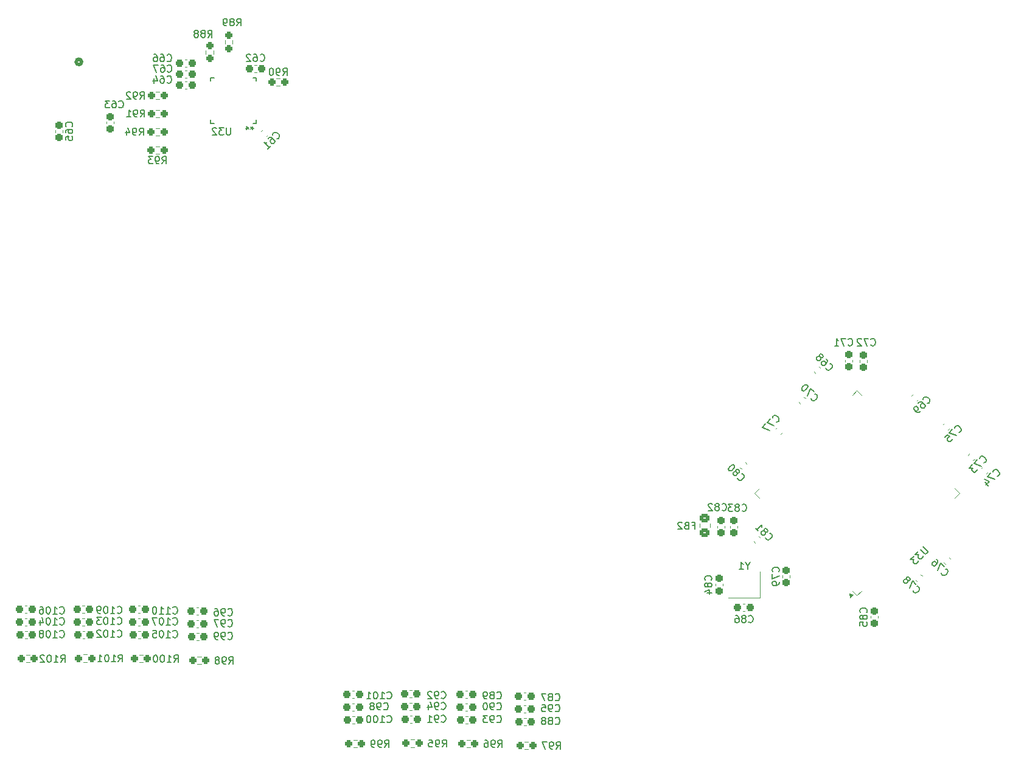
<source format=gbr>
%TF.GenerationSoftware,KiCad,Pcbnew,8.0.1*%
%TF.CreationDate,2024-05-06T01:07:55+02:00*%
%TF.ProjectId,launchpad-controller-v2,6c61756e-6368-4706-9164-2d636f6e7472,rev?*%
%TF.SameCoordinates,Original*%
%TF.FileFunction,Legend,Bot*%
%TF.FilePolarity,Positive*%
%FSLAX46Y46*%
G04 Gerber Fmt 4.6, Leading zero omitted, Abs format (unit mm)*
G04 Created by KiCad (PCBNEW 8.0.1) date 2024-05-06 01:07:55*
%MOMM*%
%LPD*%
G01*
G04 APERTURE LIST*
G04 Aperture macros list*
%AMRoundRect*
0 Rectangle with rounded corners*
0 $1 Rounding radius*
0 $2 $3 $4 $5 $6 $7 $8 $9 X,Y pos of 4 corners*
0 Add a 4 corners polygon primitive as box body*
4,1,4,$2,$3,$4,$5,$6,$7,$8,$9,$2,$3,0*
0 Add four circle primitives for the rounded corners*
1,1,$1+$1,$2,$3*
1,1,$1+$1,$4,$5*
1,1,$1+$1,$6,$7*
1,1,$1+$1,$8,$9*
0 Add four rect primitives between the rounded corners*
20,1,$1+$1,$2,$3,$4,$5,0*
20,1,$1+$1,$4,$5,$6,$7,0*
20,1,$1+$1,$6,$7,$8,$9,0*
20,1,$1+$1,$8,$9,$2,$3,0*%
G04 Aperture macros list end*
%ADD10C,0.150000*%
%ADD11C,0.508000*%
%ADD12C,0.120000*%
%ADD13C,0.152400*%
%ADD14C,0.900000*%
%ADD15C,8.600000*%
%ADD16C,2.400000*%
%ADD17RoundRect,0.249999X-0.790001X-1.550001X0.790001X-1.550001X0.790001X1.550001X-0.790001X1.550001X0*%
%ADD18O,2.080000X3.600000*%
%ADD19O,1.700000X1.700000*%
%ADD20RoundRect,0.249999X1.550001X-0.790001X1.550001X0.790001X-1.550001X0.790001X-1.550001X-0.790001X0*%
%ADD21O,3.600000X2.080000*%
%ADD22RoundRect,0.249999X0.790001X1.550001X-0.790001X1.550001X-0.790001X-1.550001X0.790001X-1.550001X0*%
%ADD23R,1.700000X1.700000*%
%ADD24C,1.397000*%
%ADD25C,2.209800*%
%ADD26RoundRect,0.237500X-0.237500X0.250000X-0.237500X-0.250000X0.237500X-0.250000X0.237500X0.250000X0*%
%ADD27RoundRect,0.237500X-0.044194X-0.380070X0.380070X0.044194X0.044194X0.380070X-0.380070X-0.044194X0*%
%ADD28RoundRect,0.237500X-0.237500X0.300000X-0.237500X-0.300000X0.237500X-0.300000X0.237500X0.300000X0*%
%ADD29RoundRect,0.237500X0.300000X0.237500X-0.300000X0.237500X-0.300000X-0.237500X0.300000X-0.237500X0*%
%ADD30RoundRect,0.237500X-0.300000X-0.237500X0.300000X-0.237500X0.300000X0.237500X-0.300000X0.237500X0*%
%ADD31RoundRect,0.237500X-0.250000X-0.237500X0.250000X-0.237500X0.250000X0.237500X-0.250000X0.237500X0*%
%ADD32RoundRect,0.237500X-0.380070X0.044194X0.044194X-0.380070X0.380070X-0.044194X-0.044194X0.380070X0*%
%ADD33R,1.800000X1.500000*%
%ADD34RoundRect,0.237500X0.237500X-0.300000X0.237500X0.300000X-0.237500X0.300000X-0.237500X-0.300000X0*%
%ADD35RoundRect,0.075000X-0.415425X-0.521491X0.521491X0.415425X0.415425X0.521491X-0.521491X-0.415425X0*%
%ADD36RoundRect,0.075000X0.415425X-0.521491X0.521491X-0.415425X-0.415425X0.521491X-0.521491X0.415425X0*%
%ADD37RoundRect,0.237500X0.250000X0.237500X-0.250000X0.237500X-0.250000X-0.237500X0.250000X-0.237500X0*%
%ADD38RoundRect,0.250000X-0.450000X0.325000X-0.450000X-0.325000X0.450000X-0.325000X0.450000X0.325000X0*%
%ADD39R,0.250000X0.600000*%
%ADD40R,0.600000X0.250000*%
%ADD41R,4.700001X4.700001*%
%ADD42RoundRect,0.237500X0.237500X-0.250000X0.237500X0.250000X-0.237500X0.250000X-0.237500X-0.250000X0*%
%ADD43RoundRect,0.237500X0.380070X-0.044194X-0.044194X0.380070X-0.380070X0.044194X0.044194X-0.380070X0*%
%ADD44RoundRect,0.237500X0.044194X0.380070X-0.380070X-0.044194X-0.044194X-0.380070X0.380070X0.044194X0*%
G04 APERTURE END LIST*
D10*
X120480057Y192585180D02*
X120813390Y193061371D01*
X121051485Y192585180D02*
X121051485Y193585180D01*
X121051485Y193585180D02*
X120670533Y193585180D01*
X120670533Y193585180D02*
X120575295Y193537561D01*
X120575295Y193537561D02*
X120527676Y193489942D01*
X120527676Y193489942D02*
X120480057Y193394704D01*
X120480057Y193394704D02*
X120480057Y193251847D01*
X120480057Y193251847D02*
X120527676Y193156609D01*
X120527676Y193156609D02*
X120575295Y193108990D01*
X120575295Y193108990D02*
X120670533Y193061371D01*
X120670533Y193061371D02*
X121051485Y193061371D01*
X119908628Y193156609D02*
X120003866Y193204228D01*
X120003866Y193204228D02*
X120051485Y193251847D01*
X120051485Y193251847D02*
X120099104Y193347085D01*
X120099104Y193347085D02*
X120099104Y193394704D01*
X120099104Y193394704D02*
X120051485Y193489942D01*
X120051485Y193489942D02*
X120003866Y193537561D01*
X120003866Y193537561D02*
X119908628Y193585180D01*
X119908628Y193585180D02*
X119718152Y193585180D01*
X119718152Y193585180D02*
X119622914Y193537561D01*
X119622914Y193537561D02*
X119575295Y193489942D01*
X119575295Y193489942D02*
X119527676Y193394704D01*
X119527676Y193394704D02*
X119527676Y193347085D01*
X119527676Y193347085D02*
X119575295Y193251847D01*
X119575295Y193251847D02*
X119622914Y193204228D01*
X119622914Y193204228D02*
X119718152Y193156609D01*
X119718152Y193156609D02*
X119908628Y193156609D01*
X119908628Y193156609D02*
X120003866Y193108990D01*
X120003866Y193108990D02*
X120051485Y193061371D01*
X120051485Y193061371D02*
X120099104Y192966133D01*
X120099104Y192966133D02*
X120099104Y192775657D01*
X120099104Y192775657D02*
X120051485Y192680419D01*
X120051485Y192680419D02*
X120003866Y192632800D01*
X120003866Y192632800D02*
X119908628Y192585180D01*
X119908628Y192585180D02*
X119718152Y192585180D01*
X119718152Y192585180D02*
X119622914Y192632800D01*
X119622914Y192632800D02*
X119575295Y192680419D01*
X119575295Y192680419D02*
X119527676Y192775657D01*
X119527676Y192775657D02*
X119527676Y192966133D01*
X119527676Y192966133D02*
X119575295Y193061371D01*
X119575295Y193061371D02*
X119622914Y193108990D01*
X119622914Y193108990D02*
X119718152Y193156609D01*
X119051485Y192585180D02*
X118861009Y192585180D01*
X118861009Y192585180D02*
X118765771Y192632800D01*
X118765771Y192632800D02*
X118718152Y192680419D01*
X118718152Y192680419D02*
X118622914Y192823276D01*
X118622914Y192823276D02*
X118575295Y193013752D01*
X118575295Y193013752D02*
X118575295Y193394704D01*
X118575295Y193394704D02*
X118622914Y193489942D01*
X118622914Y193489942D02*
X118670533Y193537561D01*
X118670533Y193537561D02*
X118765771Y193585180D01*
X118765771Y193585180D02*
X118956247Y193585180D01*
X118956247Y193585180D02*
X119051485Y193537561D01*
X119051485Y193537561D02*
X119099104Y193489942D01*
X119099104Y193489942D02*
X119146723Y193394704D01*
X119146723Y193394704D02*
X119146723Y193156609D01*
X119146723Y193156609D02*
X119099104Y193061371D01*
X119099104Y193061371D02*
X119051485Y193013752D01*
X119051485Y193013752D02*
X118956247Y192966133D01*
X118956247Y192966133D02*
X118765771Y192966133D01*
X118765771Y192966133D02*
X118670533Y193013752D01*
X118670533Y193013752D02*
X118622914Y193061371D01*
X118622914Y193061371D02*
X118575295Y193156609D01*
X224401233Y131725503D02*
X224468577Y131725503D01*
X224468577Y131725503D02*
X224603264Y131792847D01*
X224603264Y131792847D02*
X224670607Y131860190D01*
X224670607Y131860190D02*
X224737951Y131994877D01*
X224737951Y131994877D02*
X224737951Y132129564D01*
X224737951Y132129564D02*
X224704279Y132230579D01*
X224704279Y132230579D02*
X224603264Y132398938D01*
X224603264Y132398938D02*
X224502249Y132499953D01*
X224502249Y132499953D02*
X224333890Y132600969D01*
X224333890Y132600969D02*
X224232875Y132634640D01*
X224232875Y132634640D02*
X224098188Y132634640D01*
X224098188Y132634640D02*
X223963501Y132567297D01*
X223963501Y132567297D02*
X223896157Y132499953D01*
X223896157Y132499953D02*
X223828814Y132365266D01*
X223828814Y132365266D02*
X223828814Y132297923D01*
X223525768Y132129564D02*
X223054363Y131658160D01*
X223054363Y131658160D02*
X224064516Y131254099D01*
X222852333Y131456129D02*
X222414600Y131018396D01*
X222414600Y131018396D02*
X222919676Y130984724D01*
X222919676Y130984724D02*
X222818661Y130883709D01*
X222818661Y130883709D02*
X222784989Y130782694D01*
X222784989Y130782694D02*
X222784989Y130715350D01*
X222784989Y130715350D02*
X222818661Y130614335D01*
X222818661Y130614335D02*
X222987020Y130445976D01*
X222987020Y130445976D02*
X223088035Y130412305D01*
X223088035Y130412305D02*
X223155378Y130412305D01*
X223155378Y130412305D02*
X223256394Y130445976D01*
X223256394Y130445976D02*
X223458424Y130648007D01*
X223458424Y130648007D02*
X223492096Y130749022D01*
X223492096Y130749022D02*
X223492096Y130816366D01*
X187993257Y125167219D02*
X188040876Y125119600D01*
X188040876Y125119600D02*
X188183733Y125071980D01*
X188183733Y125071980D02*
X188278971Y125071980D01*
X188278971Y125071980D02*
X188421828Y125119600D01*
X188421828Y125119600D02*
X188517066Y125214838D01*
X188517066Y125214838D02*
X188564685Y125310076D01*
X188564685Y125310076D02*
X188612304Y125500552D01*
X188612304Y125500552D02*
X188612304Y125643409D01*
X188612304Y125643409D02*
X188564685Y125833885D01*
X188564685Y125833885D02*
X188517066Y125929123D01*
X188517066Y125929123D02*
X188421828Y126024361D01*
X188421828Y126024361D02*
X188278971Y126071980D01*
X188278971Y126071980D02*
X188183733Y126071980D01*
X188183733Y126071980D02*
X188040876Y126024361D01*
X188040876Y126024361D02*
X187993257Y125976742D01*
X187421828Y125643409D02*
X187517066Y125691028D01*
X187517066Y125691028D02*
X187564685Y125738647D01*
X187564685Y125738647D02*
X187612304Y125833885D01*
X187612304Y125833885D02*
X187612304Y125881504D01*
X187612304Y125881504D02*
X187564685Y125976742D01*
X187564685Y125976742D02*
X187517066Y126024361D01*
X187517066Y126024361D02*
X187421828Y126071980D01*
X187421828Y126071980D02*
X187231352Y126071980D01*
X187231352Y126071980D02*
X187136114Y126024361D01*
X187136114Y126024361D02*
X187088495Y125976742D01*
X187088495Y125976742D02*
X187040876Y125881504D01*
X187040876Y125881504D02*
X187040876Y125833885D01*
X187040876Y125833885D02*
X187088495Y125738647D01*
X187088495Y125738647D02*
X187136114Y125691028D01*
X187136114Y125691028D02*
X187231352Y125643409D01*
X187231352Y125643409D02*
X187421828Y125643409D01*
X187421828Y125643409D02*
X187517066Y125595790D01*
X187517066Y125595790D02*
X187564685Y125548171D01*
X187564685Y125548171D02*
X187612304Y125452933D01*
X187612304Y125452933D02*
X187612304Y125262457D01*
X187612304Y125262457D02*
X187564685Y125167219D01*
X187564685Y125167219D02*
X187517066Y125119600D01*
X187517066Y125119600D02*
X187421828Y125071980D01*
X187421828Y125071980D02*
X187231352Y125071980D01*
X187231352Y125071980D02*
X187136114Y125119600D01*
X187136114Y125119600D02*
X187088495Y125167219D01*
X187088495Y125167219D02*
X187040876Y125262457D01*
X187040876Y125262457D02*
X187040876Y125452933D01*
X187040876Y125452933D02*
X187088495Y125548171D01*
X187088495Y125548171D02*
X187136114Y125595790D01*
X187136114Y125595790D02*
X187231352Y125643409D01*
X186659923Y125976742D02*
X186612304Y126024361D01*
X186612304Y126024361D02*
X186517066Y126071980D01*
X186517066Y126071980D02*
X186278971Y126071980D01*
X186278971Y126071980D02*
X186183733Y126024361D01*
X186183733Y126024361D02*
X186136114Y125976742D01*
X186136114Y125976742D02*
X186088495Y125881504D01*
X186088495Y125881504D02*
X186088495Y125786266D01*
X186088495Y125786266D02*
X186136114Y125643409D01*
X186136114Y125643409D02*
X186707542Y125071980D01*
X186707542Y125071980D02*
X186088495Y125071980D01*
X110777257Y187702019D02*
X110824876Y187654400D01*
X110824876Y187654400D02*
X110967733Y187606780D01*
X110967733Y187606780D02*
X111062971Y187606780D01*
X111062971Y187606780D02*
X111205828Y187654400D01*
X111205828Y187654400D02*
X111301066Y187749638D01*
X111301066Y187749638D02*
X111348685Y187844876D01*
X111348685Y187844876D02*
X111396304Y188035352D01*
X111396304Y188035352D02*
X111396304Y188178209D01*
X111396304Y188178209D02*
X111348685Y188368685D01*
X111348685Y188368685D02*
X111301066Y188463923D01*
X111301066Y188463923D02*
X111205828Y188559161D01*
X111205828Y188559161D02*
X111062971Y188606780D01*
X111062971Y188606780D02*
X110967733Y188606780D01*
X110967733Y188606780D02*
X110824876Y188559161D01*
X110824876Y188559161D02*
X110777257Y188511542D01*
X109920114Y188606780D02*
X110110590Y188606780D01*
X110110590Y188606780D02*
X110205828Y188559161D01*
X110205828Y188559161D02*
X110253447Y188511542D01*
X110253447Y188511542D02*
X110348685Y188368685D01*
X110348685Y188368685D02*
X110396304Y188178209D01*
X110396304Y188178209D02*
X110396304Y187797257D01*
X110396304Y187797257D02*
X110348685Y187702019D01*
X110348685Y187702019D02*
X110301066Y187654400D01*
X110301066Y187654400D02*
X110205828Y187606780D01*
X110205828Y187606780D02*
X110015352Y187606780D01*
X110015352Y187606780D02*
X109920114Y187654400D01*
X109920114Y187654400D02*
X109872495Y187702019D01*
X109872495Y187702019D02*
X109824876Y187797257D01*
X109824876Y187797257D02*
X109824876Y188035352D01*
X109824876Y188035352D02*
X109872495Y188130590D01*
X109872495Y188130590D02*
X109920114Y188178209D01*
X109920114Y188178209D02*
X110015352Y188225828D01*
X110015352Y188225828D02*
X110205828Y188225828D01*
X110205828Y188225828D02*
X110301066Y188178209D01*
X110301066Y188178209D02*
X110348685Y188130590D01*
X110348685Y188130590D02*
X110396304Y188035352D01*
X108967733Y188606780D02*
X109158209Y188606780D01*
X109158209Y188606780D02*
X109253447Y188559161D01*
X109253447Y188559161D02*
X109301066Y188511542D01*
X109301066Y188511542D02*
X109396304Y188368685D01*
X109396304Y188368685D02*
X109443923Y188178209D01*
X109443923Y188178209D02*
X109443923Y187797257D01*
X109443923Y187797257D02*
X109396304Y187702019D01*
X109396304Y187702019D02*
X109348685Y187654400D01*
X109348685Y187654400D02*
X109253447Y187606780D01*
X109253447Y187606780D02*
X109062971Y187606780D01*
X109062971Y187606780D02*
X108967733Y187654400D01*
X108967733Y187654400D02*
X108920114Y187702019D01*
X108920114Y187702019D02*
X108872495Y187797257D01*
X108872495Y187797257D02*
X108872495Y188035352D01*
X108872495Y188035352D02*
X108920114Y188130590D01*
X108920114Y188130590D02*
X108967733Y188178209D01*
X108967733Y188178209D02*
X109062971Y188225828D01*
X109062971Y188225828D02*
X109253447Y188225828D01*
X109253447Y188225828D02*
X109348685Y188178209D01*
X109348685Y188178209D02*
X109396304Y188130590D01*
X109396304Y188130590D02*
X109443923Y188035352D01*
X119254857Y107238919D02*
X119302476Y107191300D01*
X119302476Y107191300D02*
X119445333Y107143680D01*
X119445333Y107143680D02*
X119540571Y107143680D01*
X119540571Y107143680D02*
X119683428Y107191300D01*
X119683428Y107191300D02*
X119778666Y107286538D01*
X119778666Y107286538D02*
X119826285Y107381776D01*
X119826285Y107381776D02*
X119873904Y107572252D01*
X119873904Y107572252D02*
X119873904Y107715109D01*
X119873904Y107715109D02*
X119826285Y107905585D01*
X119826285Y107905585D02*
X119778666Y108000823D01*
X119778666Y108000823D02*
X119683428Y108096061D01*
X119683428Y108096061D02*
X119540571Y108143680D01*
X119540571Y108143680D02*
X119445333Y108143680D01*
X119445333Y108143680D02*
X119302476Y108096061D01*
X119302476Y108096061D02*
X119254857Y108048442D01*
X118778666Y107143680D02*
X118588190Y107143680D01*
X118588190Y107143680D02*
X118492952Y107191300D01*
X118492952Y107191300D02*
X118445333Y107238919D01*
X118445333Y107238919D02*
X118350095Y107381776D01*
X118350095Y107381776D02*
X118302476Y107572252D01*
X118302476Y107572252D02*
X118302476Y107953204D01*
X118302476Y107953204D02*
X118350095Y108048442D01*
X118350095Y108048442D02*
X118397714Y108096061D01*
X118397714Y108096061D02*
X118492952Y108143680D01*
X118492952Y108143680D02*
X118683428Y108143680D01*
X118683428Y108143680D02*
X118778666Y108096061D01*
X118778666Y108096061D02*
X118826285Y108048442D01*
X118826285Y108048442D02*
X118873904Y107953204D01*
X118873904Y107953204D02*
X118873904Y107715109D01*
X118873904Y107715109D02*
X118826285Y107619871D01*
X118826285Y107619871D02*
X118778666Y107572252D01*
X118778666Y107572252D02*
X118683428Y107524633D01*
X118683428Y107524633D02*
X118492952Y107524633D01*
X118492952Y107524633D02*
X118397714Y107572252D01*
X118397714Y107572252D02*
X118350095Y107619871D01*
X118350095Y107619871D02*
X118302476Y107715109D01*
X117826285Y107143680D02*
X117635809Y107143680D01*
X117635809Y107143680D02*
X117540571Y107191300D01*
X117540571Y107191300D02*
X117492952Y107238919D01*
X117492952Y107238919D02*
X117397714Y107381776D01*
X117397714Y107381776D02*
X117350095Y107572252D01*
X117350095Y107572252D02*
X117350095Y107953204D01*
X117350095Y107953204D02*
X117397714Y108048442D01*
X117397714Y108048442D02*
X117445333Y108096061D01*
X117445333Y108096061D02*
X117540571Y108143680D01*
X117540571Y108143680D02*
X117731047Y108143680D01*
X117731047Y108143680D02*
X117826285Y108096061D01*
X117826285Y108096061D02*
X117873904Y108048442D01*
X117873904Y108048442D02*
X117921523Y107953204D01*
X117921523Y107953204D02*
X117921523Y107715109D01*
X117921523Y107715109D02*
X117873904Y107619871D01*
X117873904Y107619871D02*
X117826285Y107572252D01*
X117826285Y107572252D02*
X117731047Y107524633D01*
X117731047Y107524633D02*
X117540571Y107524633D01*
X117540571Y107524633D02*
X117445333Y107572252D01*
X117445333Y107572252D02*
X117397714Y107619871D01*
X117397714Y107619871D02*
X117350095Y107715109D01*
X103871047Y109318919D02*
X103918666Y109271300D01*
X103918666Y109271300D02*
X104061523Y109223680D01*
X104061523Y109223680D02*
X104156761Y109223680D01*
X104156761Y109223680D02*
X104299618Y109271300D01*
X104299618Y109271300D02*
X104394856Y109366538D01*
X104394856Y109366538D02*
X104442475Y109461776D01*
X104442475Y109461776D02*
X104490094Y109652252D01*
X104490094Y109652252D02*
X104490094Y109795109D01*
X104490094Y109795109D02*
X104442475Y109985585D01*
X104442475Y109985585D02*
X104394856Y110080823D01*
X104394856Y110080823D02*
X104299618Y110176061D01*
X104299618Y110176061D02*
X104156761Y110223680D01*
X104156761Y110223680D02*
X104061523Y110223680D01*
X104061523Y110223680D02*
X103918666Y110176061D01*
X103918666Y110176061D02*
X103871047Y110128442D01*
X102918666Y109223680D02*
X103490094Y109223680D01*
X103204380Y109223680D02*
X103204380Y110223680D01*
X103204380Y110223680D02*
X103299618Y110080823D01*
X103299618Y110080823D02*
X103394856Y109985585D01*
X103394856Y109985585D02*
X103490094Y109937966D01*
X102299618Y110223680D02*
X102204380Y110223680D01*
X102204380Y110223680D02*
X102109142Y110176061D01*
X102109142Y110176061D02*
X102061523Y110128442D01*
X102061523Y110128442D02*
X102013904Y110033204D01*
X102013904Y110033204D02*
X101966285Y109842728D01*
X101966285Y109842728D02*
X101966285Y109604633D01*
X101966285Y109604633D02*
X102013904Y109414157D01*
X102013904Y109414157D02*
X102061523Y109318919D01*
X102061523Y109318919D02*
X102109142Y109271300D01*
X102109142Y109271300D02*
X102204380Y109223680D01*
X102204380Y109223680D02*
X102299618Y109223680D01*
X102299618Y109223680D02*
X102394856Y109271300D01*
X102394856Y109271300D02*
X102442475Y109318919D01*
X102442475Y109318919D02*
X102490094Y109414157D01*
X102490094Y109414157D02*
X102537713Y109604633D01*
X102537713Y109604633D02*
X102537713Y109842728D01*
X102537713Y109842728D02*
X102490094Y110033204D01*
X102490094Y110033204D02*
X102442475Y110128442D01*
X102442475Y110128442D02*
X102394856Y110176061D01*
X102394856Y110176061D02*
X102299618Y110223680D01*
X101632951Y110223680D02*
X101013904Y110223680D01*
X101013904Y110223680D02*
X101347237Y109842728D01*
X101347237Y109842728D02*
X101204380Y109842728D01*
X101204380Y109842728D02*
X101109142Y109795109D01*
X101109142Y109795109D02*
X101061523Y109747490D01*
X101061523Y109747490D02*
X101013904Y109652252D01*
X101013904Y109652252D02*
X101013904Y109414157D01*
X101013904Y109414157D02*
X101061523Y109318919D01*
X101061523Y109318919D02*
X101109142Y109271300D01*
X101109142Y109271300D02*
X101204380Y109223680D01*
X101204380Y109223680D02*
X101490094Y109223680D01*
X101490094Y109223680D02*
X101585332Y109271300D01*
X101585332Y109271300D02*
X101632951Y109318919D01*
X156678857Y97430419D02*
X156726476Y97382800D01*
X156726476Y97382800D02*
X156869333Y97335180D01*
X156869333Y97335180D02*
X156964571Y97335180D01*
X156964571Y97335180D02*
X157107428Y97382800D01*
X157107428Y97382800D02*
X157202666Y97478038D01*
X157202666Y97478038D02*
X157250285Y97573276D01*
X157250285Y97573276D02*
X157297904Y97763752D01*
X157297904Y97763752D02*
X157297904Y97906609D01*
X157297904Y97906609D02*
X157250285Y98097085D01*
X157250285Y98097085D02*
X157202666Y98192323D01*
X157202666Y98192323D02*
X157107428Y98287561D01*
X157107428Y98287561D02*
X156964571Y98335180D01*
X156964571Y98335180D02*
X156869333Y98335180D01*
X156869333Y98335180D02*
X156726476Y98287561D01*
X156726476Y98287561D02*
X156678857Y98239942D01*
X156202666Y97335180D02*
X156012190Y97335180D01*
X156012190Y97335180D02*
X155916952Y97382800D01*
X155916952Y97382800D02*
X155869333Y97430419D01*
X155869333Y97430419D02*
X155774095Y97573276D01*
X155774095Y97573276D02*
X155726476Y97763752D01*
X155726476Y97763752D02*
X155726476Y98144704D01*
X155726476Y98144704D02*
X155774095Y98239942D01*
X155774095Y98239942D02*
X155821714Y98287561D01*
X155821714Y98287561D02*
X155916952Y98335180D01*
X155916952Y98335180D02*
X156107428Y98335180D01*
X156107428Y98335180D02*
X156202666Y98287561D01*
X156202666Y98287561D02*
X156250285Y98239942D01*
X156250285Y98239942D02*
X156297904Y98144704D01*
X156297904Y98144704D02*
X156297904Y97906609D01*
X156297904Y97906609D02*
X156250285Y97811371D01*
X156250285Y97811371D02*
X156202666Y97763752D01*
X156202666Y97763752D02*
X156107428Y97716133D01*
X156107428Y97716133D02*
X155916952Y97716133D01*
X155916952Y97716133D02*
X155821714Y97763752D01*
X155821714Y97763752D02*
X155774095Y97811371D01*
X155774095Y97811371D02*
X155726476Y97906609D01*
X155107428Y98335180D02*
X155012190Y98335180D01*
X155012190Y98335180D02*
X154916952Y98287561D01*
X154916952Y98287561D02*
X154869333Y98239942D01*
X154869333Y98239942D02*
X154821714Y98144704D01*
X154821714Y98144704D02*
X154774095Y97954228D01*
X154774095Y97954228D02*
X154774095Y97716133D01*
X154774095Y97716133D02*
X154821714Y97525657D01*
X154821714Y97525657D02*
X154869333Y97430419D01*
X154869333Y97430419D02*
X154916952Y97382800D01*
X154916952Y97382800D02*
X155012190Y97335180D01*
X155012190Y97335180D02*
X155107428Y97335180D01*
X155107428Y97335180D02*
X155202666Y97382800D01*
X155202666Y97382800D02*
X155250285Y97430419D01*
X155250285Y97430419D02*
X155297904Y97525657D01*
X155297904Y97525657D02*
X155345523Y97716133D01*
X155345523Y97716133D02*
X155345523Y97954228D01*
X155345523Y97954228D02*
X155297904Y98144704D01*
X155297904Y98144704D02*
X155250285Y98239942D01*
X155250285Y98239942D02*
X155202666Y98287561D01*
X155202666Y98287561D02*
X155107428Y98335180D01*
X141407047Y95652419D02*
X141454666Y95604800D01*
X141454666Y95604800D02*
X141597523Y95557180D01*
X141597523Y95557180D02*
X141692761Y95557180D01*
X141692761Y95557180D02*
X141835618Y95604800D01*
X141835618Y95604800D02*
X141930856Y95700038D01*
X141930856Y95700038D02*
X141978475Y95795276D01*
X141978475Y95795276D02*
X142026094Y95985752D01*
X142026094Y95985752D02*
X142026094Y96128609D01*
X142026094Y96128609D02*
X141978475Y96319085D01*
X141978475Y96319085D02*
X141930856Y96414323D01*
X141930856Y96414323D02*
X141835618Y96509561D01*
X141835618Y96509561D02*
X141692761Y96557180D01*
X141692761Y96557180D02*
X141597523Y96557180D01*
X141597523Y96557180D02*
X141454666Y96509561D01*
X141454666Y96509561D02*
X141407047Y96461942D01*
X140454666Y95557180D02*
X141026094Y95557180D01*
X140740380Y95557180D02*
X140740380Y96557180D01*
X140740380Y96557180D02*
X140835618Y96414323D01*
X140835618Y96414323D02*
X140930856Y96319085D01*
X140930856Y96319085D02*
X141026094Y96271466D01*
X139835618Y96557180D02*
X139740380Y96557180D01*
X139740380Y96557180D02*
X139645142Y96509561D01*
X139645142Y96509561D02*
X139597523Y96461942D01*
X139597523Y96461942D02*
X139549904Y96366704D01*
X139549904Y96366704D02*
X139502285Y96176228D01*
X139502285Y96176228D02*
X139502285Y95938133D01*
X139502285Y95938133D02*
X139549904Y95747657D01*
X139549904Y95747657D02*
X139597523Y95652419D01*
X139597523Y95652419D02*
X139645142Y95604800D01*
X139645142Y95604800D02*
X139740380Y95557180D01*
X139740380Y95557180D02*
X139835618Y95557180D01*
X139835618Y95557180D02*
X139930856Y95604800D01*
X139930856Y95604800D02*
X139978475Y95652419D01*
X139978475Y95652419D02*
X140026094Y95747657D01*
X140026094Y95747657D02*
X140073713Y95938133D01*
X140073713Y95938133D02*
X140073713Y96176228D01*
X140073713Y96176228D02*
X140026094Y96366704D01*
X140026094Y96366704D02*
X139978475Y96461942D01*
X139978475Y96461942D02*
X139930856Y96509561D01*
X139930856Y96509561D02*
X139835618Y96557180D01*
X138883237Y96557180D02*
X138787999Y96557180D01*
X138787999Y96557180D02*
X138692761Y96509561D01*
X138692761Y96509561D02*
X138645142Y96461942D01*
X138645142Y96461942D02*
X138597523Y96366704D01*
X138597523Y96366704D02*
X138549904Y96176228D01*
X138549904Y96176228D02*
X138549904Y95938133D01*
X138549904Y95938133D02*
X138597523Y95747657D01*
X138597523Y95747657D02*
X138645142Y95652419D01*
X138645142Y95652419D02*
X138692761Y95604800D01*
X138692761Y95604800D02*
X138787999Y95557180D01*
X138787999Y95557180D02*
X138883237Y95557180D01*
X138883237Y95557180D02*
X138978475Y95604800D01*
X138978475Y95604800D02*
X139026094Y95652419D01*
X139026094Y95652419D02*
X139073713Y95747657D01*
X139073713Y95747657D02*
X139121332Y95938133D01*
X139121332Y95938133D02*
X139121332Y96176228D01*
X139121332Y96176228D02*
X139073713Y96366704D01*
X139073713Y96366704D02*
X139026094Y96461942D01*
X139026094Y96461942D02*
X138978475Y96509561D01*
X138978475Y96509561D02*
X138883237Y96557180D01*
X95861047Y109270919D02*
X95908666Y109223300D01*
X95908666Y109223300D02*
X96051523Y109175680D01*
X96051523Y109175680D02*
X96146761Y109175680D01*
X96146761Y109175680D02*
X96289618Y109223300D01*
X96289618Y109223300D02*
X96384856Y109318538D01*
X96384856Y109318538D02*
X96432475Y109413776D01*
X96432475Y109413776D02*
X96480094Y109604252D01*
X96480094Y109604252D02*
X96480094Y109747109D01*
X96480094Y109747109D02*
X96432475Y109937585D01*
X96432475Y109937585D02*
X96384856Y110032823D01*
X96384856Y110032823D02*
X96289618Y110128061D01*
X96289618Y110128061D02*
X96146761Y110175680D01*
X96146761Y110175680D02*
X96051523Y110175680D01*
X96051523Y110175680D02*
X95908666Y110128061D01*
X95908666Y110128061D02*
X95861047Y110080442D01*
X94908666Y109175680D02*
X95480094Y109175680D01*
X95194380Y109175680D02*
X95194380Y110175680D01*
X95194380Y110175680D02*
X95289618Y110032823D01*
X95289618Y110032823D02*
X95384856Y109937585D01*
X95384856Y109937585D02*
X95480094Y109889966D01*
X94289618Y110175680D02*
X94194380Y110175680D01*
X94194380Y110175680D02*
X94099142Y110128061D01*
X94099142Y110128061D02*
X94051523Y110080442D01*
X94051523Y110080442D02*
X94003904Y109985204D01*
X94003904Y109985204D02*
X93956285Y109794728D01*
X93956285Y109794728D02*
X93956285Y109556633D01*
X93956285Y109556633D02*
X94003904Y109366157D01*
X94003904Y109366157D02*
X94051523Y109270919D01*
X94051523Y109270919D02*
X94099142Y109223300D01*
X94099142Y109223300D02*
X94194380Y109175680D01*
X94194380Y109175680D02*
X94289618Y109175680D01*
X94289618Y109175680D02*
X94384856Y109223300D01*
X94384856Y109223300D02*
X94432475Y109270919D01*
X94432475Y109270919D02*
X94480094Y109366157D01*
X94480094Y109366157D02*
X94527713Y109556633D01*
X94527713Y109556633D02*
X94527713Y109794728D01*
X94527713Y109794728D02*
X94480094Y109985204D01*
X94480094Y109985204D02*
X94432475Y110080442D01*
X94432475Y110080442D02*
X94384856Y110128061D01*
X94384856Y110128061D02*
X94289618Y110175680D01*
X93099142Y109842347D02*
X93099142Y109175680D01*
X93337237Y110223300D02*
X93575332Y109509014D01*
X93575332Y109509014D02*
X92956285Y109509014D01*
X156805857Y92128180D02*
X157139190Y92604371D01*
X157377285Y92128180D02*
X157377285Y93128180D01*
X157377285Y93128180D02*
X156996333Y93128180D01*
X156996333Y93128180D02*
X156901095Y93080561D01*
X156901095Y93080561D02*
X156853476Y93032942D01*
X156853476Y93032942D02*
X156805857Y92937704D01*
X156805857Y92937704D02*
X156805857Y92794847D01*
X156805857Y92794847D02*
X156853476Y92699609D01*
X156853476Y92699609D02*
X156901095Y92651990D01*
X156901095Y92651990D02*
X156996333Y92604371D01*
X156996333Y92604371D02*
X157377285Y92604371D01*
X156329666Y92128180D02*
X156139190Y92128180D01*
X156139190Y92128180D02*
X156043952Y92175800D01*
X156043952Y92175800D02*
X155996333Y92223419D01*
X155996333Y92223419D02*
X155901095Y92366276D01*
X155901095Y92366276D02*
X155853476Y92556752D01*
X155853476Y92556752D02*
X155853476Y92937704D01*
X155853476Y92937704D02*
X155901095Y93032942D01*
X155901095Y93032942D02*
X155948714Y93080561D01*
X155948714Y93080561D02*
X156043952Y93128180D01*
X156043952Y93128180D02*
X156234428Y93128180D01*
X156234428Y93128180D02*
X156329666Y93080561D01*
X156329666Y93080561D02*
X156377285Y93032942D01*
X156377285Y93032942D02*
X156424904Y92937704D01*
X156424904Y92937704D02*
X156424904Y92699609D01*
X156424904Y92699609D02*
X156377285Y92604371D01*
X156377285Y92604371D02*
X156329666Y92556752D01*
X156329666Y92556752D02*
X156234428Y92509133D01*
X156234428Y92509133D02*
X156043952Y92509133D01*
X156043952Y92509133D02*
X155948714Y92556752D01*
X155948714Y92556752D02*
X155901095Y92604371D01*
X155901095Y92604371D02*
X155853476Y92699609D01*
X154996333Y93128180D02*
X155186809Y93128180D01*
X155186809Y93128180D02*
X155282047Y93080561D01*
X155282047Y93080561D02*
X155329666Y93032942D01*
X155329666Y93032942D02*
X155424904Y92890085D01*
X155424904Y92890085D02*
X155472523Y92699609D01*
X155472523Y92699609D02*
X155472523Y92318657D01*
X155472523Y92318657D02*
X155424904Y92223419D01*
X155424904Y92223419D02*
X155377285Y92175800D01*
X155377285Y92175800D02*
X155282047Y92128180D01*
X155282047Y92128180D02*
X155091571Y92128180D01*
X155091571Y92128180D02*
X154996333Y92175800D01*
X154996333Y92175800D02*
X154948714Y92223419D01*
X154948714Y92223419D02*
X154901095Y92318657D01*
X154901095Y92318657D02*
X154901095Y92556752D01*
X154901095Y92556752D02*
X154948714Y92651990D01*
X154948714Y92651990D02*
X154996333Y92699609D01*
X154996333Y92699609D02*
X155091571Y92747228D01*
X155091571Y92747228D02*
X155282047Y92747228D01*
X155282047Y92747228D02*
X155377285Y92699609D01*
X155377285Y92699609D02*
X155424904Y92651990D01*
X155424904Y92651990D02*
X155472523Y92556752D01*
X218518143Y116390006D02*
X218518143Y116322662D01*
X218518143Y116322662D02*
X218585487Y116187975D01*
X218585487Y116187975D02*
X218652830Y116120632D01*
X218652830Y116120632D02*
X218787517Y116053288D01*
X218787517Y116053288D02*
X218922204Y116053288D01*
X218922204Y116053288D02*
X219023219Y116086960D01*
X219023219Y116086960D02*
X219191578Y116187975D01*
X219191578Y116187975D02*
X219292593Y116288990D01*
X219292593Y116288990D02*
X219393609Y116457349D01*
X219393609Y116457349D02*
X219427280Y116558364D01*
X219427280Y116558364D02*
X219427280Y116693051D01*
X219427280Y116693051D02*
X219359937Y116827738D01*
X219359937Y116827738D02*
X219292593Y116895082D01*
X219292593Y116895082D02*
X219157906Y116962425D01*
X219157906Y116962425D02*
X219090563Y116962425D01*
X218922204Y117265471D02*
X218450800Y117736876D01*
X218450800Y117736876D02*
X218046739Y116726723D01*
X217878380Y118309296D02*
X218013067Y118174609D01*
X218013067Y118174609D02*
X218046738Y118073593D01*
X218046738Y118073593D02*
X218046738Y118006250D01*
X218046738Y118006250D02*
X218013067Y117837891D01*
X218013067Y117837891D02*
X217912051Y117669532D01*
X217912051Y117669532D02*
X217642677Y117400158D01*
X217642677Y117400158D02*
X217541662Y117366487D01*
X217541662Y117366487D02*
X217474319Y117366487D01*
X217474319Y117366487D02*
X217373303Y117400158D01*
X217373303Y117400158D02*
X217238616Y117534845D01*
X217238616Y117534845D02*
X217204945Y117635861D01*
X217204945Y117635861D02*
X217204945Y117703204D01*
X217204945Y117703204D02*
X217238616Y117804219D01*
X217238616Y117804219D02*
X217406975Y117972578D01*
X217406975Y117972578D02*
X217507990Y118006250D01*
X217507990Y118006250D02*
X217575334Y118006250D01*
X217575334Y118006250D02*
X217676349Y117972578D01*
X217676349Y117972578D02*
X217811036Y117837891D01*
X217811036Y117837891D02*
X217844708Y117736876D01*
X217844708Y117736876D02*
X217844708Y117669532D01*
X217844708Y117669532D02*
X217811036Y117568517D01*
X148940857Y97478419D02*
X148988476Y97430800D01*
X148988476Y97430800D02*
X149131333Y97383180D01*
X149131333Y97383180D02*
X149226571Y97383180D01*
X149226571Y97383180D02*
X149369428Y97430800D01*
X149369428Y97430800D02*
X149464666Y97526038D01*
X149464666Y97526038D02*
X149512285Y97621276D01*
X149512285Y97621276D02*
X149559904Y97811752D01*
X149559904Y97811752D02*
X149559904Y97954609D01*
X149559904Y97954609D02*
X149512285Y98145085D01*
X149512285Y98145085D02*
X149464666Y98240323D01*
X149464666Y98240323D02*
X149369428Y98335561D01*
X149369428Y98335561D02*
X149226571Y98383180D01*
X149226571Y98383180D02*
X149131333Y98383180D01*
X149131333Y98383180D02*
X148988476Y98335561D01*
X148988476Y98335561D02*
X148940857Y98287942D01*
X148464666Y97383180D02*
X148274190Y97383180D01*
X148274190Y97383180D02*
X148178952Y97430800D01*
X148178952Y97430800D02*
X148131333Y97478419D01*
X148131333Y97478419D02*
X148036095Y97621276D01*
X148036095Y97621276D02*
X147988476Y97811752D01*
X147988476Y97811752D02*
X147988476Y98192704D01*
X147988476Y98192704D02*
X148036095Y98287942D01*
X148036095Y98287942D02*
X148083714Y98335561D01*
X148083714Y98335561D02*
X148178952Y98383180D01*
X148178952Y98383180D02*
X148369428Y98383180D01*
X148369428Y98383180D02*
X148464666Y98335561D01*
X148464666Y98335561D02*
X148512285Y98287942D01*
X148512285Y98287942D02*
X148559904Y98192704D01*
X148559904Y98192704D02*
X148559904Y97954609D01*
X148559904Y97954609D02*
X148512285Y97859371D01*
X148512285Y97859371D02*
X148464666Y97811752D01*
X148464666Y97811752D02*
X148369428Y97764133D01*
X148369428Y97764133D02*
X148178952Y97764133D01*
X148178952Y97764133D02*
X148083714Y97811752D01*
X148083714Y97811752D02*
X148036095Y97859371D01*
X148036095Y97859371D02*
X147988476Y97954609D01*
X147131333Y98049847D02*
X147131333Y97383180D01*
X147369428Y98430800D02*
X147607523Y97716514D01*
X147607523Y97716514D02*
X146988476Y97716514D01*
X190172023Y129623126D02*
X190172023Y129555782D01*
X190172023Y129555782D02*
X190239367Y129421095D01*
X190239367Y129421095D02*
X190306710Y129353752D01*
X190306710Y129353752D02*
X190441397Y129286408D01*
X190441397Y129286408D02*
X190576084Y129286408D01*
X190576084Y129286408D02*
X190677099Y129320080D01*
X190677099Y129320080D02*
X190845458Y129421095D01*
X190845458Y129421095D02*
X190946473Y129522110D01*
X190946473Y129522110D02*
X191047489Y129690469D01*
X191047489Y129690469D02*
X191081160Y129791484D01*
X191081160Y129791484D02*
X191081160Y129926171D01*
X191081160Y129926171D02*
X191013817Y130060858D01*
X191013817Y130060858D02*
X190946473Y130128202D01*
X190946473Y130128202D02*
X190811786Y130195545D01*
X190811786Y130195545D02*
X190744443Y130195545D01*
X190104680Y130363904D02*
X190205695Y130330232D01*
X190205695Y130330232D02*
X190273038Y130330232D01*
X190273038Y130330232D02*
X190374054Y130363904D01*
X190374054Y130363904D02*
X190407725Y130397576D01*
X190407725Y130397576D02*
X190441397Y130498591D01*
X190441397Y130498591D02*
X190441397Y130565935D01*
X190441397Y130565935D02*
X190407725Y130666950D01*
X190407725Y130666950D02*
X190273038Y130801637D01*
X190273038Y130801637D02*
X190172023Y130835309D01*
X190172023Y130835309D02*
X190104680Y130835309D01*
X190104680Y130835309D02*
X190003664Y130801637D01*
X190003664Y130801637D02*
X189969993Y130767965D01*
X189969993Y130767965D02*
X189936321Y130666950D01*
X189936321Y130666950D02*
X189936321Y130599606D01*
X189936321Y130599606D02*
X189969993Y130498591D01*
X189969993Y130498591D02*
X190104680Y130363904D01*
X190104680Y130363904D02*
X190138351Y130262889D01*
X190138351Y130262889D02*
X190138351Y130195545D01*
X190138351Y130195545D02*
X190104680Y130094530D01*
X190104680Y130094530D02*
X189969993Y129959843D01*
X189969993Y129959843D02*
X189868977Y129926171D01*
X189868977Y129926171D02*
X189801634Y129926171D01*
X189801634Y129926171D02*
X189700619Y129959843D01*
X189700619Y129959843D02*
X189565932Y130094530D01*
X189565932Y130094530D02*
X189532260Y130195545D01*
X189532260Y130195545D02*
X189532260Y130262889D01*
X189532260Y130262889D02*
X189565932Y130363904D01*
X189565932Y130363904D02*
X189700619Y130498591D01*
X189700619Y130498591D02*
X189801634Y130532263D01*
X189801634Y130532263D02*
X189868977Y130532263D01*
X189868977Y130532263D02*
X189969993Y130498591D01*
X189700618Y131374057D02*
X189633275Y131441400D01*
X189633275Y131441400D02*
X189532260Y131475072D01*
X189532260Y131475072D02*
X189464916Y131475072D01*
X189464916Y131475072D02*
X189363901Y131441400D01*
X189363901Y131441400D02*
X189195542Y131340385D01*
X189195542Y131340385D02*
X189027183Y131172026D01*
X189027183Y131172026D02*
X188926168Y131003668D01*
X188926168Y131003668D02*
X188892496Y130902652D01*
X188892496Y130902652D02*
X188892496Y130835309D01*
X188892496Y130835309D02*
X188926168Y130734294D01*
X188926168Y130734294D02*
X188993512Y130666950D01*
X188993512Y130666950D02*
X189094527Y130633278D01*
X189094527Y130633278D02*
X189161870Y130633278D01*
X189161870Y130633278D02*
X189262886Y130666950D01*
X189262886Y130666950D02*
X189431244Y130767965D01*
X189431244Y130767965D02*
X189599603Y130936324D01*
X189599603Y130936324D02*
X189700618Y131104683D01*
X189700618Y131104683D02*
X189734290Y131205698D01*
X189734290Y131205698D02*
X189734290Y131273042D01*
X189734290Y131273042D02*
X189700618Y131374057D01*
X148940857Y95700419D02*
X148988476Y95652800D01*
X148988476Y95652800D02*
X149131333Y95605180D01*
X149131333Y95605180D02*
X149226571Y95605180D01*
X149226571Y95605180D02*
X149369428Y95652800D01*
X149369428Y95652800D02*
X149464666Y95748038D01*
X149464666Y95748038D02*
X149512285Y95843276D01*
X149512285Y95843276D02*
X149559904Y96033752D01*
X149559904Y96033752D02*
X149559904Y96176609D01*
X149559904Y96176609D02*
X149512285Y96367085D01*
X149512285Y96367085D02*
X149464666Y96462323D01*
X149464666Y96462323D02*
X149369428Y96557561D01*
X149369428Y96557561D02*
X149226571Y96605180D01*
X149226571Y96605180D02*
X149131333Y96605180D01*
X149131333Y96605180D02*
X148988476Y96557561D01*
X148988476Y96557561D02*
X148940857Y96509942D01*
X148464666Y95605180D02*
X148274190Y95605180D01*
X148274190Y95605180D02*
X148178952Y95652800D01*
X148178952Y95652800D02*
X148131333Y95700419D01*
X148131333Y95700419D02*
X148036095Y95843276D01*
X148036095Y95843276D02*
X147988476Y96033752D01*
X147988476Y96033752D02*
X147988476Y96414704D01*
X147988476Y96414704D02*
X148036095Y96509942D01*
X148036095Y96509942D02*
X148083714Y96557561D01*
X148083714Y96557561D02*
X148178952Y96605180D01*
X148178952Y96605180D02*
X148369428Y96605180D01*
X148369428Y96605180D02*
X148464666Y96557561D01*
X148464666Y96557561D02*
X148512285Y96509942D01*
X148512285Y96509942D02*
X148559904Y96414704D01*
X148559904Y96414704D02*
X148559904Y96176609D01*
X148559904Y96176609D02*
X148512285Y96081371D01*
X148512285Y96081371D02*
X148464666Y96033752D01*
X148464666Y96033752D02*
X148369428Y95986133D01*
X148369428Y95986133D02*
X148178952Y95986133D01*
X148178952Y95986133D02*
X148083714Y96033752D01*
X148083714Y96033752D02*
X148036095Y96081371D01*
X148036095Y96081371D02*
X147988476Y96176609D01*
X147036095Y95605180D02*
X147607523Y95605180D01*
X147321809Y95605180D02*
X147321809Y96605180D01*
X147321809Y96605180D02*
X147417047Y96462323D01*
X147417047Y96462323D02*
X147512285Y96367085D01*
X147512285Y96367085D02*
X147607523Y96319466D01*
X191577430Y117391611D02*
X191577430Y116915420D01*
X191910763Y117915420D02*
X191577430Y117391611D01*
X191577430Y117391611D02*
X191244097Y117915420D01*
X190386954Y116915420D02*
X190958382Y116915420D01*
X190672668Y116915420D02*
X190672668Y117915420D01*
X190672668Y117915420D02*
X190767906Y117772563D01*
X190767906Y117772563D02*
X190863144Y117677325D01*
X190863144Y117677325D02*
X190958382Y117629706D01*
X111609047Y107492919D02*
X111656666Y107445300D01*
X111656666Y107445300D02*
X111799523Y107397680D01*
X111799523Y107397680D02*
X111894761Y107397680D01*
X111894761Y107397680D02*
X112037618Y107445300D01*
X112037618Y107445300D02*
X112132856Y107540538D01*
X112132856Y107540538D02*
X112180475Y107635776D01*
X112180475Y107635776D02*
X112228094Y107826252D01*
X112228094Y107826252D02*
X112228094Y107969109D01*
X112228094Y107969109D02*
X112180475Y108159585D01*
X112180475Y108159585D02*
X112132856Y108254823D01*
X112132856Y108254823D02*
X112037618Y108350061D01*
X112037618Y108350061D02*
X111894761Y108397680D01*
X111894761Y108397680D02*
X111799523Y108397680D01*
X111799523Y108397680D02*
X111656666Y108350061D01*
X111656666Y108350061D02*
X111609047Y108302442D01*
X110656666Y107397680D02*
X111228094Y107397680D01*
X110942380Y107397680D02*
X110942380Y108397680D01*
X110942380Y108397680D02*
X111037618Y108254823D01*
X111037618Y108254823D02*
X111132856Y108159585D01*
X111132856Y108159585D02*
X111228094Y108111966D01*
X110037618Y108397680D02*
X109942380Y108397680D01*
X109942380Y108397680D02*
X109847142Y108350061D01*
X109847142Y108350061D02*
X109799523Y108302442D01*
X109799523Y108302442D02*
X109751904Y108207204D01*
X109751904Y108207204D02*
X109704285Y108016728D01*
X109704285Y108016728D02*
X109704285Y107778633D01*
X109704285Y107778633D02*
X109751904Y107588157D01*
X109751904Y107588157D02*
X109799523Y107492919D01*
X109799523Y107492919D02*
X109847142Y107445300D01*
X109847142Y107445300D02*
X109942380Y107397680D01*
X109942380Y107397680D02*
X110037618Y107397680D01*
X110037618Y107397680D02*
X110132856Y107445300D01*
X110132856Y107445300D02*
X110180475Y107492919D01*
X110180475Y107492919D02*
X110228094Y107588157D01*
X110228094Y107588157D02*
X110275713Y107778633D01*
X110275713Y107778633D02*
X110275713Y108016728D01*
X110275713Y108016728D02*
X110228094Y108207204D01*
X110228094Y108207204D02*
X110180475Y108302442D01*
X110180475Y108302442D02*
X110132856Y108350061D01*
X110132856Y108350061D02*
X110037618Y108397680D01*
X108799523Y108397680D02*
X109275713Y108397680D01*
X109275713Y108397680D02*
X109323332Y107921490D01*
X109323332Y107921490D02*
X109275713Y107969109D01*
X109275713Y107969109D02*
X109180475Y108016728D01*
X109180475Y108016728D02*
X108942380Y108016728D01*
X108942380Y108016728D02*
X108847142Y107969109D01*
X108847142Y107969109D02*
X108799523Y107921490D01*
X108799523Y107921490D02*
X108751904Y107826252D01*
X108751904Y107826252D02*
X108751904Y107588157D01*
X108751904Y107588157D02*
X108799523Y107492919D01*
X108799523Y107492919D02*
X108847142Y107445300D01*
X108847142Y107445300D02*
X108942380Y107397680D01*
X108942380Y107397680D02*
X109180475Y107397680D01*
X109180475Y107397680D02*
X109275713Y107445300D01*
X109275713Y107445300D02*
X109323332Y107492919D01*
X164927857Y91874180D02*
X165261190Y92350371D01*
X165499285Y91874180D02*
X165499285Y92874180D01*
X165499285Y92874180D02*
X165118333Y92874180D01*
X165118333Y92874180D02*
X165023095Y92826561D01*
X165023095Y92826561D02*
X164975476Y92778942D01*
X164975476Y92778942D02*
X164927857Y92683704D01*
X164927857Y92683704D02*
X164927857Y92540847D01*
X164927857Y92540847D02*
X164975476Y92445609D01*
X164975476Y92445609D02*
X165023095Y92397990D01*
X165023095Y92397990D02*
X165118333Y92350371D01*
X165118333Y92350371D02*
X165499285Y92350371D01*
X164451666Y91874180D02*
X164261190Y91874180D01*
X164261190Y91874180D02*
X164165952Y91921800D01*
X164165952Y91921800D02*
X164118333Y91969419D01*
X164118333Y91969419D02*
X164023095Y92112276D01*
X164023095Y92112276D02*
X163975476Y92302752D01*
X163975476Y92302752D02*
X163975476Y92683704D01*
X163975476Y92683704D02*
X164023095Y92778942D01*
X164023095Y92778942D02*
X164070714Y92826561D01*
X164070714Y92826561D02*
X164165952Y92874180D01*
X164165952Y92874180D02*
X164356428Y92874180D01*
X164356428Y92874180D02*
X164451666Y92826561D01*
X164451666Y92826561D02*
X164499285Y92778942D01*
X164499285Y92778942D02*
X164546904Y92683704D01*
X164546904Y92683704D02*
X164546904Y92445609D01*
X164546904Y92445609D02*
X164499285Y92350371D01*
X164499285Y92350371D02*
X164451666Y92302752D01*
X164451666Y92302752D02*
X164356428Y92255133D01*
X164356428Y92255133D02*
X164165952Y92255133D01*
X164165952Y92255133D02*
X164070714Y92302752D01*
X164070714Y92302752D02*
X164023095Y92350371D01*
X164023095Y92350371D02*
X163975476Y92445609D01*
X163642142Y92874180D02*
X162975476Y92874180D01*
X162975476Y92874180D02*
X163404047Y91874180D01*
X97547580Y178543357D02*
X97595200Y178590976D01*
X97595200Y178590976D02*
X97642819Y178733833D01*
X97642819Y178733833D02*
X97642819Y178829071D01*
X97642819Y178829071D02*
X97595200Y178971928D01*
X97595200Y178971928D02*
X97499961Y179067166D01*
X97499961Y179067166D02*
X97404723Y179114785D01*
X97404723Y179114785D02*
X97214247Y179162404D01*
X97214247Y179162404D02*
X97071390Y179162404D01*
X97071390Y179162404D02*
X96880914Y179114785D01*
X96880914Y179114785D02*
X96785676Y179067166D01*
X96785676Y179067166D02*
X96690438Y178971928D01*
X96690438Y178971928D02*
X96642819Y178829071D01*
X96642819Y178829071D02*
X96642819Y178733833D01*
X96642819Y178733833D02*
X96690438Y178590976D01*
X96690438Y178590976D02*
X96738057Y178543357D01*
X96642819Y177686214D02*
X96642819Y177876690D01*
X96642819Y177876690D02*
X96690438Y177971928D01*
X96690438Y177971928D02*
X96738057Y178019547D01*
X96738057Y178019547D02*
X96880914Y178114785D01*
X96880914Y178114785D02*
X97071390Y178162404D01*
X97071390Y178162404D02*
X97452342Y178162404D01*
X97452342Y178162404D02*
X97547580Y178114785D01*
X97547580Y178114785D02*
X97595200Y178067166D01*
X97595200Y178067166D02*
X97642819Y177971928D01*
X97642819Y177971928D02*
X97642819Y177781452D01*
X97642819Y177781452D02*
X97595200Y177686214D01*
X97595200Y177686214D02*
X97547580Y177638595D01*
X97547580Y177638595D02*
X97452342Y177590976D01*
X97452342Y177590976D02*
X97214247Y177590976D01*
X97214247Y177590976D02*
X97119009Y177638595D01*
X97119009Y177638595D02*
X97071390Y177686214D01*
X97071390Y177686214D02*
X97023771Y177781452D01*
X97023771Y177781452D02*
X97023771Y177971928D01*
X97023771Y177971928D02*
X97071390Y178067166D01*
X97071390Y178067166D02*
X97119009Y178114785D01*
X97119009Y178114785D02*
X97214247Y178162404D01*
X96642819Y176686214D02*
X96642819Y177162404D01*
X96642819Y177162404D02*
X97119009Y177210023D01*
X97119009Y177210023D02*
X97071390Y177162404D01*
X97071390Y177162404D02*
X97023771Y177067166D01*
X97023771Y177067166D02*
X97023771Y176829071D01*
X97023771Y176829071D02*
X97071390Y176733833D01*
X97071390Y176733833D02*
X97119009Y176686214D01*
X97119009Y176686214D02*
X97214247Y176638595D01*
X97214247Y176638595D02*
X97452342Y176638595D01*
X97452342Y176638595D02*
X97547580Y176686214D01*
X97547580Y176686214D02*
X97595200Y176733833D01*
X97595200Y176733833D02*
X97642819Y176829071D01*
X97642819Y176829071D02*
X97642819Y177067166D01*
X97642819Y177067166D02*
X97595200Y177162404D01*
X97595200Y177162404D02*
X97547580Y177210023D01*
X95861047Y110794919D02*
X95908666Y110747300D01*
X95908666Y110747300D02*
X96051523Y110699680D01*
X96051523Y110699680D02*
X96146761Y110699680D01*
X96146761Y110699680D02*
X96289618Y110747300D01*
X96289618Y110747300D02*
X96384856Y110842538D01*
X96384856Y110842538D02*
X96432475Y110937776D01*
X96432475Y110937776D02*
X96480094Y111128252D01*
X96480094Y111128252D02*
X96480094Y111271109D01*
X96480094Y111271109D02*
X96432475Y111461585D01*
X96432475Y111461585D02*
X96384856Y111556823D01*
X96384856Y111556823D02*
X96289618Y111652061D01*
X96289618Y111652061D02*
X96146761Y111699680D01*
X96146761Y111699680D02*
X96051523Y111699680D01*
X96051523Y111699680D02*
X95908666Y111652061D01*
X95908666Y111652061D02*
X95861047Y111604442D01*
X94908666Y110699680D02*
X95480094Y110699680D01*
X95194380Y110699680D02*
X95194380Y111699680D01*
X95194380Y111699680D02*
X95289618Y111556823D01*
X95289618Y111556823D02*
X95384856Y111461585D01*
X95384856Y111461585D02*
X95480094Y111413966D01*
X94289618Y111699680D02*
X94194380Y111699680D01*
X94194380Y111699680D02*
X94099142Y111652061D01*
X94099142Y111652061D02*
X94051523Y111604442D01*
X94051523Y111604442D02*
X94003904Y111509204D01*
X94003904Y111509204D02*
X93956285Y111318728D01*
X93956285Y111318728D02*
X93956285Y111080633D01*
X93956285Y111080633D02*
X94003904Y110890157D01*
X94003904Y110890157D02*
X94051523Y110794919D01*
X94051523Y110794919D02*
X94099142Y110747300D01*
X94099142Y110747300D02*
X94194380Y110699680D01*
X94194380Y110699680D02*
X94289618Y110699680D01*
X94289618Y110699680D02*
X94384856Y110747300D01*
X94384856Y110747300D02*
X94432475Y110794919D01*
X94432475Y110794919D02*
X94480094Y110890157D01*
X94480094Y110890157D02*
X94527713Y111080633D01*
X94527713Y111080633D02*
X94527713Y111318728D01*
X94527713Y111318728D02*
X94480094Y111509204D01*
X94480094Y111509204D02*
X94432475Y111604442D01*
X94432475Y111604442D02*
X94384856Y111652061D01*
X94384856Y111652061D02*
X94289618Y111699680D01*
X93099142Y111699680D02*
X93289618Y111699680D01*
X93289618Y111699680D02*
X93384856Y111652061D01*
X93384856Y111652061D02*
X93432475Y111604442D01*
X93432475Y111604442D02*
X93527713Y111461585D01*
X93527713Y111461585D02*
X93575332Y111271109D01*
X93575332Y111271109D02*
X93575332Y110890157D01*
X93575332Y110890157D02*
X93527713Y110794919D01*
X93527713Y110794919D02*
X93480094Y110747300D01*
X93480094Y110747300D02*
X93384856Y110699680D01*
X93384856Y110699680D02*
X93194380Y110699680D01*
X93194380Y110699680D02*
X93099142Y110747300D01*
X93099142Y110747300D02*
X93051523Y110794919D01*
X93051523Y110794919D02*
X93003904Y110890157D01*
X93003904Y110890157D02*
X93003904Y111128252D01*
X93003904Y111128252D02*
X93051523Y111223490D01*
X93051523Y111223490D02*
X93099142Y111271109D01*
X93099142Y111271109D02*
X93194380Y111318728D01*
X93194380Y111318728D02*
X93384856Y111318728D01*
X93384856Y111318728D02*
X93480094Y111271109D01*
X93480094Y111271109D02*
X93527713Y111223490D01*
X93527713Y111223490D02*
X93575332Y111128252D01*
X226281113Y129897263D02*
X226348457Y129897263D01*
X226348457Y129897263D02*
X226483144Y129964607D01*
X226483144Y129964607D02*
X226550487Y130031950D01*
X226550487Y130031950D02*
X226617831Y130166637D01*
X226617831Y130166637D02*
X226617831Y130301324D01*
X226617831Y130301324D02*
X226584159Y130402339D01*
X226584159Y130402339D02*
X226483144Y130570698D01*
X226483144Y130570698D02*
X226382129Y130671713D01*
X226382129Y130671713D02*
X226213770Y130772729D01*
X226213770Y130772729D02*
X226112755Y130806400D01*
X226112755Y130806400D02*
X225978068Y130806400D01*
X225978068Y130806400D02*
X225843381Y130739057D01*
X225843381Y130739057D02*
X225776037Y130671713D01*
X225776037Y130671713D02*
X225708694Y130537026D01*
X225708694Y130537026D02*
X225708694Y130469683D01*
X225405648Y130301324D02*
X224934243Y129829920D01*
X224934243Y129829920D02*
X225944396Y129425859D01*
X224597526Y129021797D02*
X225068930Y128550393D01*
X224496510Y129459530D02*
X225169945Y129122813D01*
X225169945Y129122813D02*
X224732213Y128685080D01*
X164800857Y97176419D02*
X164848476Y97128800D01*
X164848476Y97128800D02*
X164991333Y97081180D01*
X164991333Y97081180D02*
X165086571Y97081180D01*
X165086571Y97081180D02*
X165229428Y97128800D01*
X165229428Y97128800D02*
X165324666Y97224038D01*
X165324666Y97224038D02*
X165372285Y97319276D01*
X165372285Y97319276D02*
X165419904Y97509752D01*
X165419904Y97509752D02*
X165419904Y97652609D01*
X165419904Y97652609D02*
X165372285Y97843085D01*
X165372285Y97843085D02*
X165324666Y97938323D01*
X165324666Y97938323D02*
X165229428Y98033561D01*
X165229428Y98033561D02*
X165086571Y98081180D01*
X165086571Y98081180D02*
X164991333Y98081180D01*
X164991333Y98081180D02*
X164848476Y98033561D01*
X164848476Y98033561D02*
X164800857Y97985942D01*
X164324666Y97081180D02*
X164134190Y97081180D01*
X164134190Y97081180D02*
X164038952Y97128800D01*
X164038952Y97128800D02*
X163991333Y97176419D01*
X163991333Y97176419D02*
X163896095Y97319276D01*
X163896095Y97319276D02*
X163848476Y97509752D01*
X163848476Y97509752D02*
X163848476Y97890704D01*
X163848476Y97890704D02*
X163896095Y97985942D01*
X163896095Y97985942D02*
X163943714Y98033561D01*
X163943714Y98033561D02*
X164038952Y98081180D01*
X164038952Y98081180D02*
X164229428Y98081180D01*
X164229428Y98081180D02*
X164324666Y98033561D01*
X164324666Y98033561D02*
X164372285Y97985942D01*
X164372285Y97985942D02*
X164419904Y97890704D01*
X164419904Y97890704D02*
X164419904Y97652609D01*
X164419904Y97652609D02*
X164372285Y97557371D01*
X164372285Y97557371D02*
X164324666Y97509752D01*
X164324666Y97509752D02*
X164229428Y97462133D01*
X164229428Y97462133D02*
X164038952Y97462133D01*
X164038952Y97462133D02*
X163943714Y97509752D01*
X163943714Y97509752D02*
X163896095Y97557371D01*
X163896095Y97557371D02*
X163848476Y97652609D01*
X162943714Y98081180D02*
X163419904Y98081180D01*
X163419904Y98081180D02*
X163467523Y97604990D01*
X163467523Y97604990D02*
X163419904Y97652609D01*
X163419904Y97652609D02*
X163324666Y97700228D01*
X163324666Y97700228D02*
X163086571Y97700228D01*
X163086571Y97700228D02*
X162991333Y97652609D01*
X162991333Y97652609D02*
X162943714Y97604990D01*
X162943714Y97604990D02*
X162896095Y97509752D01*
X162896095Y97509752D02*
X162896095Y97271657D01*
X162896095Y97271657D02*
X162943714Y97176419D01*
X162943714Y97176419D02*
X162991333Y97128800D01*
X162991333Y97128800D02*
X163086571Y97081180D01*
X163086571Y97081180D02*
X163324666Y97081180D01*
X163324666Y97081180D02*
X163419904Y97128800D01*
X163419904Y97128800D02*
X163467523Y97176419D01*
X141057857Y92128180D02*
X141391190Y92604371D01*
X141629285Y92128180D02*
X141629285Y93128180D01*
X141629285Y93128180D02*
X141248333Y93128180D01*
X141248333Y93128180D02*
X141153095Y93080561D01*
X141153095Y93080561D02*
X141105476Y93032942D01*
X141105476Y93032942D02*
X141057857Y92937704D01*
X141057857Y92937704D02*
X141057857Y92794847D01*
X141057857Y92794847D02*
X141105476Y92699609D01*
X141105476Y92699609D02*
X141153095Y92651990D01*
X141153095Y92651990D02*
X141248333Y92604371D01*
X141248333Y92604371D02*
X141629285Y92604371D01*
X140581666Y92128180D02*
X140391190Y92128180D01*
X140391190Y92128180D02*
X140295952Y92175800D01*
X140295952Y92175800D02*
X140248333Y92223419D01*
X140248333Y92223419D02*
X140153095Y92366276D01*
X140153095Y92366276D02*
X140105476Y92556752D01*
X140105476Y92556752D02*
X140105476Y92937704D01*
X140105476Y92937704D02*
X140153095Y93032942D01*
X140153095Y93032942D02*
X140200714Y93080561D01*
X140200714Y93080561D02*
X140295952Y93128180D01*
X140295952Y93128180D02*
X140486428Y93128180D01*
X140486428Y93128180D02*
X140581666Y93080561D01*
X140581666Y93080561D02*
X140629285Y93032942D01*
X140629285Y93032942D02*
X140676904Y92937704D01*
X140676904Y92937704D02*
X140676904Y92699609D01*
X140676904Y92699609D02*
X140629285Y92604371D01*
X140629285Y92604371D02*
X140581666Y92556752D01*
X140581666Y92556752D02*
X140486428Y92509133D01*
X140486428Y92509133D02*
X140295952Y92509133D01*
X140295952Y92509133D02*
X140200714Y92556752D01*
X140200714Y92556752D02*
X140153095Y92604371D01*
X140153095Y92604371D02*
X140105476Y92699609D01*
X139629285Y92128180D02*
X139438809Y92128180D01*
X139438809Y92128180D02*
X139343571Y92175800D01*
X139343571Y92175800D02*
X139295952Y92223419D01*
X139295952Y92223419D02*
X139200714Y92366276D01*
X139200714Y92366276D02*
X139153095Y92556752D01*
X139153095Y92556752D02*
X139153095Y92937704D01*
X139153095Y92937704D02*
X139200714Y93032942D01*
X139200714Y93032942D02*
X139248333Y93080561D01*
X139248333Y93080561D02*
X139343571Y93128180D01*
X139343571Y93128180D02*
X139534047Y93128180D01*
X139534047Y93128180D02*
X139629285Y93080561D01*
X139629285Y93080561D02*
X139676904Y93032942D01*
X139676904Y93032942D02*
X139724523Y92937704D01*
X139724523Y92937704D02*
X139724523Y92699609D01*
X139724523Y92699609D02*
X139676904Y92604371D01*
X139676904Y92604371D02*
X139629285Y92556752D01*
X139629285Y92556752D02*
X139534047Y92509133D01*
X139534047Y92509133D02*
X139343571Y92509133D01*
X139343571Y92509133D02*
X139248333Y92556752D01*
X139248333Y92556752D02*
X139200714Y92604371D01*
X139200714Y92604371D02*
X139153095Y92699609D01*
X103871047Y107540919D02*
X103918666Y107493300D01*
X103918666Y107493300D02*
X104061523Y107445680D01*
X104061523Y107445680D02*
X104156761Y107445680D01*
X104156761Y107445680D02*
X104299618Y107493300D01*
X104299618Y107493300D02*
X104394856Y107588538D01*
X104394856Y107588538D02*
X104442475Y107683776D01*
X104442475Y107683776D02*
X104490094Y107874252D01*
X104490094Y107874252D02*
X104490094Y108017109D01*
X104490094Y108017109D02*
X104442475Y108207585D01*
X104442475Y108207585D02*
X104394856Y108302823D01*
X104394856Y108302823D02*
X104299618Y108398061D01*
X104299618Y108398061D02*
X104156761Y108445680D01*
X104156761Y108445680D02*
X104061523Y108445680D01*
X104061523Y108445680D02*
X103918666Y108398061D01*
X103918666Y108398061D02*
X103871047Y108350442D01*
X102918666Y107445680D02*
X103490094Y107445680D01*
X103204380Y107445680D02*
X103204380Y108445680D01*
X103204380Y108445680D02*
X103299618Y108302823D01*
X103299618Y108302823D02*
X103394856Y108207585D01*
X103394856Y108207585D02*
X103490094Y108159966D01*
X102299618Y108445680D02*
X102204380Y108445680D01*
X102204380Y108445680D02*
X102109142Y108398061D01*
X102109142Y108398061D02*
X102061523Y108350442D01*
X102061523Y108350442D02*
X102013904Y108255204D01*
X102013904Y108255204D02*
X101966285Y108064728D01*
X101966285Y108064728D02*
X101966285Y107826633D01*
X101966285Y107826633D02*
X102013904Y107636157D01*
X102013904Y107636157D02*
X102061523Y107540919D01*
X102061523Y107540919D02*
X102109142Y107493300D01*
X102109142Y107493300D02*
X102204380Y107445680D01*
X102204380Y107445680D02*
X102299618Y107445680D01*
X102299618Y107445680D02*
X102394856Y107493300D01*
X102394856Y107493300D02*
X102442475Y107540919D01*
X102442475Y107540919D02*
X102490094Y107636157D01*
X102490094Y107636157D02*
X102537713Y107826633D01*
X102537713Y107826633D02*
X102537713Y108064728D01*
X102537713Y108064728D02*
X102490094Y108255204D01*
X102490094Y108255204D02*
X102442475Y108350442D01*
X102442475Y108350442D02*
X102394856Y108398061D01*
X102394856Y108398061D02*
X102299618Y108445680D01*
X101585332Y108350442D02*
X101537713Y108398061D01*
X101537713Y108398061D02*
X101442475Y108445680D01*
X101442475Y108445680D02*
X101204380Y108445680D01*
X101204380Y108445680D02*
X101109142Y108398061D01*
X101109142Y108398061D02*
X101061523Y108350442D01*
X101061523Y108350442D02*
X101013904Y108255204D01*
X101013904Y108255204D02*
X101013904Y108159966D01*
X101013904Y108159966D02*
X101061523Y108017109D01*
X101061523Y108017109D02*
X101632951Y107445680D01*
X101632951Y107445680D02*
X101013904Y107445680D01*
X216008509Y120072953D02*
X216580928Y119500533D01*
X216580928Y119500533D02*
X216614600Y119399518D01*
X216614600Y119399518D02*
X216614600Y119332174D01*
X216614600Y119332174D02*
X216580928Y119231159D01*
X216580928Y119231159D02*
X216446241Y119096472D01*
X216446241Y119096472D02*
X216345226Y119062800D01*
X216345226Y119062800D02*
X216277883Y119062800D01*
X216277883Y119062800D02*
X216176867Y119096472D01*
X216176867Y119096472D02*
X215604448Y119668892D01*
X215335074Y119399518D02*
X214897341Y118961785D01*
X214897341Y118961785D02*
X215402417Y118928113D01*
X215402417Y118928113D02*
X215301402Y118827098D01*
X215301402Y118827098D02*
X215267730Y118726083D01*
X215267730Y118726083D02*
X215267730Y118658739D01*
X215267730Y118658739D02*
X215301402Y118557724D01*
X215301402Y118557724D02*
X215469761Y118389365D01*
X215469761Y118389365D02*
X215570776Y118355694D01*
X215570776Y118355694D02*
X215638119Y118355694D01*
X215638119Y118355694D02*
X215739135Y118389365D01*
X215739135Y118389365D02*
X215941165Y118591396D01*
X215941165Y118591396D02*
X215974837Y118692411D01*
X215974837Y118692411D02*
X215974837Y118759755D01*
X214661638Y118726083D02*
X214223906Y118288350D01*
X214223906Y118288350D02*
X214728982Y118254678D01*
X214728982Y118254678D02*
X214627967Y118153663D01*
X214627967Y118153663D02*
X214594295Y118052648D01*
X214594295Y118052648D02*
X214594295Y117985304D01*
X214594295Y117985304D02*
X214627967Y117884289D01*
X214627967Y117884289D02*
X214796326Y117715930D01*
X214796326Y117715930D02*
X214897341Y117682258D01*
X214897341Y117682258D02*
X214964684Y117682258D01*
X214964684Y117682258D02*
X215065700Y117715930D01*
X215065700Y117715930D02*
X215267730Y117917961D01*
X215267730Y117917961D02*
X215301402Y118018976D01*
X215301402Y118018976D02*
X215301402Y118086320D01*
X106918357Y177345180D02*
X107251690Y177821371D01*
X107489785Y177345180D02*
X107489785Y178345180D01*
X107489785Y178345180D02*
X107108833Y178345180D01*
X107108833Y178345180D02*
X107013595Y178297561D01*
X107013595Y178297561D02*
X106965976Y178249942D01*
X106965976Y178249942D02*
X106918357Y178154704D01*
X106918357Y178154704D02*
X106918357Y178011847D01*
X106918357Y178011847D02*
X106965976Y177916609D01*
X106965976Y177916609D02*
X107013595Y177868990D01*
X107013595Y177868990D02*
X107108833Y177821371D01*
X107108833Y177821371D02*
X107489785Y177821371D01*
X106442166Y177345180D02*
X106251690Y177345180D01*
X106251690Y177345180D02*
X106156452Y177392800D01*
X106156452Y177392800D02*
X106108833Y177440419D01*
X106108833Y177440419D02*
X106013595Y177583276D01*
X106013595Y177583276D02*
X105965976Y177773752D01*
X105965976Y177773752D02*
X105965976Y178154704D01*
X105965976Y178154704D02*
X106013595Y178249942D01*
X106013595Y178249942D02*
X106061214Y178297561D01*
X106061214Y178297561D02*
X106156452Y178345180D01*
X106156452Y178345180D02*
X106346928Y178345180D01*
X106346928Y178345180D02*
X106442166Y178297561D01*
X106442166Y178297561D02*
X106489785Y178249942D01*
X106489785Y178249942D02*
X106537404Y178154704D01*
X106537404Y178154704D02*
X106537404Y177916609D01*
X106537404Y177916609D02*
X106489785Y177821371D01*
X106489785Y177821371D02*
X106442166Y177773752D01*
X106442166Y177773752D02*
X106346928Y177726133D01*
X106346928Y177726133D02*
X106156452Y177726133D01*
X106156452Y177726133D02*
X106061214Y177773752D01*
X106061214Y177773752D02*
X106013595Y177821371D01*
X106013595Y177821371D02*
X105965976Y177916609D01*
X105108833Y178011847D02*
X105108833Y177345180D01*
X105346928Y178392800D02*
X105585023Y177678514D01*
X105585023Y177678514D02*
X104965976Y177678514D01*
X110093357Y173375180D02*
X110426690Y173851371D01*
X110664785Y173375180D02*
X110664785Y174375180D01*
X110664785Y174375180D02*
X110283833Y174375180D01*
X110283833Y174375180D02*
X110188595Y174327561D01*
X110188595Y174327561D02*
X110140976Y174279942D01*
X110140976Y174279942D02*
X110093357Y174184704D01*
X110093357Y174184704D02*
X110093357Y174041847D01*
X110093357Y174041847D02*
X110140976Y173946609D01*
X110140976Y173946609D02*
X110188595Y173898990D01*
X110188595Y173898990D02*
X110283833Y173851371D01*
X110283833Y173851371D02*
X110664785Y173851371D01*
X109617166Y173375180D02*
X109426690Y173375180D01*
X109426690Y173375180D02*
X109331452Y173422800D01*
X109331452Y173422800D02*
X109283833Y173470419D01*
X109283833Y173470419D02*
X109188595Y173613276D01*
X109188595Y173613276D02*
X109140976Y173803752D01*
X109140976Y173803752D02*
X109140976Y174184704D01*
X109140976Y174184704D02*
X109188595Y174279942D01*
X109188595Y174279942D02*
X109236214Y174327561D01*
X109236214Y174327561D02*
X109331452Y174375180D01*
X109331452Y174375180D02*
X109521928Y174375180D01*
X109521928Y174375180D02*
X109617166Y174327561D01*
X109617166Y174327561D02*
X109664785Y174279942D01*
X109664785Y174279942D02*
X109712404Y174184704D01*
X109712404Y174184704D02*
X109712404Y173946609D01*
X109712404Y173946609D02*
X109664785Y173851371D01*
X109664785Y173851371D02*
X109617166Y173803752D01*
X109617166Y173803752D02*
X109521928Y173756133D01*
X109521928Y173756133D02*
X109331452Y173756133D01*
X109331452Y173756133D02*
X109236214Y173803752D01*
X109236214Y173803752D02*
X109188595Y173851371D01*
X109188595Y173851371D02*
X109140976Y173946609D01*
X108807642Y174375180D02*
X108188595Y174375180D01*
X108188595Y174375180D02*
X108521928Y173994228D01*
X108521928Y173994228D02*
X108379071Y173994228D01*
X108379071Y173994228D02*
X108283833Y173946609D01*
X108283833Y173946609D02*
X108236214Y173898990D01*
X108236214Y173898990D02*
X108188595Y173803752D01*
X108188595Y173803752D02*
X108188595Y173565657D01*
X108188595Y173565657D02*
X108236214Y173470419D01*
X108236214Y173470419D02*
X108283833Y173422800D01*
X108283833Y173422800D02*
X108379071Y173375180D01*
X108379071Y173375180D02*
X108664785Y173375180D01*
X108664785Y173375180D02*
X108760023Y173422800D01*
X108760023Y173422800D02*
X108807642Y173470419D01*
X126904357Y185693179D02*
X127237690Y186169370D01*
X127475785Y185693179D02*
X127475785Y186693179D01*
X127475785Y186693179D02*
X127094833Y186693179D01*
X127094833Y186693179D02*
X126999595Y186645560D01*
X126999595Y186645560D02*
X126951976Y186597941D01*
X126951976Y186597941D02*
X126904357Y186502703D01*
X126904357Y186502703D02*
X126904357Y186359846D01*
X126904357Y186359846D02*
X126951976Y186264608D01*
X126951976Y186264608D02*
X126999595Y186216989D01*
X126999595Y186216989D02*
X127094833Y186169370D01*
X127094833Y186169370D02*
X127475785Y186169370D01*
X126428166Y185693179D02*
X126237690Y185693179D01*
X126237690Y185693179D02*
X126142452Y185740799D01*
X126142452Y185740799D02*
X126094833Y185788418D01*
X126094833Y185788418D02*
X125999595Y185931275D01*
X125999595Y185931275D02*
X125951976Y186121751D01*
X125951976Y186121751D02*
X125951976Y186502703D01*
X125951976Y186502703D02*
X125999595Y186597941D01*
X125999595Y186597941D02*
X126047214Y186645560D01*
X126047214Y186645560D02*
X126142452Y186693179D01*
X126142452Y186693179D02*
X126332928Y186693179D01*
X126332928Y186693179D02*
X126428166Y186645560D01*
X126428166Y186645560D02*
X126475785Y186597941D01*
X126475785Y186597941D02*
X126523404Y186502703D01*
X126523404Y186502703D02*
X126523404Y186264608D01*
X126523404Y186264608D02*
X126475785Y186169370D01*
X126475785Y186169370D02*
X126428166Y186121751D01*
X126428166Y186121751D02*
X126332928Y186074132D01*
X126332928Y186074132D02*
X126142452Y186074132D01*
X126142452Y186074132D02*
X126047214Y186121751D01*
X126047214Y186121751D02*
X125999595Y186169370D01*
X125999595Y186169370D02*
X125951976Y186264608D01*
X125332928Y186693179D02*
X125237690Y186693179D01*
X125237690Y186693179D02*
X125142452Y186645560D01*
X125142452Y186645560D02*
X125094833Y186597941D01*
X125094833Y186597941D02*
X125047214Y186502703D01*
X125047214Y186502703D02*
X124999595Y186312227D01*
X124999595Y186312227D02*
X124999595Y186074132D01*
X124999595Y186074132D02*
X125047214Y185883656D01*
X125047214Y185883656D02*
X125094833Y185788418D01*
X125094833Y185788418D02*
X125142452Y185740799D01*
X125142452Y185740799D02*
X125237690Y185693179D01*
X125237690Y185693179D02*
X125332928Y185693179D01*
X125332928Y185693179D02*
X125428166Y185740799D01*
X125428166Y185740799D02*
X125475785Y185788418D01*
X125475785Y185788418D02*
X125523404Y185883656D01*
X125523404Y185883656D02*
X125571023Y186074132D01*
X125571023Y186074132D02*
X125571023Y186312227D01*
X125571023Y186312227D02*
X125523404Y186502703D01*
X125523404Y186502703D02*
X125475785Y186597941D01*
X125475785Y186597941D02*
X125428166Y186645560D01*
X125428166Y186645560D02*
X125332928Y186693179D01*
X103998047Y104016680D02*
X104331380Y104492871D01*
X104569475Y104016680D02*
X104569475Y105016680D01*
X104569475Y105016680D02*
X104188523Y105016680D01*
X104188523Y105016680D02*
X104093285Y104969061D01*
X104093285Y104969061D02*
X104045666Y104921442D01*
X104045666Y104921442D02*
X103998047Y104826204D01*
X103998047Y104826204D02*
X103998047Y104683347D01*
X103998047Y104683347D02*
X104045666Y104588109D01*
X104045666Y104588109D02*
X104093285Y104540490D01*
X104093285Y104540490D02*
X104188523Y104492871D01*
X104188523Y104492871D02*
X104569475Y104492871D01*
X103045666Y104016680D02*
X103617094Y104016680D01*
X103331380Y104016680D02*
X103331380Y105016680D01*
X103331380Y105016680D02*
X103426618Y104873823D01*
X103426618Y104873823D02*
X103521856Y104778585D01*
X103521856Y104778585D02*
X103617094Y104730966D01*
X102426618Y105016680D02*
X102331380Y105016680D01*
X102331380Y105016680D02*
X102236142Y104969061D01*
X102236142Y104969061D02*
X102188523Y104921442D01*
X102188523Y104921442D02*
X102140904Y104826204D01*
X102140904Y104826204D02*
X102093285Y104635728D01*
X102093285Y104635728D02*
X102093285Y104397633D01*
X102093285Y104397633D02*
X102140904Y104207157D01*
X102140904Y104207157D02*
X102188523Y104111919D01*
X102188523Y104111919D02*
X102236142Y104064300D01*
X102236142Y104064300D02*
X102331380Y104016680D01*
X102331380Y104016680D02*
X102426618Y104016680D01*
X102426618Y104016680D02*
X102521856Y104064300D01*
X102521856Y104064300D02*
X102569475Y104111919D01*
X102569475Y104111919D02*
X102617094Y104207157D01*
X102617094Y104207157D02*
X102664713Y104397633D01*
X102664713Y104397633D02*
X102664713Y104635728D01*
X102664713Y104635728D02*
X102617094Y104826204D01*
X102617094Y104826204D02*
X102569475Y104921442D01*
X102569475Y104921442D02*
X102521856Y104969061D01*
X102521856Y104969061D02*
X102426618Y105016680D01*
X101140904Y104016680D02*
X101712332Y104016680D01*
X101426618Y104016680D02*
X101426618Y105016680D01*
X101426618Y105016680D02*
X101521856Y104873823D01*
X101521856Y104873823D02*
X101617094Y104778585D01*
X101617094Y104778585D02*
X101712332Y104730966D01*
X123732357Y187714419D02*
X123779976Y187666800D01*
X123779976Y187666800D02*
X123922833Y187619180D01*
X123922833Y187619180D02*
X124018071Y187619180D01*
X124018071Y187619180D02*
X124160928Y187666800D01*
X124160928Y187666800D02*
X124256166Y187762038D01*
X124256166Y187762038D02*
X124303785Y187857276D01*
X124303785Y187857276D02*
X124351404Y188047752D01*
X124351404Y188047752D02*
X124351404Y188190609D01*
X124351404Y188190609D02*
X124303785Y188381085D01*
X124303785Y188381085D02*
X124256166Y188476323D01*
X124256166Y188476323D02*
X124160928Y188571561D01*
X124160928Y188571561D02*
X124018071Y188619180D01*
X124018071Y188619180D02*
X123922833Y188619180D01*
X123922833Y188619180D02*
X123779976Y188571561D01*
X123779976Y188571561D02*
X123732357Y188523942D01*
X122875214Y188619180D02*
X123065690Y188619180D01*
X123065690Y188619180D02*
X123160928Y188571561D01*
X123160928Y188571561D02*
X123208547Y188523942D01*
X123208547Y188523942D02*
X123303785Y188381085D01*
X123303785Y188381085D02*
X123351404Y188190609D01*
X123351404Y188190609D02*
X123351404Y187809657D01*
X123351404Y187809657D02*
X123303785Y187714419D01*
X123303785Y187714419D02*
X123256166Y187666800D01*
X123256166Y187666800D02*
X123160928Y187619180D01*
X123160928Y187619180D02*
X122970452Y187619180D01*
X122970452Y187619180D02*
X122875214Y187666800D01*
X122875214Y187666800D02*
X122827595Y187714419D01*
X122827595Y187714419D02*
X122779976Y187809657D01*
X122779976Y187809657D02*
X122779976Y188047752D01*
X122779976Y188047752D02*
X122827595Y188142990D01*
X122827595Y188142990D02*
X122875214Y188190609D01*
X122875214Y188190609D02*
X122970452Y188238228D01*
X122970452Y188238228D02*
X123160928Y188238228D01*
X123160928Y188238228D02*
X123256166Y188190609D01*
X123256166Y188190609D02*
X123303785Y188142990D01*
X123303785Y188142990D02*
X123351404Y188047752D01*
X122399023Y188523942D02*
X122351404Y188571561D01*
X122351404Y188571561D02*
X122256166Y188619180D01*
X122256166Y188619180D02*
X122018071Y188619180D01*
X122018071Y188619180D02*
X121922833Y188571561D01*
X121922833Y188571561D02*
X121875214Y188523942D01*
X121875214Y188523942D02*
X121827595Y188428704D01*
X121827595Y188428704D02*
X121827595Y188333466D01*
X121827595Y188333466D02*
X121875214Y188190609D01*
X121875214Y188190609D02*
X122446642Y187619180D01*
X122446642Y187619180D02*
X121827595Y187619180D01*
X148940857Y99002419D02*
X148988476Y98954800D01*
X148988476Y98954800D02*
X149131333Y98907180D01*
X149131333Y98907180D02*
X149226571Y98907180D01*
X149226571Y98907180D02*
X149369428Y98954800D01*
X149369428Y98954800D02*
X149464666Y99050038D01*
X149464666Y99050038D02*
X149512285Y99145276D01*
X149512285Y99145276D02*
X149559904Y99335752D01*
X149559904Y99335752D02*
X149559904Y99478609D01*
X149559904Y99478609D02*
X149512285Y99669085D01*
X149512285Y99669085D02*
X149464666Y99764323D01*
X149464666Y99764323D02*
X149369428Y99859561D01*
X149369428Y99859561D02*
X149226571Y99907180D01*
X149226571Y99907180D02*
X149131333Y99907180D01*
X149131333Y99907180D02*
X148988476Y99859561D01*
X148988476Y99859561D02*
X148940857Y99811942D01*
X148464666Y98907180D02*
X148274190Y98907180D01*
X148274190Y98907180D02*
X148178952Y98954800D01*
X148178952Y98954800D02*
X148131333Y99002419D01*
X148131333Y99002419D02*
X148036095Y99145276D01*
X148036095Y99145276D02*
X147988476Y99335752D01*
X147988476Y99335752D02*
X147988476Y99716704D01*
X147988476Y99716704D02*
X148036095Y99811942D01*
X148036095Y99811942D02*
X148083714Y99859561D01*
X148083714Y99859561D02*
X148178952Y99907180D01*
X148178952Y99907180D02*
X148369428Y99907180D01*
X148369428Y99907180D02*
X148464666Y99859561D01*
X148464666Y99859561D02*
X148512285Y99811942D01*
X148512285Y99811942D02*
X148559904Y99716704D01*
X148559904Y99716704D02*
X148559904Y99478609D01*
X148559904Y99478609D02*
X148512285Y99383371D01*
X148512285Y99383371D02*
X148464666Y99335752D01*
X148464666Y99335752D02*
X148369428Y99288133D01*
X148369428Y99288133D02*
X148178952Y99288133D01*
X148178952Y99288133D02*
X148083714Y99335752D01*
X148083714Y99335752D02*
X148036095Y99383371D01*
X148036095Y99383371D02*
X147988476Y99478609D01*
X147607523Y99811942D02*
X147559904Y99859561D01*
X147559904Y99859561D02*
X147464666Y99907180D01*
X147464666Y99907180D02*
X147226571Y99907180D01*
X147226571Y99907180D02*
X147131333Y99859561D01*
X147131333Y99859561D02*
X147083714Y99811942D01*
X147083714Y99811942D02*
X147036095Y99716704D01*
X147036095Y99716704D02*
X147036095Y99621466D01*
X147036095Y99621466D02*
X147083714Y99478609D01*
X147083714Y99478609D02*
X147655142Y98907180D01*
X147655142Y98907180D02*
X147036095Y98907180D01*
X110777257Y184704819D02*
X110824876Y184657200D01*
X110824876Y184657200D02*
X110967733Y184609580D01*
X110967733Y184609580D02*
X111062971Y184609580D01*
X111062971Y184609580D02*
X111205828Y184657200D01*
X111205828Y184657200D02*
X111301066Y184752438D01*
X111301066Y184752438D02*
X111348685Y184847676D01*
X111348685Y184847676D02*
X111396304Y185038152D01*
X111396304Y185038152D02*
X111396304Y185181009D01*
X111396304Y185181009D02*
X111348685Y185371485D01*
X111348685Y185371485D02*
X111301066Y185466723D01*
X111301066Y185466723D02*
X111205828Y185561961D01*
X111205828Y185561961D02*
X111062971Y185609580D01*
X111062971Y185609580D02*
X110967733Y185609580D01*
X110967733Y185609580D02*
X110824876Y185561961D01*
X110824876Y185561961D02*
X110777257Y185514342D01*
X109920114Y185609580D02*
X110110590Y185609580D01*
X110110590Y185609580D02*
X110205828Y185561961D01*
X110205828Y185561961D02*
X110253447Y185514342D01*
X110253447Y185514342D02*
X110348685Y185371485D01*
X110348685Y185371485D02*
X110396304Y185181009D01*
X110396304Y185181009D02*
X110396304Y184800057D01*
X110396304Y184800057D02*
X110348685Y184704819D01*
X110348685Y184704819D02*
X110301066Y184657200D01*
X110301066Y184657200D02*
X110205828Y184609580D01*
X110205828Y184609580D02*
X110015352Y184609580D01*
X110015352Y184609580D02*
X109920114Y184657200D01*
X109920114Y184657200D02*
X109872495Y184704819D01*
X109872495Y184704819D02*
X109824876Y184800057D01*
X109824876Y184800057D02*
X109824876Y185038152D01*
X109824876Y185038152D02*
X109872495Y185133390D01*
X109872495Y185133390D02*
X109920114Y185181009D01*
X109920114Y185181009D02*
X110015352Y185228628D01*
X110015352Y185228628D02*
X110205828Y185228628D01*
X110205828Y185228628D02*
X110301066Y185181009D01*
X110301066Y185181009D02*
X110348685Y185133390D01*
X110348685Y185133390D02*
X110396304Y185038152D01*
X108967733Y185276247D02*
X108967733Y184609580D01*
X109205828Y185657200D02*
X109443923Y184942914D01*
X109443923Y184942914D02*
X108824876Y184942914D01*
X111609047Y109270919D02*
X111656666Y109223300D01*
X111656666Y109223300D02*
X111799523Y109175680D01*
X111799523Y109175680D02*
X111894761Y109175680D01*
X111894761Y109175680D02*
X112037618Y109223300D01*
X112037618Y109223300D02*
X112132856Y109318538D01*
X112132856Y109318538D02*
X112180475Y109413776D01*
X112180475Y109413776D02*
X112228094Y109604252D01*
X112228094Y109604252D02*
X112228094Y109747109D01*
X112228094Y109747109D02*
X112180475Y109937585D01*
X112180475Y109937585D02*
X112132856Y110032823D01*
X112132856Y110032823D02*
X112037618Y110128061D01*
X112037618Y110128061D02*
X111894761Y110175680D01*
X111894761Y110175680D02*
X111799523Y110175680D01*
X111799523Y110175680D02*
X111656666Y110128061D01*
X111656666Y110128061D02*
X111609047Y110080442D01*
X110656666Y109175680D02*
X111228094Y109175680D01*
X110942380Y109175680D02*
X110942380Y110175680D01*
X110942380Y110175680D02*
X111037618Y110032823D01*
X111037618Y110032823D02*
X111132856Y109937585D01*
X111132856Y109937585D02*
X111228094Y109889966D01*
X110037618Y110175680D02*
X109942380Y110175680D01*
X109942380Y110175680D02*
X109847142Y110128061D01*
X109847142Y110128061D02*
X109799523Y110080442D01*
X109799523Y110080442D02*
X109751904Y109985204D01*
X109751904Y109985204D02*
X109704285Y109794728D01*
X109704285Y109794728D02*
X109704285Y109556633D01*
X109704285Y109556633D02*
X109751904Y109366157D01*
X109751904Y109366157D02*
X109799523Y109270919D01*
X109799523Y109270919D02*
X109847142Y109223300D01*
X109847142Y109223300D02*
X109942380Y109175680D01*
X109942380Y109175680D02*
X110037618Y109175680D01*
X110037618Y109175680D02*
X110132856Y109223300D01*
X110132856Y109223300D02*
X110180475Y109270919D01*
X110180475Y109270919D02*
X110228094Y109366157D01*
X110228094Y109366157D02*
X110275713Y109556633D01*
X110275713Y109556633D02*
X110275713Y109794728D01*
X110275713Y109794728D02*
X110228094Y109985204D01*
X110228094Y109985204D02*
X110180475Y110080442D01*
X110180475Y110080442D02*
X110132856Y110128061D01*
X110132856Y110128061D02*
X110037618Y110175680D01*
X109370951Y110175680D02*
X108704285Y110175680D01*
X108704285Y110175680D02*
X109132856Y109175680D01*
X164800857Y95398419D02*
X164848476Y95350800D01*
X164848476Y95350800D02*
X164991333Y95303180D01*
X164991333Y95303180D02*
X165086571Y95303180D01*
X165086571Y95303180D02*
X165229428Y95350800D01*
X165229428Y95350800D02*
X165324666Y95446038D01*
X165324666Y95446038D02*
X165372285Y95541276D01*
X165372285Y95541276D02*
X165419904Y95731752D01*
X165419904Y95731752D02*
X165419904Y95874609D01*
X165419904Y95874609D02*
X165372285Y96065085D01*
X165372285Y96065085D02*
X165324666Y96160323D01*
X165324666Y96160323D02*
X165229428Y96255561D01*
X165229428Y96255561D02*
X165086571Y96303180D01*
X165086571Y96303180D02*
X164991333Y96303180D01*
X164991333Y96303180D02*
X164848476Y96255561D01*
X164848476Y96255561D02*
X164800857Y96207942D01*
X164229428Y95874609D02*
X164324666Y95922228D01*
X164324666Y95922228D02*
X164372285Y95969847D01*
X164372285Y95969847D02*
X164419904Y96065085D01*
X164419904Y96065085D02*
X164419904Y96112704D01*
X164419904Y96112704D02*
X164372285Y96207942D01*
X164372285Y96207942D02*
X164324666Y96255561D01*
X164324666Y96255561D02*
X164229428Y96303180D01*
X164229428Y96303180D02*
X164038952Y96303180D01*
X164038952Y96303180D02*
X163943714Y96255561D01*
X163943714Y96255561D02*
X163896095Y96207942D01*
X163896095Y96207942D02*
X163848476Y96112704D01*
X163848476Y96112704D02*
X163848476Y96065085D01*
X163848476Y96065085D02*
X163896095Y95969847D01*
X163896095Y95969847D02*
X163943714Y95922228D01*
X163943714Y95922228D02*
X164038952Y95874609D01*
X164038952Y95874609D02*
X164229428Y95874609D01*
X164229428Y95874609D02*
X164324666Y95826990D01*
X164324666Y95826990D02*
X164372285Y95779371D01*
X164372285Y95779371D02*
X164419904Y95684133D01*
X164419904Y95684133D02*
X164419904Y95493657D01*
X164419904Y95493657D02*
X164372285Y95398419D01*
X164372285Y95398419D02*
X164324666Y95350800D01*
X164324666Y95350800D02*
X164229428Y95303180D01*
X164229428Y95303180D02*
X164038952Y95303180D01*
X164038952Y95303180D02*
X163943714Y95350800D01*
X163943714Y95350800D02*
X163896095Y95398419D01*
X163896095Y95398419D02*
X163848476Y95493657D01*
X163848476Y95493657D02*
X163848476Y95684133D01*
X163848476Y95684133D02*
X163896095Y95779371D01*
X163896095Y95779371D02*
X163943714Y95826990D01*
X163943714Y95826990D02*
X164038952Y95874609D01*
X163277047Y95874609D02*
X163372285Y95922228D01*
X163372285Y95922228D02*
X163419904Y95969847D01*
X163419904Y95969847D02*
X163467523Y96065085D01*
X163467523Y96065085D02*
X163467523Y96112704D01*
X163467523Y96112704D02*
X163419904Y96207942D01*
X163419904Y96207942D02*
X163372285Y96255561D01*
X163372285Y96255561D02*
X163277047Y96303180D01*
X163277047Y96303180D02*
X163086571Y96303180D01*
X163086571Y96303180D02*
X162991333Y96255561D01*
X162991333Y96255561D02*
X162943714Y96207942D01*
X162943714Y96207942D02*
X162896095Y96112704D01*
X162896095Y96112704D02*
X162896095Y96065085D01*
X162896095Y96065085D02*
X162943714Y95969847D01*
X162943714Y95969847D02*
X162991333Y95922228D01*
X162991333Y95922228D02*
X163086571Y95874609D01*
X163086571Y95874609D02*
X163277047Y95874609D01*
X163277047Y95874609D02*
X163372285Y95826990D01*
X163372285Y95826990D02*
X163419904Y95779371D01*
X163419904Y95779371D02*
X163467523Y95684133D01*
X163467523Y95684133D02*
X163467523Y95493657D01*
X163467523Y95493657D02*
X163419904Y95398419D01*
X163419904Y95398419D02*
X163372285Y95350800D01*
X163372285Y95350800D02*
X163277047Y95303180D01*
X163277047Y95303180D02*
X163086571Y95303180D01*
X163086571Y95303180D02*
X162991333Y95350800D01*
X162991333Y95350800D02*
X162943714Y95398419D01*
X162943714Y95398419D02*
X162896095Y95493657D01*
X162896095Y95493657D02*
X162896095Y95684133D01*
X162896095Y95684133D02*
X162943714Y95779371D01*
X162943714Y95779371D02*
X162991333Y95826990D01*
X162991333Y95826990D02*
X163086571Y95874609D01*
X183916533Y123004990D02*
X184249866Y123004990D01*
X184249866Y122481180D02*
X184249866Y123481180D01*
X184249866Y123481180D02*
X183773676Y123481180D01*
X183059390Y123004990D02*
X182916533Y122957371D01*
X182916533Y122957371D02*
X182868914Y122909752D01*
X182868914Y122909752D02*
X182821295Y122814514D01*
X182821295Y122814514D02*
X182821295Y122671657D01*
X182821295Y122671657D02*
X182868914Y122576419D01*
X182868914Y122576419D02*
X182916533Y122528800D01*
X182916533Y122528800D02*
X183011771Y122481180D01*
X183011771Y122481180D02*
X183392723Y122481180D01*
X183392723Y122481180D02*
X183392723Y123481180D01*
X183392723Y123481180D02*
X183059390Y123481180D01*
X183059390Y123481180D02*
X182964152Y123433561D01*
X182964152Y123433561D02*
X182916533Y123385942D01*
X182916533Y123385942D02*
X182868914Y123290704D01*
X182868914Y123290704D02*
X182868914Y123195466D01*
X182868914Y123195466D02*
X182916533Y123100228D01*
X182916533Y123100228D02*
X182964152Y123052609D01*
X182964152Y123052609D02*
X183059390Y123004990D01*
X183059390Y123004990D02*
X183392723Y123004990D01*
X182440342Y123385942D02*
X182392723Y123433561D01*
X182392723Y123433561D02*
X182297485Y123481180D01*
X182297485Y123481180D02*
X182059390Y123481180D01*
X182059390Y123481180D02*
X181964152Y123433561D01*
X181964152Y123433561D02*
X181916533Y123385942D01*
X181916533Y123385942D02*
X181868914Y123290704D01*
X181868914Y123290704D02*
X181868914Y123195466D01*
X181868914Y123195466D02*
X181916533Y123052609D01*
X181916533Y123052609D02*
X182487961Y122481180D01*
X182487961Y122481180D02*
X181868914Y122481180D01*
X119254857Y109016919D02*
X119302476Y108969300D01*
X119302476Y108969300D02*
X119445333Y108921680D01*
X119445333Y108921680D02*
X119540571Y108921680D01*
X119540571Y108921680D02*
X119683428Y108969300D01*
X119683428Y108969300D02*
X119778666Y109064538D01*
X119778666Y109064538D02*
X119826285Y109159776D01*
X119826285Y109159776D02*
X119873904Y109350252D01*
X119873904Y109350252D02*
X119873904Y109493109D01*
X119873904Y109493109D02*
X119826285Y109683585D01*
X119826285Y109683585D02*
X119778666Y109778823D01*
X119778666Y109778823D02*
X119683428Y109874061D01*
X119683428Y109874061D02*
X119540571Y109921680D01*
X119540571Y109921680D02*
X119445333Y109921680D01*
X119445333Y109921680D02*
X119302476Y109874061D01*
X119302476Y109874061D02*
X119254857Y109826442D01*
X118778666Y108921680D02*
X118588190Y108921680D01*
X118588190Y108921680D02*
X118492952Y108969300D01*
X118492952Y108969300D02*
X118445333Y109016919D01*
X118445333Y109016919D02*
X118350095Y109159776D01*
X118350095Y109159776D02*
X118302476Y109350252D01*
X118302476Y109350252D02*
X118302476Y109731204D01*
X118302476Y109731204D02*
X118350095Y109826442D01*
X118350095Y109826442D02*
X118397714Y109874061D01*
X118397714Y109874061D02*
X118492952Y109921680D01*
X118492952Y109921680D02*
X118683428Y109921680D01*
X118683428Y109921680D02*
X118778666Y109874061D01*
X118778666Y109874061D02*
X118826285Y109826442D01*
X118826285Y109826442D02*
X118873904Y109731204D01*
X118873904Y109731204D02*
X118873904Y109493109D01*
X118873904Y109493109D02*
X118826285Y109397871D01*
X118826285Y109397871D02*
X118778666Y109350252D01*
X118778666Y109350252D02*
X118683428Y109302633D01*
X118683428Y109302633D02*
X118492952Y109302633D01*
X118492952Y109302633D02*
X118397714Y109350252D01*
X118397714Y109350252D02*
X118350095Y109397871D01*
X118350095Y109397871D02*
X118302476Y109493109D01*
X117969142Y109921680D02*
X117302476Y109921680D01*
X117302476Y109921680D02*
X117731047Y108921680D01*
X107018057Y182374380D02*
X107351390Y182850571D01*
X107589485Y182374380D02*
X107589485Y183374380D01*
X107589485Y183374380D02*
X107208533Y183374380D01*
X107208533Y183374380D02*
X107113295Y183326761D01*
X107113295Y183326761D02*
X107065676Y183279142D01*
X107065676Y183279142D02*
X107018057Y183183904D01*
X107018057Y183183904D02*
X107018057Y183041047D01*
X107018057Y183041047D02*
X107065676Y182945809D01*
X107065676Y182945809D02*
X107113295Y182898190D01*
X107113295Y182898190D02*
X107208533Y182850571D01*
X107208533Y182850571D02*
X107589485Y182850571D01*
X106541866Y182374380D02*
X106351390Y182374380D01*
X106351390Y182374380D02*
X106256152Y182422000D01*
X106256152Y182422000D02*
X106208533Y182469619D01*
X106208533Y182469619D02*
X106113295Y182612476D01*
X106113295Y182612476D02*
X106065676Y182802952D01*
X106065676Y182802952D02*
X106065676Y183183904D01*
X106065676Y183183904D02*
X106113295Y183279142D01*
X106113295Y183279142D02*
X106160914Y183326761D01*
X106160914Y183326761D02*
X106256152Y183374380D01*
X106256152Y183374380D02*
X106446628Y183374380D01*
X106446628Y183374380D02*
X106541866Y183326761D01*
X106541866Y183326761D02*
X106589485Y183279142D01*
X106589485Y183279142D02*
X106637104Y183183904D01*
X106637104Y183183904D02*
X106637104Y182945809D01*
X106637104Y182945809D02*
X106589485Y182850571D01*
X106589485Y182850571D02*
X106541866Y182802952D01*
X106541866Y182802952D02*
X106446628Y182755333D01*
X106446628Y182755333D02*
X106256152Y182755333D01*
X106256152Y182755333D02*
X106160914Y182802952D01*
X106160914Y182802952D02*
X106113295Y182850571D01*
X106113295Y182850571D02*
X106065676Y182945809D01*
X105684723Y183279142D02*
X105637104Y183326761D01*
X105637104Y183326761D02*
X105541866Y183374380D01*
X105541866Y183374380D02*
X105303771Y183374380D01*
X105303771Y183374380D02*
X105208533Y183326761D01*
X105208533Y183326761D02*
X105160914Y183279142D01*
X105160914Y183279142D02*
X105113295Y183183904D01*
X105113295Y183183904D02*
X105113295Y183088666D01*
X105113295Y183088666D02*
X105160914Y182945809D01*
X105160914Y182945809D02*
X105732342Y182374380D01*
X105732342Y182374380D02*
X105113295Y182374380D01*
X119602094Y178395980D02*
X119602094Y177586457D01*
X119602094Y177586457D02*
X119554475Y177491219D01*
X119554475Y177491219D02*
X119506856Y177443600D01*
X119506856Y177443600D02*
X119411618Y177395980D01*
X119411618Y177395980D02*
X119221142Y177395980D01*
X119221142Y177395980D02*
X119125904Y177443600D01*
X119125904Y177443600D02*
X119078285Y177491219D01*
X119078285Y177491219D02*
X119030666Y177586457D01*
X119030666Y177586457D02*
X119030666Y178395980D01*
X118649713Y178395980D02*
X118030666Y178395980D01*
X118030666Y178395980D02*
X118363999Y178015028D01*
X118363999Y178015028D02*
X118221142Y178015028D01*
X118221142Y178015028D02*
X118125904Y177967409D01*
X118125904Y177967409D02*
X118078285Y177919790D01*
X118078285Y177919790D02*
X118030666Y177824552D01*
X118030666Y177824552D02*
X118030666Y177586457D01*
X118030666Y177586457D02*
X118078285Y177491219D01*
X118078285Y177491219D02*
X118125904Y177443600D01*
X118125904Y177443600D02*
X118221142Y177395980D01*
X118221142Y177395980D02*
X118506856Y177395980D01*
X118506856Y177395980D02*
X118602094Y177443600D01*
X118602094Y177443600D02*
X118649713Y177491219D01*
X117649713Y178300742D02*
X117602094Y178348361D01*
X117602094Y178348361D02*
X117506856Y178395980D01*
X117506856Y178395980D02*
X117268761Y178395980D01*
X117268761Y178395980D02*
X117173523Y178348361D01*
X117173523Y178348361D02*
X117125904Y178300742D01*
X117125904Y178300742D02*
X117078285Y178205504D01*
X117078285Y178205504D02*
X117078285Y178110266D01*
X117078285Y178110266D02*
X117125904Y177967409D01*
X117125904Y177967409D02*
X117697332Y177395980D01*
X117697332Y177395980D02*
X117078285Y177395980D01*
X122810180Y178342999D02*
X122572085Y178342999D01*
X122667323Y178104904D02*
X122572085Y178342999D01*
X122572085Y178342999D02*
X122667323Y178581094D01*
X122381609Y178200142D02*
X122572085Y178342999D01*
X122572085Y178342999D02*
X122381609Y178485856D01*
X121719819Y178342998D02*
X121957914Y178342998D01*
X121862676Y178581093D02*
X121957914Y178342998D01*
X121957914Y178342998D02*
X121862676Y178104903D01*
X122148390Y178485855D02*
X121957914Y178342998D01*
X121957914Y178342998D02*
X122148390Y178200141D01*
X116466857Y190959580D02*
X116800190Y191435771D01*
X117038285Y190959580D02*
X117038285Y191959580D01*
X117038285Y191959580D02*
X116657333Y191959580D01*
X116657333Y191959580D02*
X116562095Y191911961D01*
X116562095Y191911961D02*
X116514476Y191864342D01*
X116514476Y191864342D02*
X116466857Y191769104D01*
X116466857Y191769104D02*
X116466857Y191626247D01*
X116466857Y191626247D02*
X116514476Y191531009D01*
X116514476Y191531009D02*
X116562095Y191483390D01*
X116562095Y191483390D02*
X116657333Y191435771D01*
X116657333Y191435771D02*
X117038285Y191435771D01*
X115895428Y191531009D02*
X115990666Y191578628D01*
X115990666Y191578628D02*
X116038285Y191626247D01*
X116038285Y191626247D02*
X116085904Y191721485D01*
X116085904Y191721485D02*
X116085904Y191769104D01*
X116085904Y191769104D02*
X116038285Y191864342D01*
X116038285Y191864342D02*
X115990666Y191911961D01*
X115990666Y191911961D02*
X115895428Y191959580D01*
X115895428Y191959580D02*
X115704952Y191959580D01*
X115704952Y191959580D02*
X115609714Y191911961D01*
X115609714Y191911961D02*
X115562095Y191864342D01*
X115562095Y191864342D02*
X115514476Y191769104D01*
X115514476Y191769104D02*
X115514476Y191721485D01*
X115514476Y191721485D02*
X115562095Y191626247D01*
X115562095Y191626247D02*
X115609714Y191578628D01*
X115609714Y191578628D02*
X115704952Y191531009D01*
X115704952Y191531009D02*
X115895428Y191531009D01*
X115895428Y191531009D02*
X115990666Y191483390D01*
X115990666Y191483390D02*
X116038285Y191435771D01*
X116038285Y191435771D02*
X116085904Y191340533D01*
X116085904Y191340533D02*
X116085904Y191150057D01*
X116085904Y191150057D02*
X116038285Y191054819D01*
X116038285Y191054819D02*
X115990666Y191007200D01*
X115990666Y191007200D02*
X115895428Y190959580D01*
X115895428Y190959580D02*
X115704952Y190959580D01*
X115704952Y190959580D02*
X115609714Y191007200D01*
X115609714Y191007200D02*
X115562095Y191054819D01*
X115562095Y191054819D02*
X115514476Y191150057D01*
X115514476Y191150057D02*
X115514476Y191340533D01*
X115514476Y191340533D02*
X115562095Y191435771D01*
X115562095Y191435771D02*
X115609714Y191483390D01*
X115609714Y191483390D02*
X115704952Y191531009D01*
X114943047Y191531009D02*
X115038285Y191578628D01*
X115038285Y191578628D02*
X115085904Y191626247D01*
X115085904Y191626247D02*
X115133523Y191721485D01*
X115133523Y191721485D02*
X115133523Y191769104D01*
X115133523Y191769104D02*
X115085904Y191864342D01*
X115085904Y191864342D02*
X115038285Y191911961D01*
X115038285Y191911961D02*
X114943047Y191959580D01*
X114943047Y191959580D02*
X114752571Y191959580D01*
X114752571Y191959580D02*
X114657333Y191911961D01*
X114657333Y191911961D02*
X114609714Y191864342D01*
X114609714Y191864342D02*
X114562095Y191769104D01*
X114562095Y191769104D02*
X114562095Y191721485D01*
X114562095Y191721485D02*
X114609714Y191626247D01*
X114609714Y191626247D02*
X114657333Y191578628D01*
X114657333Y191578628D02*
X114752571Y191531009D01*
X114752571Y191531009D02*
X114943047Y191531009D01*
X114943047Y191531009D02*
X115038285Y191483390D01*
X115038285Y191483390D02*
X115085904Y191435771D01*
X115085904Y191435771D02*
X115133523Y191340533D01*
X115133523Y191340533D02*
X115133523Y191150057D01*
X115133523Y191150057D02*
X115085904Y191054819D01*
X115085904Y191054819D02*
X115038285Y191007200D01*
X115038285Y191007200D02*
X114943047Y190959580D01*
X114943047Y190959580D02*
X114752571Y190959580D01*
X114752571Y190959580D02*
X114657333Y191007200D01*
X114657333Y191007200D02*
X114609714Y191054819D01*
X114609714Y191054819D02*
X114562095Y191150057D01*
X114562095Y191150057D02*
X114562095Y191340533D01*
X114562095Y191340533D02*
X114609714Y191435771D01*
X114609714Y191435771D02*
X114657333Y191483390D01*
X114657333Y191483390D02*
X114752571Y191531009D01*
X95861047Y107492919D02*
X95908666Y107445300D01*
X95908666Y107445300D02*
X96051523Y107397680D01*
X96051523Y107397680D02*
X96146761Y107397680D01*
X96146761Y107397680D02*
X96289618Y107445300D01*
X96289618Y107445300D02*
X96384856Y107540538D01*
X96384856Y107540538D02*
X96432475Y107635776D01*
X96432475Y107635776D02*
X96480094Y107826252D01*
X96480094Y107826252D02*
X96480094Y107969109D01*
X96480094Y107969109D02*
X96432475Y108159585D01*
X96432475Y108159585D02*
X96384856Y108254823D01*
X96384856Y108254823D02*
X96289618Y108350061D01*
X96289618Y108350061D02*
X96146761Y108397680D01*
X96146761Y108397680D02*
X96051523Y108397680D01*
X96051523Y108397680D02*
X95908666Y108350061D01*
X95908666Y108350061D02*
X95861047Y108302442D01*
X94908666Y107397680D02*
X95480094Y107397680D01*
X95194380Y107397680D02*
X95194380Y108397680D01*
X95194380Y108397680D02*
X95289618Y108254823D01*
X95289618Y108254823D02*
X95384856Y108159585D01*
X95384856Y108159585D02*
X95480094Y108111966D01*
X94289618Y108397680D02*
X94194380Y108397680D01*
X94194380Y108397680D02*
X94099142Y108350061D01*
X94099142Y108350061D02*
X94051523Y108302442D01*
X94051523Y108302442D02*
X94003904Y108207204D01*
X94003904Y108207204D02*
X93956285Y108016728D01*
X93956285Y108016728D02*
X93956285Y107778633D01*
X93956285Y107778633D02*
X94003904Y107588157D01*
X94003904Y107588157D02*
X94051523Y107492919D01*
X94051523Y107492919D02*
X94099142Y107445300D01*
X94099142Y107445300D02*
X94194380Y107397680D01*
X94194380Y107397680D02*
X94289618Y107397680D01*
X94289618Y107397680D02*
X94384856Y107445300D01*
X94384856Y107445300D02*
X94432475Y107492919D01*
X94432475Y107492919D02*
X94480094Y107588157D01*
X94480094Y107588157D02*
X94527713Y107778633D01*
X94527713Y107778633D02*
X94527713Y108016728D01*
X94527713Y108016728D02*
X94480094Y108207204D01*
X94480094Y108207204D02*
X94432475Y108302442D01*
X94432475Y108302442D02*
X94384856Y108350061D01*
X94384856Y108350061D02*
X94289618Y108397680D01*
X93384856Y107969109D02*
X93480094Y108016728D01*
X93480094Y108016728D02*
X93527713Y108064347D01*
X93527713Y108064347D02*
X93575332Y108159585D01*
X93575332Y108159585D02*
X93575332Y108207204D01*
X93575332Y108207204D02*
X93527713Y108302442D01*
X93527713Y108302442D02*
X93480094Y108350061D01*
X93480094Y108350061D02*
X93384856Y108397680D01*
X93384856Y108397680D02*
X93194380Y108397680D01*
X93194380Y108397680D02*
X93099142Y108350061D01*
X93099142Y108350061D02*
X93051523Y108302442D01*
X93051523Y108302442D02*
X93003904Y108207204D01*
X93003904Y108207204D02*
X93003904Y108159585D01*
X93003904Y108159585D02*
X93051523Y108064347D01*
X93051523Y108064347D02*
X93099142Y108016728D01*
X93099142Y108016728D02*
X93194380Y107969109D01*
X93194380Y107969109D02*
X93384856Y107969109D01*
X93384856Y107969109D02*
X93480094Y107921490D01*
X93480094Y107921490D02*
X93527713Y107873871D01*
X93527713Y107873871D02*
X93575332Y107778633D01*
X93575332Y107778633D02*
X93575332Y107588157D01*
X93575332Y107588157D02*
X93527713Y107492919D01*
X93527713Y107492919D02*
X93480094Y107445300D01*
X93480094Y107445300D02*
X93384856Y107397680D01*
X93384856Y107397680D02*
X93194380Y107397680D01*
X93194380Y107397680D02*
X93099142Y107445300D01*
X93099142Y107445300D02*
X93051523Y107492919D01*
X93051523Y107492919D02*
X93003904Y107588157D01*
X93003904Y107588157D02*
X93003904Y107778633D01*
X93003904Y107778633D02*
X93051523Y107873871D01*
X93051523Y107873871D02*
X93099142Y107921490D01*
X93099142Y107921490D02*
X93194380Y107969109D01*
X156678857Y98954419D02*
X156726476Y98906800D01*
X156726476Y98906800D02*
X156869333Y98859180D01*
X156869333Y98859180D02*
X156964571Y98859180D01*
X156964571Y98859180D02*
X157107428Y98906800D01*
X157107428Y98906800D02*
X157202666Y99002038D01*
X157202666Y99002038D02*
X157250285Y99097276D01*
X157250285Y99097276D02*
X157297904Y99287752D01*
X157297904Y99287752D02*
X157297904Y99430609D01*
X157297904Y99430609D02*
X157250285Y99621085D01*
X157250285Y99621085D02*
X157202666Y99716323D01*
X157202666Y99716323D02*
X157107428Y99811561D01*
X157107428Y99811561D02*
X156964571Y99859180D01*
X156964571Y99859180D02*
X156869333Y99859180D01*
X156869333Y99859180D02*
X156726476Y99811561D01*
X156726476Y99811561D02*
X156678857Y99763942D01*
X156107428Y99430609D02*
X156202666Y99478228D01*
X156202666Y99478228D02*
X156250285Y99525847D01*
X156250285Y99525847D02*
X156297904Y99621085D01*
X156297904Y99621085D02*
X156297904Y99668704D01*
X156297904Y99668704D02*
X156250285Y99763942D01*
X156250285Y99763942D02*
X156202666Y99811561D01*
X156202666Y99811561D02*
X156107428Y99859180D01*
X156107428Y99859180D02*
X155916952Y99859180D01*
X155916952Y99859180D02*
X155821714Y99811561D01*
X155821714Y99811561D02*
X155774095Y99763942D01*
X155774095Y99763942D02*
X155726476Y99668704D01*
X155726476Y99668704D02*
X155726476Y99621085D01*
X155726476Y99621085D02*
X155774095Y99525847D01*
X155774095Y99525847D02*
X155821714Y99478228D01*
X155821714Y99478228D02*
X155916952Y99430609D01*
X155916952Y99430609D02*
X156107428Y99430609D01*
X156107428Y99430609D02*
X156202666Y99382990D01*
X156202666Y99382990D02*
X156250285Y99335371D01*
X156250285Y99335371D02*
X156297904Y99240133D01*
X156297904Y99240133D02*
X156297904Y99049657D01*
X156297904Y99049657D02*
X156250285Y98954419D01*
X156250285Y98954419D02*
X156202666Y98906800D01*
X156202666Y98906800D02*
X156107428Y98859180D01*
X156107428Y98859180D02*
X155916952Y98859180D01*
X155916952Y98859180D02*
X155821714Y98906800D01*
X155821714Y98906800D02*
X155774095Y98954419D01*
X155774095Y98954419D02*
X155726476Y99049657D01*
X155726476Y99049657D02*
X155726476Y99240133D01*
X155726476Y99240133D02*
X155774095Y99335371D01*
X155774095Y99335371D02*
X155821714Y99382990D01*
X155821714Y99382990D02*
X155916952Y99430609D01*
X155250285Y98859180D02*
X155059809Y98859180D01*
X155059809Y98859180D02*
X154964571Y98906800D01*
X154964571Y98906800D02*
X154916952Y98954419D01*
X154916952Y98954419D02*
X154821714Y99097276D01*
X154821714Y99097276D02*
X154774095Y99287752D01*
X154774095Y99287752D02*
X154774095Y99668704D01*
X154774095Y99668704D02*
X154821714Y99763942D01*
X154821714Y99763942D02*
X154869333Y99811561D01*
X154869333Y99811561D02*
X154964571Y99859180D01*
X154964571Y99859180D02*
X155155047Y99859180D01*
X155155047Y99859180D02*
X155250285Y99811561D01*
X155250285Y99811561D02*
X155297904Y99763942D01*
X155297904Y99763942D02*
X155345523Y99668704D01*
X155345523Y99668704D02*
X155345523Y99430609D01*
X155345523Y99430609D02*
X155297904Y99335371D01*
X155297904Y99335371D02*
X155250285Y99287752D01*
X155250285Y99287752D02*
X155155047Y99240133D01*
X155155047Y99240133D02*
X154964571Y99240133D01*
X154964571Y99240133D02*
X154869333Y99287752D01*
X154869333Y99287752D02*
X154821714Y99335371D01*
X154821714Y99335371D02*
X154774095Y99430609D01*
X103871047Y110842919D02*
X103918666Y110795300D01*
X103918666Y110795300D02*
X104061523Y110747680D01*
X104061523Y110747680D02*
X104156761Y110747680D01*
X104156761Y110747680D02*
X104299618Y110795300D01*
X104299618Y110795300D02*
X104394856Y110890538D01*
X104394856Y110890538D02*
X104442475Y110985776D01*
X104442475Y110985776D02*
X104490094Y111176252D01*
X104490094Y111176252D02*
X104490094Y111319109D01*
X104490094Y111319109D02*
X104442475Y111509585D01*
X104442475Y111509585D02*
X104394856Y111604823D01*
X104394856Y111604823D02*
X104299618Y111700061D01*
X104299618Y111700061D02*
X104156761Y111747680D01*
X104156761Y111747680D02*
X104061523Y111747680D01*
X104061523Y111747680D02*
X103918666Y111700061D01*
X103918666Y111700061D02*
X103871047Y111652442D01*
X102918666Y110747680D02*
X103490094Y110747680D01*
X103204380Y110747680D02*
X103204380Y111747680D01*
X103204380Y111747680D02*
X103299618Y111604823D01*
X103299618Y111604823D02*
X103394856Y111509585D01*
X103394856Y111509585D02*
X103490094Y111461966D01*
X102299618Y111747680D02*
X102204380Y111747680D01*
X102204380Y111747680D02*
X102109142Y111700061D01*
X102109142Y111700061D02*
X102061523Y111652442D01*
X102061523Y111652442D02*
X102013904Y111557204D01*
X102013904Y111557204D02*
X101966285Y111366728D01*
X101966285Y111366728D02*
X101966285Y111128633D01*
X101966285Y111128633D02*
X102013904Y110938157D01*
X102013904Y110938157D02*
X102061523Y110842919D01*
X102061523Y110842919D02*
X102109142Y110795300D01*
X102109142Y110795300D02*
X102204380Y110747680D01*
X102204380Y110747680D02*
X102299618Y110747680D01*
X102299618Y110747680D02*
X102394856Y110795300D01*
X102394856Y110795300D02*
X102442475Y110842919D01*
X102442475Y110842919D02*
X102490094Y110938157D01*
X102490094Y110938157D02*
X102537713Y111128633D01*
X102537713Y111128633D02*
X102537713Y111366728D01*
X102537713Y111366728D02*
X102490094Y111557204D01*
X102490094Y111557204D02*
X102442475Y111652442D01*
X102442475Y111652442D02*
X102394856Y111700061D01*
X102394856Y111700061D02*
X102299618Y111747680D01*
X101490094Y110747680D02*
X101299618Y110747680D01*
X101299618Y110747680D02*
X101204380Y110795300D01*
X101204380Y110795300D02*
X101156761Y110842919D01*
X101156761Y110842919D02*
X101061523Y110985776D01*
X101061523Y110985776D02*
X101013904Y111176252D01*
X101013904Y111176252D02*
X101013904Y111557204D01*
X101013904Y111557204D02*
X101061523Y111652442D01*
X101061523Y111652442D02*
X101109142Y111700061D01*
X101109142Y111700061D02*
X101204380Y111747680D01*
X101204380Y111747680D02*
X101394856Y111747680D01*
X101394856Y111747680D02*
X101490094Y111700061D01*
X101490094Y111700061D02*
X101537713Y111652442D01*
X101537713Y111652442D02*
X101585332Y111557204D01*
X101585332Y111557204D02*
X101585332Y111319109D01*
X101585332Y111319109D02*
X101537713Y111223871D01*
X101537713Y111223871D02*
X101490094Y111176252D01*
X101490094Y111176252D02*
X101394856Y111128633D01*
X101394856Y111128633D02*
X101204380Y111128633D01*
X101204380Y111128633D02*
X101109142Y111176252D01*
X101109142Y111176252D02*
X101061523Y111223871D01*
X101061523Y111223871D02*
X101013904Y111319109D01*
X164800857Y98700419D02*
X164848476Y98652800D01*
X164848476Y98652800D02*
X164991333Y98605180D01*
X164991333Y98605180D02*
X165086571Y98605180D01*
X165086571Y98605180D02*
X165229428Y98652800D01*
X165229428Y98652800D02*
X165324666Y98748038D01*
X165324666Y98748038D02*
X165372285Y98843276D01*
X165372285Y98843276D02*
X165419904Y99033752D01*
X165419904Y99033752D02*
X165419904Y99176609D01*
X165419904Y99176609D02*
X165372285Y99367085D01*
X165372285Y99367085D02*
X165324666Y99462323D01*
X165324666Y99462323D02*
X165229428Y99557561D01*
X165229428Y99557561D02*
X165086571Y99605180D01*
X165086571Y99605180D02*
X164991333Y99605180D01*
X164991333Y99605180D02*
X164848476Y99557561D01*
X164848476Y99557561D02*
X164800857Y99509942D01*
X164229428Y99176609D02*
X164324666Y99224228D01*
X164324666Y99224228D02*
X164372285Y99271847D01*
X164372285Y99271847D02*
X164419904Y99367085D01*
X164419904Y99367085D02*
X164419904Y99414704D01*
X164419904Y99414704D02*
X164372285Y99509942D01*
X164372285Y99509942D02*
X164324666Y99557561D01*
X164324666Y99557561D02*
X164229428Y99605180D01*
X164229428Y99605180D02*
X164038952Y99605180D01*
X164038952Y99605180D02*
X163943714Y99557561D01*
X163943714Y99557561D02*
X163896095Y99509942D01*
X163896095Y99509942D02*
X163848476Y99414704D01*
X163848476Y99414704D02*
X163848476Y99367085D01*
X163848476Y99367085D02*
X163896095Y99271847D01*
X163896095Y99271847D02*
X163943714Y99224228D01*
X163943714Y99224228D02*
X164038952Y99176609D01*
X164038952Y99176609D02*
X164229428Y99176609D01*
X164229428Y99176609D02*
X164324666Y99128990D01*
X164324666Y99128990D02*
X164372285Y99081371D01*
X164372285Y99081371D02*
X164419904Y98986133D01*
X164419904Y98986133D02*
X164419904Y98795657D01*
X164419904Y98795657D02*
X164372285Y98700419D01*
X164372285Y98700419D02*
X164324666Y98652800D01*
X164324666Y98652800D02*
X164229428Y98605180D01*
X164229428Y98605180D02*
X164038952Y98605180D01*
X164038952Y98605180D02*
X163943714Y98652800D01*
X163943714Y98652800D02*
X163896095Y98700419D01*
X163896095Y98700419D02*
X163848476Y98795657D01*
X163848476Y98795657D02*
X163848476Y98986133D01*
X163848476Y98986133D02*
X163896095Y99081371D01*
X163896095Y99081371D02*
X163943714Y99128990D01*
X163943714Y99128990D02*
X164038952Y99176609D01*
X163515142Y99605180D02*
X162848476Y99605180D01*
X162848476Y99605180D02*
X163277047Y98605180D01*
X140930857Y97430419D02*
X140978476Y97382800D01*
X140978476Y97382800D02*
X141121333Y97335180D01*
X141121333Y97335180D02*
X141216571Y97335180D01*
X141216571Y97335180D02*
X141359428Y97382800D01*
X141359428Y97382800D02*
X141454666Y97478038D01*
X141454666Y97478038D02*
X141502285Y97573276D01*
X141502285Y97573276D02*
X141549904Y97763752D01*
X141549904Y97763752D02*
X141549904Y97906609D01*
X141549904Y97906609D02*
X141502285Y98097085D01*
X141502285Y98097085D02*
X141454666Y98192323D01*
X141454666Y98192323D02*
X141359428Y98287561D01*
X141359428Y98287561D02*
X141216571Y98335180D01*
X141216571Y98335180D02*
X141121333Y98335180D01*
X141121333Y98335180D02*
X140978476Y98287561D01*
X140978476Y98287561D02*
X140930857Y98239942D01*
X140454666Y97335180D02*
X140264190Y97335180D01*
X140264190Y97335180D02*
X140168952Y97382800D01*
X140168952Y97382800D02*
X140121333Y97430419D01*
X140121333Y97430419D02*
X140026095Y97573276D01*
X140026095Y97573276D02*
X139978476Y97763752D01*
X139978476Y97763752D02*
X139978476Y98144704D01*
X139978476Y98144704D02*
X140026095Y98239942D01*
X140026095Y98239942D02*
X140073714Y98287561D01*
X140073714Y98287561D02*
X140168952Y98335180D01*
X140168952Y98335180D02*
X140359428Y98335180D01*
X140359428Y98335180D02*
X140454666Y98287561D01*
X140454666Y98287561D02*
X140502285Y98239942D01*
X140502285Y98239942D02*
X140549904Y98144704D01*
X140549904Y98144704D02*
X140549904Y97906609D01*
X140549904Y97906609D02*
X140502285Y97811371D01*
X140502285Y97811371D02*
X140454666Y97763752D01*
X140454666Y97763752D02*
X140359428Y97716133D01*
X140359428Y97716133D02*
X140168952Y97716133D01*
X140168952Y97716133D02*
X140073714Y97763752D01*
X140073714Y97763752D02*
X140026095Y97811371D01*
X140026095Y97811371D02*
X139978476Y97906609D01*
X139407047Y97906609D02*
X139502285Y97954228D01*
X139502285Y97954228D02*
X139549904Y98001847D01*
X139549904Y98001847D02*
X139597523Y98097085D01*
X139597523Y98097085D02*
X139597523Y98144704D01*
X139597523Y98144704D02*
X139549904Y98239942D01*
X139549904Y98239942D02*
X139502285Y98287561D01*
X139502285Y98287561D02*
X139407047Y98335180D01*
X139407047Y98335180D02*
X139216571Y98335180D01*
X139216571Y98335180D02*
X139121333Y98287561D01*
X139121333Y98287561D02*
X139073714Y98239942D01*
X139073714Y98239942D02*
X139026095Y98144704D01*
X139026095Y98144704D02*
X139026095Y98097085D01*
X139026095Y98097085D02*
X139073714Y98001847D01*
X139073714Y98001847D02*
X139121333Y97954228D01*
X139121333Y97954228D02*
X139216571Y97906609D01*
X139216571Y97906609D02*
X139407047Y97906609D01*
X139407047Y97906609D02*
X139502285Y97858990D01*
X139502285Y97858990D02*
X139549904Y97811371D01*
X139549904Y97811371D02*
X139597523Y97716133D01*
X139597523Y97716133D02*
X139597523Y97525657D01*
X139597523Y97525657D02*
X139549904Y97430419D01*
X139549904Y97430419D02*
X139502285Y97382800D01*
X139502285Y97382800D02*
X139407047Y97335180D01*
X139407047Y97335180D02*
X139216571Y97335180D01*
X139216571Y97335180D02*
X139121333Y97382800D01*
X139121333Y97382800D02*
X139073714Y97430419D01*
X139073714Y97430419D02*
X139026095Y97525657D01*
X139026095Y97525657D02*
X139026095Y97716133D01*
X139026095Y97716133D02*
X139073714Y97811371D01*
X139073714Y97811371D02*
X139121333Y97858990D01*
X139121333Y97858990D02*
X139216571Y97906609D01*
X200372589Y140739212D02*
X200372589Y140671868D01*
X200372589Y140671868D02*
X200439933Y140537181D01*
X200439933Y140537181D02*
X200507276Y140469838D01*
X200507276Y140469838D02*
X200641963Y140402494D01*
X200641963Y140402494D02*
X200776650Y140402494D01*
X200776650Y140402494D02*
X200877665Y140436166D01*
X200877665Y140436166D02*
X201046024Y140537181D01*
X201046024Y140537181D02*
X201147039Y140638196D01*
X201147039Y140638196D02*
X201248055Y140806555D01*
X201248055Y140806555D02*
X201281726Y140907570D01*
X201281726Y140907570D02*
X201281726Y141042257D01*
X201281726Y141042257D02*
X201214383Y141176944D01*
X201214383Y141176944D02*
X201147039Y141244288D01*
X201147039Y141244288D02*
X201012352Y141311631D01*
X201012352Y141311631D02*
X200945009Y141311631D01*
X200776650Y141614677D02*
X200305246Y142086082D01*
X200305246Y142086082D02*
X199901185Y141075929D01*
X199901184Y142490143D02*
X199833841Y142557486D01*
X199833841Y142557486D02*
X199732826Y142591158D01*
X199732826Y142591158D02*
X199665482Y142591158D01*
X199665482Y142591158D02*
X199564467Y142557486D01*
X199564467Y142557486D02*
X199396108Y142456471D01*
X199396108Y142456471D02*
X199227749Y142288112D01*
X199227749Y142288112D02*
X199126734Y142119754D01*
X199126734Y142119754D02*
X199093062Y142018738D01*
X199093062Y142018738D02*
X199093062Y141951395D01*
X199093062Y141951395D02*
X199126734Y141850380D01*
X199126734Y141850380D02*
X199194078Y141783036D01*
X199194078Y141783036D02*
X199295093Y141749364D01*
X199295093Y141749364D02*
X199362436Y141749364D01*
X199362436Y141749364D02*
X199463452Y141783036D01*
X199463452Y141783036D02*
X199631810Y141884051D01*
X199631810Y141884051D02*
X199800169Y142052410D01*
X199800169Y142052410D02*
X199901184Y142220769D01*
X199901184Y142220769D02*
X199934856Y142321784D01*
X199934856Y142321784D02*
X199934856Y142389128D01*
X199934856Y142389128D02*
X199901184Y142490143D01*
X111609047Y110794919D02*
X111656666Y110747300D01*
X111656666Y110747300D02*
X111799523Y110699680D01*
X111799523Y110699680D02*
X111894761Y110699680D01*
X111894761Y110699680D02*
X112037618Y110747300D01*
X112037618Y110747300D02*
X112132856Y110842538D01*
X112132856Y110842538D02*
X112180475Y110937776D01*
X112180475Y110937776D02*
X112228094Y111128252D01*
X112228094Y111128252D02*
X112228094Y111271109D01*
X112228094Y111271109D02*
X112180475Y111461585D01*
X112180475Y111461585D02*
X112132856Y111556823D01*
X112132856Y111556823D02*
X112037618Y111652061D01*
X112037618Y111652061D02*
X111894761Y111699680D01*
X111894761Y111699680D02*
X111799523Y111699680D01*
X111799523Y111699680D02*
X111656666Y111652061D01*
X111656666Y111652061D02*
X111609047Y111604442D01*
X110656666Y110699680D02*
X111228094Y110699680D01*
X110942380Y110699680D02*
X110942380Y111699680D01*
X110942380Y111699680D02*
X111037618Y111556823D01*
X111037618Y111556823D02*
X111132856Y111461585D01*
X111132856Y111461585D02*
X111228094Y111413966D01*
X109704285Y110699680D02*
X110275713Y110699680D01*
X109989999Y110699680D02*
X109989999Y111699680D01*
X109989999Y111699680D02*
X110085237Y111556823D01*
X110085237Y111556823D02*
X110180475Y111461585D01*
X110180475Y111461585D02*
X110275713Y111413966D01*
X109085237Y111699680D02*
X108989999Y111699680D01*
X108989999Y111699680D02*
X108894761Y111652061D01*
X108894761Y111652061D02*
X108847142Y111604442D01*
X108847142Y111604442D02*
X108799523Y111509204D01*
X108799523Y111509204D02*
X108751904Y111318728D01*
X108751904Y111318728D02*
X108751904Y111080633D01*
X108751904Y111080633D02*
X108799523Y110890157D01*
X108799523Y110890157D02*
X108847142Y110794919D01*
X108847142Y110794919D02*
X108894761Y110747300D01*
X108894761Y110747300D02*
X108989999Y110699680D01*
X108989999Y110699680D02*
X109085237Y110699680D01*
X109085237Y110699680D02*
X109180475Y110747300D01*
X109180475Y110747300D02*
X109228094Y110794919D01*
X109228094Y110794919D02*
X109275713Y110890157D01*
X109275713Y110890157D02*
X109323332Y111080633D01*
X109323332Y111080633D02*
X109323332Y111318728D01*
X109323332Y111318728D02*
X109275713Y111509204D01*
X109275713Y111509204D02*
X109228094Y111604442D01*
X109228094Y111604442D02*
X109180475Y111652061D01*
X109180475Y111652061D02*
X109085237Y111699680D01*
X141407047Y98954419D02*
X141454666Y98906800D01*
X141454666Y98906800D02*
X141597523Y98859180D01*
X141597523Y98859180D02*
X141692761Y98859180D01*
X141692761Y98859180D02*
X141835618Y98906800D01*
X141835618Y98906800D02*
X141930856Y99002038D01*
X141930856Y99002038D02*
X141978475Y99097276D01*
X141978475Y99097276D02*
X142026094Y99287752D01*
X142026094Y99287752D02*
X142026094Y99430609D01*
X142026094Y99430609D02*
X141978475Y99621085D01*
X141978475Y99621085D02*
X141930856Y99716323D01*
X141930856Y99716323D02*
X141835618Y99811561D01*
X141835618Y99811561D02*
X141692761Y99859180D01*
X141692761Y99859180D02*
X141597523Y99859180D01*
X141597523Y99859180D02*
X141454666Y99811561D01*
X141454666Y99811561D02*
X141407047Y99763942D01*
X140454666Y98859180D02*
X141026094Y98859180D01*
X140740380Y98859180D02*
X140740380Y99859180D01*
X140740380Y99859180D02*
X140835618Y99716323D01*
X140835618Y99716323D02*
X140930856Y99621085D01*
X140930856Y99621085D02*
X141026094Y99573466D01*
X139835618Y99859180D02*
X139740380Y99859180D01*
X139740380Y99859180D02*
X139645142Y99811561D01*
X139645142Y99811561D02*
X139597523Y99763942D01*
X139597523Y99763942D02*
X139549904Y99668704D01*
X139549904Y99668704D02*
X139502285Y99478228D01*
X139502285Y99478228D02*
X139502285Y99240133D01*
X139502285Y99240133D02*
X139549904Y99049657D01*
X139549904Y99049657D02*
X139597523Y98954419D01*
X139597523Y98954419D02*
X139645142Y98906800D01*
X139645142Y98906800D02*
X139740380Y98859180D01*
X139740380Y98859180D02*
X139835618Y98859180D01*
X139835618Y98859180D02*
X139930856Y98906800D01*
X139930856Y98906800D02*
X139978475Y98954419D01*
X139978475Y98954419D02*
X140026094Y99049657D01*
X140026094Y99049657D02*
X140073713Y99240133D01*
X140073713Y99240133D02*
X140073713Y99478228D01*
X140073713Y99478228D02*
X140026094Y99668704D01*
X140026094Y99668704D02*
X139978475Y99763942D01*
X139978475Y99763942D02*
X139930856Y99811561D01*
X139930856Y99811561D02*
X139835618Y99859180D01*
X138549904Y98859180D02*
X139121332Y98859180D01*
X138835618Y98859180D02*
X138835618Y99859180D01*
X138835618Y99859180D02*
X138930856Y99716323D01*
X138930856Y99716323D02*
X139026094Y99621085D01*
X139026094Y99621085D02*
X139121332Y99573466D01*
X126078113Y176841263D02*
X126145457Y176841263D01*
X126145457Y176841263D02*
X126280144Y176908607D01*
X126280144Y176908607D02*
X126347487Y176975950D01*
X126347487Y176975950D02*
X126414831Y177110637D01*
X126414831Y177110637D02*
X126414831Y177245324D01*
X126414831Y177245324D02*
X126381159Y177346339D01*
X126381159Y177346339D02*
X126280144Y177514698D01*
X126280144Y177514698D02*
X126179129Y177615713D01*
X126179129Y177615713D02*
X126010770Y177716729D01*
X126010770Y177716729D02*
X125909755Y177750400D01*
X125909755Y177750400D02*
X125775068Y177750400D01*
X125775068Y177750400D02*
X125640381Y177683057D01*
X125640381Y177683057D02*
X125573037Y177615713D01*
X125573037Y177615713D02*
X125505694Y177481026D01*
X125505694Y177481026D02*
X125505694Y177413683D01*
X124832259Y176874935D02*
X124966946Y177009622D01*
X124966946Y177009622D02*
X125067961Y177043294D01*
X125067961Y177043294D02*
X125135304Y177043294D01*
X125135304Y177043294D02*
X125303663Y177009622D01*
X125303663Y177009622D02*
X125472022Y176908607D01*
X125472022Y176908607D02*
X125741396Y176639233D01*
X125741396Y176639233D02*
X125775068Y176538217D01*
X125775068Y176538217D02*
X125775068Y176470874D01*
X125775068Y176470874D02*
X125741396Y176369859D01*
X125741396Y176369859D02*
X125606709Y176235172D01*
X125606709Y176235172D02*
X125505694Y176201500D01*
X125505694Y176201500D02*
X125438350Y176201500D01*
X125438350Y176201500D02*
X125337335Y176235172D01*
X125337335Y176235172D02*
X125168976Y176403530D01*
X125168976Y176403530D02*
X125135304Y176504546D01*
X125135304Y176504546D02*
X125135304Y176571889D01*
X125135304Y176571889D02*
X125168976Y176672904D01*
X125168976Y176672904D02*
X125303663Y176807591D01*
X125303663Y176807591D02*
X125404678Y176841263D01*
X125404678Y176841263D02*
X125472022Y176841263D01*
X125472022Y176841263D02*
X125573037Y176807591D01*
X124798587Y175427049D02*
X125202648Y175831110D01*
X125000617Y175629080D02*
X124293510Y176336187D01*
X124293510Y176336187D02*
X124461869Y176302515D01*
X124461869Y176302515D02*
X124596556Y176302515D01*
X124596556Y176302515D02*
X124697571Y176336187D01*
X220947113Y135993263D02*
X221014457Y135993263D01*
X221014457Y135993263D02*
X221149144Y136060607D01*
X221149144Y136060607D02*
X221216487Y136127950D01*
X221216487Y136127950D02*
X221283831Y136262637D01*
X221283831Y136262637D02*
X221283831Y136397324D01*
X221283831Y136397324D02*
X221250159Y136498339D01*
X221250159Y136498339D02*
X221149144Y136666698D01*
X221149144Y136666698D02*
X221048129Y136767713D01*
X221048129Y136767713D02*
X220879770Y136868729D01*
X220879770Y136868729D02*
X220778755Y136902400D01*
X220778755Y136902400D02*
X220644068Y136902400D01*
X220644068Y136902400D02*
X220509381Y136835057D01*
X220509381Y136835057D02*
X220442037Y136767713D01*
X220442037Y136767713D02*
X220374694Y136633026D01*
X220374694Y136633026D02*
X220374694Y136565683D01*
X220071648Y136397324D02*
X219600243Y135925920D01*
X219600243Y135925920D02*
X220610396Y135521859D01*
X218994152Y135319828D02*
X219330869Y135656546D01*
X219330869Y135656546D02*
X219701258Y135353500D01*
X219701258Y135353500D02*
X219633915Y135353500D01*
X219633915Y135353500D02*
X219532900Y135319828D01*
X219532900Y135319828D02*
X219364541Y135151469D01*
X219364541Y135151469D02*
X219330869Y135050454D01*
X219330869Y135050454D02*
X219330869Y134983110D01*
X219330869Y134983110D02*
X219364541Y134882095D01*
X219364541Y134882095D02*
X219532900Y134713736D01*
X219532900Y134713736D02*
X219633915Y134680065D01*
X219633915Y134680065D02*
X219701258Y134680065D01*
X219701258Y134680065D02*
X219802274Y134713736D01*
X219802274Y134713736D02*
X219970632Y134882095D01*
X219970632Y134882095D02*
X220004304Y134983110D01*
X220004304Y134983110D02*
X220004304Y135050454D01*
X190787257Y125065619D02*
X190834876Y125018000D01*
X190834876Y125018000D02*
X190977733Y124970380D01*
X190977733Y124970380D02*
X191072971Y124970380D01*
X191072971Y124970380D02*
X191215828Y125018000D01*
X191215828Y125018000D02*
X191311066Y125113238D01*
X191311066Y125113238D02*
X191358685Y125208476D01*
X191358685Y125208476D02*
X191406304Y125398952D01*
X191406304Y125398952D02*
X191406304Y125541809D01*
X191406304Y125541809D02*
X191358685Y125732285D01*
X191358685Y125732285D02*
X191311066Y125827523D01*
X191311066Y125827523D02*
X191215828Y125922761D01*
X191215828Y125922761D02*
X191072971Y125970380D01*
X191072971Y125970380D02*
X190977733Y125970380D01*
X190977733Y125970380D02*
X190834876Y125922761D01*
X190834876Y125922761D02*
X190787257Y125875142D01*
X190215828Y125541809D02*
X190311066Y125589428D01*
X190311066Y125589428D02*
X190358685Y125637047D01*
X190358685Y125637047D02*
X190406304Y125732285D01*
X190406304Y125732285D02*
X190406304Y125779904D01*
X190406304Y125779904D02*
X190358685Y125875142D01*
X190358685Y125875142D02*
X190311066Y125922761D01*
X190311066Y125922761D02*
X190215828Y125970380D01*
X190215828Y125970380D02*
X190025352Y125970380D01*
X190025352Y125970380D02*
X189930114Y125922761D01*
X189930114Y125922761D02*
X189882495Y125875142D01*
X189882495Y125875142D02*
X189834876Y125779904D01*
X189834876Y125779904D02*
X189834876Y125732285D01*
X189834876Y125732285D02*
X189882495Y125637047D01*
X189882495Y125637047D02*
X189930114Y125589428D01*
X189930114Y125589428D02*
X190025352Y125541809D01*
X190025352Y125541809D02*
X190215828Y125541809D01*
X190215828Y125541809D02*
X190311066Y125494190D01*
X190311066Y125494190D02*
X190358685Y125446571D01*
X190358685Y125446571D02*
X190406304Y125351333D01*
X190406304Y125351333D02*
X190406304Y125160857D01*
X190406304Y125160857D02*
X190358685Y125065619D01*
X190358685Y125065619D02*
X190311066Y125018000D01*
X190311066Y125018000D02*
X190215828Y124970380D01*
X190215828Y124970380D02*
X190025352Y124970380D01*
X190025352Y124970380D02*
X189930114Y125018000D01*
X189930114Y125018000D02*
X189882495Y125065619D01*
X189882495Y125065619D02*
X189834876Y125160857D01*
X189834876Y125160857D02*
X189834876Y125351333D01*
X189834876Y125351333D02*
X189882495Y125446571D01*
X189882495Y125446571D02*
X189930114Y125494190D01*
X189930114Y125494190D02*
X190025352Y125541809D01*
X189501542Y125970380D02*
X188882495Y125970380D01*
X188882495Y125970380D02*
X189215828Y125589428D01*
X189215828Y125589428D02*
X189072971Y125589428D01*
X189072971Y125589428D02*
X188977733Y125541809D01*
X188977733Y125541809D02*
X188930114Y125494190D01*
X188930114Y125494190D02*
X188882495Y125398952D01*
X188882495Y125398952D02*
X188882495Y125160857D01*
X188882495Y125160857D02*
X188930114Y125065619D01*
X188930114Y125065619D02*
X188977733Y125018000D01*
X188977733Y125018000D02*
X189072971Y124970380D01*
X189072971Y124970380D02*
X189358685Y124970380D01*
X189358685Y124970380D02*
X189453923Y125018000D01*
X189453923Y125018000D02*
X189501542Y125065619D01*
X186490780Y115400597D02*
X186538400Y115448216D01*
X186538400Y115448216D02*
X186586019Y115591073D01*
X186586019Y115591073D02*
X186586019Y115686311D01*
X186586019Y115686311D02*
X186538400Y115829168D01*
X186538400Y115829168D02*
X186443161Y115924406D01*
X186443161Y115924406D02*
X186347923Y115972025D01*
X186347923Y115972025D02*
X186157447Y116019644D01*
X186157447Y116019644D02*
X186014590Y116019644D01*
X186014590Y116019644D02*
X185824114Y115972025D01*
X185824114Y115972025D02*
X185728876Y115924406D01*
X185728876Y115924406D02*
X185633638Y115829168D01*
X185633638Y115829168D02*
X185586019Y115686311D01*
X185586019Y115686311D02*
X185586019Y115591073D01*
X185586019Y115591073D02*
X185633638Y115448216D01*
X185633638Y115448216D02*
X185681257Y115400597D01*
X186014590Y114829168D02*
X185966971Y114924406D01*
X185966971Y114924406D02*
X185919352Y114972025D01*
X185919352Y114972025D02*
X185824114Y115019644D01*
X185824114Y115019644D02*
X185776495Y115019644D01*
X185776495Y115019644D02*
X185681257Y114972025D01*
X185681257Y114972025D02*
X185633638Y114924406D01*
X185633638Y114924406D02*
X185586019Y114829168D01*
X185586019Y114829168D02*
X185586019Y114638692D01*
X185586019Y114638692D02*
X185633638Y114543454D01*
X185633638Y114543454D02*
X185681257Y114495835D01*
X185681257Y114495835D02*
X185776495Y114448216D01*
X185776495Y114448216D02*
X185824114Y114448216D01*
X185824114Y114448216D02*
X185919352Y114495835D01*
X185919352Y114495835D02*
X185966971Y114543454D01*
X185966971Y114543454D02*
X186014590Y114638692D01*
X186014590Y114638692D02*
X186014590Y114829168D01*
X186014590Y114829168D02*
X186062209Y114924406D01*
X186062209Y114924406D02*
X186109828Y114972025D01*
X186109828Y114972025D02*
X186205066Y115019644D01*
X186205066Y115019644D02*
X186395542Y115019644D01*
X186395542Y115019644D02*
X186490780Y114972025D01*
X186490780Y114972025D02*
X186538400Y114924406D01*
X186538400Y114924406D02*
X186586019Y114829168D01*
X186586019Y114829168D02*
X186586019Y114638692D01*
X186586019Y114638692D02*
X186538400Y114543454D01*
X186538400Y114543454D02*
X186490780Y114495835D01*
X186490780Y114495835D02*
X186395542Y114448216D01*
X186395542Y114448216D02*
X186205066Y114448216D01*
X186205066Y114448216D02*
X186109828Y114495835D01*
X186109828Y114495835D02*
X186062209Y114543454D01*
X186062209Y114543454D02*
X186014590Y114638692D01*
X185919352Y113591073D02*
X186586019Y113591073D01*
X185538400Y113829168D02*
X186252685Y114067263D01*
X186252685Y114067263D02*
X186252685Y113448216D01*
X104071657Y181250419D02*
X104119276Y181202800D01*
X104119276Y181202800D02*
X104262133Y181155180D01*
X104262133Y181155180D02*
X104357371Y181155180D01*
X104357371Y181155180D02*
X104500228Y181202800D01*
X104500228Y181202800D02*
X104595466Y181298038D01*
X104595466Y181298038D02*
X104643085Y181393276D01*
X104643085Y181393276D02*
X104690704Y181583752D01*
X104690704Y181583752D02*
X104690704Y181726609D01*
X104690704Y181726609D02*
X104643085Y181917085D01*
X104643085Y181917085D02*
X104595466Y182012323D01*
X104595466Y182012323D02*
X104500228Y182107561D01*
X104500228Y182107561D02*
X104357371Y182155180D01*
X104357371Y182155180D02*
X104262133Y182155180D01*
X104262133Y182155180D02*
X104119276Y182107561D01*
X104119276Y182107561D02*
X104071657Y182059942D01*
X103214514Y182155180D02*
X103404990Y182155180D01*
X103404990Y182155180D02*
X103500228Y182107561D01*
X103500228Y182107561D02*
X103547847Y182059942D01*
X103547847Y182059942D02*
X103643085Y181917085D01*
X103643085Y181917085D02*
X103690704Y181726609D01*
X103690704Y181726609D02*
X103690704Y181345657D01*
X103690704Y181345657D02*
X103643085Y181250419D01*
X103643085Y181250419D02*
X103595466Y181202800D01*
X103595466Y181202800D02*
X103500228Y181155180D01*
X103500228Y181155180D02*
X103309752Y181155180D01*
X103309752Y181155180D02*
X103214514Y181202800D01*
X103214514Y181202800D02*
X103166895Y181250419D01*
X103166895Y181250419D02*
X103119276Y181345657D01*
X103119276Y181345657D02*
X103119276Y181583752D01*
X103119276Y181583752D02*
X103166895Y181678990D01*
X103166895Y181678990D02*
X103214514Y181726609D01*
X103214514Y181726609D02*
X103309752Y181774228D01*
X103309752Y181774228D02*
X103500228Y181774228D01*
X103500228Y181774228D02*
X103595466Y181726609D01*
X103595466Y181726609D02*
X103643085Y181678990D01*
X103643085Y181678990D02*
X103690704Y181583752D01*
X102785942Y182155180D02*
X102166895Y182155180D01*
X102166895Y182155180D02*
X102500228Y181774228D01*
X102500228Y181774228D02*
X102357371Y181774228D01*
X102357371Y181774228D02*
X102262133Y181726609D01*
X102262133Y181726609D02*
X102214514Y181678990D01*
X102214514Y181678990D02*
X102166895Y181583752D01*
X102166895Y181583752D02*
X102166895Y181345657D01*
X102166895Y181345657D02*
X102214514Y181250419D01*
X102214514Y181250419D02*
X102262133Y181202800D01*
X102262133Y181202800D02*
X102357371Y181155180D01*
X102357371Y181155180D02*
X102643085Y181155180D01*
X102643085Y181155180D02*
X102738323Y181202800D01*
X102738323Y181202800D02*
X102785942Y181250419D01*
X107068857Y179885180D02*
X107402190Y180361371D01*
X107640285Y179885180D02*
X107640285Y180885180D01*
X107640285Y180885180D02*
X107259333Y180885180D01*
X107259333Y180885180D02*
X107164095Y180837561D01*
X107164095Y180837561D02*
X107116476Y180789942D01*
X107116476Y180789942D02*
X107068857Y180694704D01*
X107068857Y180694704D02*
X107068857Y180551847D01*
X107068857Y180551847D02*
X107116476Y180456609D01*
X107116476Y180456609D02*
X107164095Y180408990D01*
X107164095Y180408990D02*
X107259333Y180361371D01*
X107259333Y180361371D02*
X107640285Y180361371D01*
X106592666Y179885180D02*
X106402190Y179885180D01*
X106402190Y179885180D02*
X106306952Y179932800D01*
X106306952Y179932800D02*
X106259333Y179980419D01*
X106259333Y179980419D02*
X106164095Y180123276D01*
X106164095Y180123276D02*
X106116476Y180313752D01*
X106116476Y180313752D02*
X106116476Y180694704D01*
X106116476Y180694704D02*
X106164095Y180789942D01*
X106164095Y180789942D02*
X106211714Y180837561D01*
X106211714Y180837561D02*
X106306952Y180885180D01*
X106306952Y180885180D02*
X106497428Y180885180D01*
X106497428Y180885180D02*
X106592666Y180837561D01*
X106592666Y180837561D02*
X106640285Y180789942D01*
X106640285Y180789942D02*
X106687904Y180694704D01*
X106687904Y180694704D02*
X106687904Y180456609D01*
X106687904Y180456609D02*
X106640285Y180361371D01*
X106640285Y180361371D02*
X106592666Y180313752D01*
X106592666Y180313752D02*
X106497428Y180266133D01*
X106497428Y180266133D02*
X106306952Y180266133D01*
X106306952Y180266133D02*
X106211714Y180313752D01*
X106211714Y180313752D02*
X106164095Y180361371D01*
X106164095Y180361371D02*
X106116476Y180456609D01*
X105164095Y179885180D02*
X105735523Y179885180D01*
X105449809Y179885180D02*
X105449809Y180885180D01*
X105449809Y180885180D02*
X105545047Y180742323D01*
X105545047Y180742323D02*
X105640285Y180647085D01*
X105640285Y180647085D02*
X105735523Y180599466D01*
X208719657Y148128819D02*
X208767276Y148081200D01*
X208767276Y148081200D02*
X208910133Y148033580D01*
X208910133Y148033580D02*
X209005371Y148033580D01*
X209005371Y148033580D02*
X209148228Y148081200D01*
X209148228Y148081200D02*
X209243466Y148176438D01*
X209243466Y148176438D02*
X209291085Y148271676D01*
X209291085Y148271676D02*
X209338704Y148462152D01*
X209338704Y148462152D02*
X209338704Y148605009D01*
X209338704Y148605009D02*
X209291085Y148795485D01*
X209291085Y148795485D02*
X209243466Y148890723D01*
X209243466Y148890723D02*
X209148228Y148985961D01*
X209148228Y148985961D02*
X209005371Y149033580D01*
X209005371Y149033580D02*
X208910133Y149033580D01*
X208910133Y149033580D02*
X208767276Y148985961D01*
X208767276Y148985961D02*
X208719657Y148938342D01*
X208386323Y149033580D02*
X207719657Y149033580D01*
X207719657Y149033580D02*
X208148228Y148033580D01*
X207386323Y148938342D02*
X207338704Y148985961D01*
X207338704Y148985961D02*
X207243466Y149033580D01*
X207243466Y149033580D02*
X207005371Y149033580D01*
X207005371Y149033580D02*
X206910133Y148985961D01*
X206910133Y148985961D02*
X206862514Y148938342D01*
X206862514Y148938342D02*
X206814895Y148843104D01*
X206814895Y148843104D02*
X206814895Y148747866D01*
X206814895Y148747866D02*
X206862514Y148605009D01*
X206862514Y148605009D02*
X207433942Y148033580D01*
X207433942Y148033580D02*
X206814895Y148033580D01*
X205570057Y148128819D02*
X205617676Y148081200D01*
X205617676Y148081200D02*
X205760533Y148033580D01*
X205760533Y148033580D02*
X205855771Y148033580D01*
X205855771Y148033580D02*
X205998628Y148081200D01*
X205998628Y148081200D02*
X206093866Y148176438D01*
X206093866Y148176438D02*
X206141485Y148271676D01*
X206141485Y148271676D02*
X206189104Y148462152D01*
X206189104Y148462152D02*
X206189104Y148605009D01*
X206189104Y148605009D02*
X206141485Y148795485D01*
X206141485Y148795485D02*
X206093866Y148890723D01*
X206093866Y148890723D02*
X205998628Y148985961D01*
X205998628Y148985961D02*
X205855771Y149033580D01*
X205855771Y149033580D02*
X205760533Y149033580D01*
X205760533Y149033580D02*
X205617676Y148985961D01*
X205617676Y148985961D02*
X205570057Y148938342D01*
X205236723Y149033580D02*
X204570057Y149033580D01*
X204570057Y149033580D02*
X204998628Y148033580D01*
X203665295Y148033580D02*
X204236723Y148033580D01*
X203951009Y148033580D02*
X203951009Y149033580D01*
X203951009Y149033580D02*
X204046247Y148890723D01*
X204046247Y148890723D02*
X204141485Y148795485D01*
X204141485Y148795485D02*
X204236723Y148747866D01*
X216578873Y140007023D02*
X216646217Y140007023D01*
X216646217Y140007023D02*
X216780904Y140074367D01*
X216780904Y140074367D02*
X216848247Y140141710D01*
X216848247Y140141710D02*
X216915591Y140276397D01*
X216915591Y140276397D02*
X216915591Y140411084D01*
X216915591Y140411084D02*
X216881919Y140512099D01*
X216881919Y140512099D02*
X216780904Y140680458D01*
X216780904Y140680458D02*
X216679889Y140781473D01*
X216679889Y140781473D02*
X216511530Y140882489D01*
X216511530Y140882489D02*
X216410515Y140916160D01*
X216410515Y140916160D02*
X216275828Y140916160D01*
X216275828Y140916160D02*
X216141141Y140848817D01*
X216141141Y140848817D02*
X216073797Y140781473D01*
X216073797Y140781473D02*
X216006454Y140646786D01*
X216006454Y140646786D02*
X216006454Y140579443D01*
X215333019Y140040695D02*
X215467706Y140175382D01*
X215467706Y140175382D02*
X215568721Y140209054D01*
X215568721Y140209054D02*
X215636064Y140209054D01*
X215636064Y140209054D02*
X215804423Y140175382D01*
X215804423Y140175382D02*
X215972782Y140074367D01*
X215972782Y140074367D02*
X216242156Y139804993D01*
X216242156Y139804993D02*
X216275828Y139703977D01*
X216275828Y139703977D02*
X216275828Y139636634D01*
X216275828Y139636634D02*
X216242156Y139535619D01*
X216242156Y139535619D02*
X216107469Y139400932D01*
X216107469Y139400932D02*
X216006454Y139367260D01*
X216006454Y139367260D02*
X215939110Y139367260D01*
X215939110Y139367260D02*
X215838095Y139400932D01*
X215838095Y139400932D02*
X215669736Y139569290D01*
X215669736Y139569290D02*
X215636064Y139670306D01*
X215636064Y139670306D02*
X215636064Y139737649D01*
X215636064Y139737649D02*
X215669736Y139838664D01*
X215669736Y139838664D02*
X215804423Y139973351D01*
X215804423Y139973351D02*
X215905438Y140007023D01*
X215905438Y140007023D02*
X215972782Y140007023D01*
X215972782Y140007023D02*
X216073797Y139973351D01*
X215636064Y138929527D02*
X215501377Y138794840D01*
X215501377Y138794840D02*
X215400362Y138761168D01*
X215400362Y138761168D02*
X215333018Y138761168D01*
X215333018Y138761168D02*
X215164660Y138794840D01*
X215164660Y138794840D02*
X214996301Y138895855D01*
X214996301Y138895855D02*
X214726927Y139165229D01*
X214726927Y139165229D02*
X214693255Y139266244D01*
X214693255Y139266244D02*
X214693255Y139333588D01*
X214693255Y139333588D02*
X214726927Y139434603D01*
X214726927Y139434603D02*
X214861614Y139569290D01*
X214861614Y139569290D02*
X214962629Y139602962D01*
X214962629Y139602962D02*
X215029973Y139602962D01*
X215029973Y139602962D02*
X215130988Y139569290D01*
X215130988Y139569290D02*
X215299347Y139400931D01*
X215299347Y139400931D02*
X215333018Y139299916D01*
X215333018Y139299916D02*
X215333018Y139232573D01*
X215333018Y139232573D02*
X215299347Y139131557D01*
X215299347Y139131557D02*
X215164660Y138996870D01*
X215164660Y138996870D02*
X215063644Y138963199D01*
X215063644Y138963199D02*
X214996301Y138963199D01*
X214996301Y138963199D02*
X214895286Y138996870D01*
X191701657Y109571619D02*
X191749276Y109524000D01*
X191749276Y109524000D02*
X191892133Y109476380D01*
X191892133Y109476380D02*
X191987371Y109476380D01*
X191987371Y109476380D02*
X192130228Y109524000D01*
X192130228Y109524000D02*
X192225466Y109619238D01*
X192225466Y109619238D02*
X192273085Y109714476D01*
X192273085Y109714476D02*
X192320704Y109904952D01*
X192320704Y109904952D02*
X192320704Y110047809D01*
X192320704Y110047809D02*
X192273085Y110238285D01*
X192273085Y110238285D02*
X192225466Y110333523D01*
X192225466Y110333523D02*
X192130228Y110428761D01*
X192130228Y110428761D02*
X191987371Y110476380D01*
X191987371Y110476380D02*
X191892133Y110476380D01*
X191892133Y110476380D02*
X191749276Y110428761D01*
X191749276Y110428761D02*
X191701657Y110381142D01*
X191130228Y110047809D02*
X191225466Y110095428D01*
X191225466Y110095428D02*
X191273085Y110143047D01*
X191273085Y110143047D02*
X191320704Y110238285D01*
X191320704Y110238285D02*
X191320704Y110285904D01*
X191320704Y110285904D02*
X191273085Y110381142D01*
X191273085Y110381142D02*
X191225466Y110428761D01*
X191225466Y110428761D02*
X191130228Y110476380D01*
X191130228Y110476380D02*
X190939752Y110476380D01*
X190939752Y110476380D02*
X190844514Y110428761D01*
X190844514Y110428761D02*
X190796895Y110381142D01*
X190796895Y110381142D02*
X190749276Y110285904D01*
X190749276Y110285904D02*
X190749276Y110238285D01*
X190749276Y110238285D02*
X190796895Y110143047D01*
X190796895Y110143047D02*
X190844514Y110095428D01*
X190844514Y110095428D02*
X190939752Y110047809D01*
X190939752Y110047809D02*
X191130228Y110047809D01*
X191130228Y110047809D02*
X191225466Y110000190D01*
X191225466Y110000190D02*
X191273085Y109952571D01*
X191273085Y109952571D02*
X191320704Y109857333D01*
X191320704Y109857333D02*
X191320704Y109666857D01*
X191320704Y109666857D02*
X191273085Y109571619D01*
X191273085Y109571619D02*
X191225466Y109524000D01*
X191225466Y109524000D02*
X191130228Y109476380D01*
X191130228Y109476380D02*
X190939752Y109476380D01*
X190939752Y109476380D02*
X190844514Y109524000D01*
X190844514Y109524000D02*
X190796895Y109571619D01*
X190796895Y109571619D02*
X190749276Y109666857D01*
X190749276Y109666857D02*
X190749276Y109857333D01*
X190749276Y109857333D02*
X190796895Y109952571D01*
X190796895Y109952571D02*
X190844514Y110000190D01*
X190844514Y110000190D02*
X190939752Y110047809D01*
X189892133Y110476380D02*
X190082609Y110476380D01*
X190082609Y110476380D02*
X190177847Y110428761D01*
X190177847Y110428761D02*
X190225466Y110381142D01*
X190225466Y110381142D02*
X190320704Y110238285D01*
X190320704Y110238285D02*
X190368323Y110047809D01*
X190368323Y110047809D02*
X190368323Y109666857D01*
X190368323Y109666857D02*
X190320704Y109571619D01*
X190320704Y109571619D02*
X190273085Y109524000D01*
X190273085Y109524000D02*
X190177847Y109476380D01*
X190177847Y109476380D02*
X189987371Y109476380D01*
X189987371Y109476380D02*
X189892133Y109524000D01*
X189892133Y109524000D02*
X189844514Y109571619D01*
X189844514Y109571619D02*
X189796895Y109666857D01*
X189796895Y109666857D02*
X189796895Y109904952D01*
X189796895Y109904952D02*
X189844514Y110000190D01*
X189844514Y110000190D02*
X189892133Y110047809D01*
X189892133Y110047809D02*
X189987371Y110095428D01*
X189987371Y110095428D02*
X190177847Y110095428D01*
X190177847Y110095428D02*
X190273085Y110047809D01*
X190273085Y110047809D02*
X190320704Y110000190D01*
X190320704Y110000190D02*
X190368323Y109904952D01*
X95988047Y103968680D02*
X96321380Y104444871D01*
X96559475Y103968680D02*
X96559475Y104968680D01*
X96559475Y104968680D02*
X96178523Y104968680D01*
X96178523Y104968680D02*
X96083285Y104921061D01*
X96083285Y104921061D02*
X96035666Y104873442D01*
X96035666Y104873442D02*
X95988047Y104778204D01*
X95988047Y104778204D02*
X95988047Y104635347D01*
X95988047Y104635347D02*
X96035666Y104540109D01*
X96035666Y104540109D02*
X96083285Y104492490D01*
X96083285Y104492490D02*
X96178523Y104444871D01*
X96178523Y104444871D02*
X96559475Y104444871D01*
X95035666Y103968680D02*
X95607094Y103968680D01*
X95321380Y103968680D02*
X95321380Y104968680D01*
X95321380Y104968680D02*
X95416618Y104825823D01*
X95416618Y104825823D02*
X95511856Y104730585D01*
X95511856Y104730585D02*
X95607094Y104682966D01*
X94416618Y104968680D02*
X94321380Y104968680D01*
X94321380Y104968680D02*
X94226142Y104921061D01*
X94226142Y104921061D02*
X94178523Y104873442D01*
X94178523Y104873442D02*
X94130904Y104778204D01*
X94130904Y104778204D02*
X94083285Y104587728D01*
X94083285Y104587728D02*
X94083285Y104349633D01*
X94083285Y104349633D02*
X94130904Y104159157D01*
X94130904Y104159157D02*
X94178523Y104063919D01*
X94178523Y104063919D02*
X94226142Y104016300D01*
X94226142Y104016300D02*
X94321380Y103968680D01*
X94321380Y103968680D02*
X94416618Y103968680D01*
X94416618Y103968680D02*
X94511856Y104016300D01*
X94511856Y104016300D02*
X94559475Y104063919D01*
X94559475Y104063919D02*
X94607094Y104159157D01*
X94607094Y104159157D02*
X94654713Y104349633D01*
X94654713Y104349633D02*
X94654713Y104587728D01*
X94654713Y104587728D02*
X94607094Y104778204D01*
X94607094Y104778204D02*
X94559475Y104873442D01*
X94559475Y104873442D02*
X94511856Y104921061D01*
X94511856Y104921061D02*
X94416618Y104968680D01*
X93702332Y104873442D02*
X93654713Y104921061D01*
X93654713Y104921061D02*
X93559475Y104968680D01*
X93559475Y104968680D02*
X93321380Y104968680D01*
X93321380Y104968680D02*
X93226142Y104921061D01*
X93226142Y104921061D02*
X93178523Y104873442D01*
X93178523Y104873442D02*
X93130904Y104778204D01*
X93130904Y104778204D02*
X93130904Y104682966D01*
X93130904Y104682966D02*
X93178523Y104540109D01*
X93178523Y104540109D02*
X93749951Y103968680D01*
X93749951Y103968680D02*
X93130904Y103968680D01*
X195608407Y137405709D02*
X195675751Y137405709D01*
X195675751Y137405709D02*
X195810438Y137473053D01*
X195810438Y137473053D02*
X195877781Y137540396D01*
X195877781Y137540396D02*
X195945125Y137675083D01*
X195945125Y137675083D02*
X195945125Y137809770D01*
X195945125Y137809770D02*
X195911453Y137910785D01*
X195911453Y137910785D02*
X195810438Y138079144D01*
X195810438Y138079144D02*
X195709423Y138180159D01*
X195709423Y138180159D02*
X195541064Y138281175D01*
X195541064Y138281175D02*
X195440049Y138314846D01*
X195440049Y138314846D02*
X195305362Y138314846D01*
X195305362Y138314846D02*
X195170675Y138247503D01*
X195170675Y138247503D02*
X195103331Y138180159D01*
X195103331Y138180159D02*
X195035988Y138045472D01*
X195035988Y138045472D02*
X195035988Y137978129D01*
X194732942Y137809770D02*
X194261537Y137338366D01*
X194261537Y137338366D02*
X195271690Y136934305D01*
X194059507Y137136335D02*
X193588102Y136664930D01*
X193588102Y136664930D02*
X194598255Y136260869D01*
X195881460Y116568737D02*
X195929080Y116616356D01*
X195929080Y116616356D02*
X195976699Y116759213D01*
X195976699Y116759213D02*
X195976699Y116854451D01*
X195976699Y116854451D02*
X195929080Y116997308D01*
X195929080Y116997308D02*
X195833841Y117092546D01*
X195833841Y117092546D02*
X195738603Y117140165D01*
X195738603Y117140165D02*
X195548127Y117187784D01*
X195548127Y117187784D02*
X195405270Y117187784D01*
X195405270Y117187784D02*
X195214794Y117140165D01*
X195214794Y117140165D02*
X195119556Y117092546D01*
X195119556Y117092546D02*
X195024318Y116997308D01*
X195024318Y116997308D02*
X194976699Y116854451D01*
X194976699Y116854451D02*
X194976699Y116759213D01*
X194976699Y116759213D02*
X195024318Y116616356D01*
X195024318Y116616356D02*
X195071937Y116568737D01*
X194976699Y116235403D02*
X194976699Y115568737D01*
X194976699Y115568737D02*
X195976699Y115997308D01*
X195976699Y115140165D02*
X195976699Y114949689D01*
X195976699Y114949689D02*
X195929080Y114854451D01*
X195929080Y114854451D02*
X195881460Y114806832D01*
X195881460Y114806832D02*
X195738603Y114711594D01*
X195738603Y114711594D02*
X195548127Y114663975D01*
X195548127Y114663975D02*
X195167175Y114663975D01*
X195167175Y114663975D02*
X195071937Y114711594D01*
X195071937Y114711594D02*
X195024318Y114759213D01*
X195024318Y114759213D02*
X194976699Y114854451D01*
X194976699Y114854451D02*
X194976699Y115044927D01*
X194976699Y115044927D02*
X195024318Y115140165D01*
X195024318Y115140165D02*
X195071937Y115187784D01*
X195071937Y115187784D02*
X195167175Y115235403D01*
X195167175Y115235403D02*
X195405270Y115235403D01*
X195405270Y115235403D02*
X195500508Y115187784D01*
X195500508Y115187784D02*
X195548127Y115140165D01*
X195548127Y115140165D02*
X195595746Y115044927D01*
X195595746Y115044927D02*
X195595746Y114854451D01*
X195595746Y114854451D02*
X195548127Y114759213D01*
X195548127Y114759213D02*
X195500508Y114711594D01*
X195500508Y114711594D02*
X195405270Y114663975D01*
X156678857Y95652419D02*
X156726476Y95604800D01*
X156726476Y95604800D02*
X156869333Y95557180D01*
X156869333Y95557180D02*
X156964571Y95557180D01*
X156964571Y95557180D02*
X157107428Y95604800D01*
X157107428Y95604800D02*
X157202666Y95700038D01*
X157202666Y95700038D02*
X157250285Y95795276D01*
X157250285Y95795276D02*
X157297904Y95985752D01*
X157297904Y95985752D02*
X157297904Y96128609D01*
X157297904Y96128609D02*
X157250285Y96319085D01*
X157250285Y96319085D02*
X157202666Y96414323D01*
X157202666Y96414323D02*
X157107428Y96509561D01*
X157107428Y96509561D02*
X156964571Y96557180D01*
X156964571Y96557180D02*
X156869333Y96557180D01*
X156869333Y96557180D02*
X156726476Y96509561D01*
X156726476Y96509561D02*
X156678857Y96461942D01*
X156202666Y95557180D02*
X156012190Y95557180D01*
X156012190Y95557180D02*
X155916952Y95604800D01*
X155916952Y95604800D02*
X155869333Y95652419D01*
X155869333Y95652419D02*
X155774095Y95795276D01*
X155774095Y95795276D02*
X155726476Y95985752D01*
X155726476Y95985752D02*
X155726476Y96366704D01*
X155726476Y96366704D02*
X155774095Y96461942D01*
X155774095Y96461942D02*
X155821714Y96509561D01*
X155821714Y96509561D02*
X155916952Y96557180D01*
X155916952Y96557180D02*
X156107428Y96557180D01*
X156107428Y96557180D02*
X156202666Y96509561D01*
X156202666Y96509561D02*
X156250285Y96461942D01*
X156250285Y96461942D02*
X156297904Y96366704D01*
X156297904Y96366704D02*
X156297904Y96128609D01*
X156297904Y96128609D02*
X156250285Y96033371D01*
X156250285Y96033371D02*
X156202666Y95985752D01*
X156202666Y95985752D02*
X156107428Y95938133D01*
X156107428Y95938133D02*
X155916952Y95938133D01*
X155916952Y95938133D02*
X155821714Y95985752D01*
X155821714Y95985752D02*
X155774095Y96033371D01*
X155774095Y96033371D02*
X155726476Y96128609D01*
X155393142Y96557180D02*
X154774095Y96557180D01*
X154774095Y96557180D02*
X155107428Y96176228D01*
X155107428Y96176228D02*
X154964571Y96176228D01*
X154964571Y96176228D02*
X154869333Y96128609D01*
X154869333Y96128609D02*
X154821714Y96080990D01*
X154821714Y96080990D02*
X154774095Y95985752D01*
X154774095Y95985752D02*
X154774095Y95747657D01*
X154774095Y95747657D02*
X154821714Y95652419D01*
X154821714Y95652419D02*
X154869333Y95604800D01*
X154869333Y95604800D02*
X154964571Y95557180D01*
X154964571Y95557180D02*
X155250285Y95557180D01*
X155250285Y95557180D02*
X155345523Y95604800D01*
X155345523Y95604800D02*
X155393142Y95652419D01*
X119254857Y110540919D02*
X119302476Y110493300D01*
X119302476Y110493300D02*
X119445333Y110445680D01*
X119445333Y110445680D02*
X119540571Y110445680D01*
X119540571Y110445680D02*
X119683428Y110493300D01*
X119683428Y110493300D02*
X119778666Y110588538D01*
X119778666Y110588538D02*
X119826285Y110683776D01*
X119826285Y110683776D02*
X119873904Y110874252D01*
X119873904Y110874252D02*
X119873904Y111017109D01*
X119873904Y111017109D02*
X119826285Y111207585D01*
X119826285Y111207585D02*
X119778666Y111302823D01*
X119778666Y111302823D02*
X119683428Y111398061D01*
X119683428Y111398061D02*
X119540571Y111445680D01*
X119540571Y111445680D02*
X119445333Y111445680D01*
X119445333Y111445680D02*
X119302476Y111398061D01*
X119302476Y111398061D02*
X119254857Y111350442D01*
X118778666Y110445680D02*
X118588190Y110445680D01*
X118588190Y110445680D02*
X118492952Y110493300D01*
X118492952Y110493300D02*
X118445333Y110540919D01*
X118445333Y110540919D02*
X118350095Y110683776D01*
X118350095Y110683776D02*
X118302476Y110874252D01*
X118302476Y110874252D02*
X118302476Y111255204D01*
X118302476Y111255204D02*
X118350095Y111350442D01*
X118350095Y111350442D02*
X118397714Y111398061D01*
X118397714Y111398061D02*
X118492952Y111445680D01*
X118492952Y111445680D02*
X118683428Y111445680D01*
X118683428Y111445680D02*
X118778666Y111398061D01*
X118778666Y111398061D02*
X118826285Y111350442D01*
X118826285Y111350442D02*
X118873904Y111255204D01*
X118873904Y111255204D02*
X118873904Y111017109D01*
X118873904Y111017109D02*
X118826285Y110921871D01*
X118826285Y110921871D02*
X118778666Y110874252D01*
X118778666Y110874252D02*
X118683428Y110826633D01*
X118683428Y110826633D02*
X118492952Y110826633D01*
X118492952Y110826633D02*
X118397714Y110874252D01*
X118397714Y110874252D02*
X118350095Y110921871D01*
X118350095Y110921871D02*
X118302476Y111017109D01*
X117445333Y111445680D02*
X117635809Y111445680D01*
X117635809Y111445680D02*
X117731047Y111398061D01*
X117731047Y111398061D02*
X117778666Y111350442D01*
X117778666Y111350442D02*
X117873904Y111207585D01*
X117873904Y111207585D02*
X117921523Y111017109D01*
X117921523Y111017109D02*
X117921523Y110636157D01*
X117921523Y110636157D02*
X117873904Y110540919D01*
X117873904Y110540919D02*
X117826285Y110493300D01*
X117826285Y110493300D02*
X117731047Y110445680D01*
X117731047Y110445680D02*
X117540571Y110445680D01*
X117540571Y110445680D02*
X117445333Y110493300D01*
X117445333Y110493300D02*
X117397714Y110540919D01*
X117397714Y110540919D02*
X117350095Y110636157D01*
X117350095Y110636157D02*
X117350095Y110874252D01*
X117350095Y110874252D02*
X117397714Y110969490D01*
X117397714Y110969490D02*
X117445333Y111017109D01*
X117445333Y111017109D02*
X117540571Y111064728D01*
X117540571Y111064728D02*
X117731047Y111064728D01*
X117731047Y111064728D02*
X117826285Y111017109D01*
X117826285Y111017109D02*
X117873904Y110969490D01*
X117873904Y110969490D02*
X117921523Y110874252D01*
X208098580Y110905357D02*
X208146200Y110952976D01*
X208146200Y110952976D02*
X208193819Y111095833D01*
X208193819Y111095833D02*
X208193819Y111191071D01*
X208193819Y111191071D02*
X208146200Y111333928D01*
X208146200Y111333928D02*
X208050961Y111429166D01*
X208050961Y111429166D02*
X207955723Y111476785D01*
X207955723Y111476785D02*
X207765247Y111524404D01*
X207765247Y111524404D02*
X207622390Y111524404D01*
X207622390Y111524404D02*
X207431914Y111476785D01*
X207431914Y111476785D02*
X207336676Y111429166D01*
X207336676Y111429166D02*
X207241438Y111333928D01*
X207241438Y111333928D02*
X207193819Y111191071D01*
X207193819Y111191071D02*
X207193819Y111095833D01*
X207193819Y111095833D02*
X207241438Y110952976D01*
X207241438Y110952976D02*
X207289057Y110905357D01*
X207622390Y110333928D02*
X207574771Y110429166D01*
X207574771Y110429166D02*
X207527152Y110476785D01*
X207527152Y110476785D02*
X207431914Y110524404D01*
X207431914Y110524404D02*
X207384295Y110524404D01*
X207384295Y110524404D02*
X207289057Y110476785D01*
X207289057Y110476785D02*
X207241438Y110429166D01*
X207241438Y110429166D02*
X207193819Y110333928D01*
X207193819Y110333928D02*
X207193819Y110143452D01*
X207193819Y110143452D02*
X207241438Y110048214D01*
X207241438Y110048214D02*
X207289057Y110000595D01*
X207289057Y110000595D02*
X207384295Y109952976D01*
X207384295Y109952976D02*
X207431914Y109952976D01*
X207431914Y109952976D02*
X207527152Y110000595D01*
X207527152Y110000595D02*
X207574771Y110048214D01*
X207574771Y110048214D02*
X207622390Y110143452D01*
X207622390Y110143452D02*
X207622390Y110333928D01*
X207622390Y110333928D02*
X207670009Y110429166D01*
X207670009Y110429166D02*
X207717628Y110476785D01*
X207717628Y110476785D02*
X207812866Y110524404D01*
X207812866Y110524404D02*
X208003342Y110524404D01*
X208003342Y110524404D02*
X208098580Y110476785D01*
X208098580Y110476785D02*
X208146200Y110429166D01*
X208146200Y110429166D02*
X208193819Y110333928D01*
X208193819Y110333928D02*
X208193819Y110143452D01*
X208193819Y110143452D02*
X208146200Y110048214D01*
X208146200Y110048214D02*
X208098580Y110000595D01*
X208098580Y110000595D02*
X208003342Y109952976D01*
X208003342Y109952976D02*
X207812866Y109952976D01*
X207812866Y109952976D02*
X207717628Y110000595D01*
X207717628Y110000595D02*
X207670009Y110048214D01*
X207670009Y110048214D02*
X207622390Y110143452D01*
X207193819Y109048214D02*
X207193819Y109524404D01*
X207193819Y109524404D02*
X207670009Y109572023D01*
X207670009Y109572023D02*
X207622390Y109524404D01*
X207622390Y109524404D02*
X207574771Y109429166D01*
X207574771Y109429166D02*
X207574771Y109191071D01*
X207574771Y109191071D02*
X207622390Y109095833D01*
X207622390Y109095833D02*
X207670009Y109048214D01*
X207670009Y109048214D02*
X207765247Y109000595D01*
X207765247Y109000595D02*
X208003342Y109000595D01*
X208003342Y109000595D02*
X208098580Y109048214D01*
X208098580Y109048214D02*
X208146200Y109095833D01*
X208146200Y109095833D02*
X208193819Y109191071D01*
X208193819Y109191071D02*
X208193819Y109429166D01*
X208193819Y109429166D02*
X208146200Y109524404D01*
X208146200Y109524404D02*
X208098580Y109572023D01*
X202454829Y144980452D02*
X202454829Y144913108D01*
X202454829Y144913108D02*
X202522173Y144778421D01*
X202522173Y144778421D02*
X202589516Y144711078D01*
X202589516Y144711078D02*
X202724203Y144643734D01*
X202724203Y144643734D02*
X202858890Y144643734D01*
X202858890Y144643734D02*
X202959905Y144677406D01*
X202959905Y144677406D02*
X203128264Y144778421D01*
X203128264Y144778421D02*
X203229279Y144879436D01*
X203229279Y144879436D02*
X203330295Y145047795D01*
X203330295Y145047795D02*
X203363966Y145148810D01*
X203363966Y145148810D02*
X203363966Y145283497D01*
X203363966Y145283497D02*
X203296623Y145418184D01*
X203296623Y145418184D02*
X203229279Y145485528D01*
X203229279Y145485528D02*
X203094592Y145552871D01*
X203094592Y145552871D02*
X203027249Y145552871D01*
X202488501Y146226306D02*
X202623188Y146091619D01*
X202623188Y146091619D02*
X202656860Y145990604D01*
X202656860Y145990604D02*
X202656860Y145923261D01*
X202656860Y145923261D02*
X202623188Y145754902D01*
X202623188Y145754902D02*
X202522173Y145586543D01*
X202522173Y145586543D02*
X202252799Y145317169D01*
X202252799Y145317169D02*
X202151783Y145283497D01*
X202151783Y145283497D02*
X202084440Y145283497D01*
X202084440Y145283497D02*
X201983425Y145317169D01*
X201983425Y145317169D02*
X201848738Y145451856D01*
X201848738Y145451856D02*
X201815066Y145552871D01*
X201815066Y145552871D02*
X201815066Y145620215D01*
X201815066Y145620215D02*
X201848738Y145721230D01*
X201848738Y145721230D02*
X202017096Y145889589D01*
X202017096Y145889589D02*
X202118112Y145923261D01*
X202118112Y145923261D02*
X202185455Y145923261D01*
X202185455Y145923261D02*
X202286470Y145889589D01*
X202286470Y145889589D02*
X202421157Y145754902D01*
X202421157Y145754902D02*
X202454829Y145653887D01*
X202454829Y145653887D02*
X202454829Y145586543D01*
X202454829Y145586543D02*
X202421157Y145485528D01*
X201714050Y146394665D02*
X201815066Y146360994D01*
X201815066Y146360994D02*
X201882409Y146360994D01*
X201882409Y146360994D02*
X201983424Y146394665D01*
X201983424Y146394665D02*
X202017096Y146428337D01*
X202017096Y146428337D02*
X202050768Y146529352D01*
X202050768Y146529352D02*
X202050768Y146596696D01*
X202050768Y146596696D02*
X202017096Y146697711D01*
X202017096Y146697711D02*
X201882409Y146832398D01*
X201882409Y146832398D02*
X201781394Y146866070D01*
X201781394Y146866070D02*
X201714050Y146866070D01*
X201714050Y146866070D02*
X201613035Y146832398D01*
X201613035Y146832398D02*
X201579363Y146798726D01*
X201579363Y146798726D02*
X201545692Y146697711D01*
X201545692Y146697711D02*
X201545692Y146630368D01*
X201545692Y146630368D02*
X201579363Y146529352D01*
X201579363Y146529352D02*
X201714050Y146394665D01*
X201714050Y146394665D02*
X201747722Y146293650D01*
X201747722Y146293650D02*
X201747722Y146226307D01*
X201747722Y146226307D02*
X201714050Y146125291D01*
X201714050Y146125291D02*
X201579363Y145990604D01*
X201579363Y145990604D02*
X201478348Y145956933D01*
X201478348Y145956933D02*
X201411005Y145956933D01*
X201411005Y145956933D02*
X201309989Y145990604D01*
X201309989Y145990604D02*
X201175302Y146125291D01*
X201175302Y146125291D02*
X201141631Y146226307D01*
X201141631Y146226307D02*
X201141631Y146293650D01*
X201141631Y146293650D02*
X201175302Y146394665D01*
X201175302Y146394665D02*
X201309989Y146529352D01*
X201309989Y146529352D02*
X201411005Y146563024D01*
X201411005Y146563024D02*
X201478348Y146563024D01*
X201478348Y146563024D02*
X201579363Y146529352D01*
X194072829Y121358452D02*
X194072829Y121291108D01*
X194072829Y121291108D02*
X194140173Y121156421D01*
X194140173Y121156421D02*
X194207516Y121089078D01*
X194207516Y121089078D02*
X194342203Y121021734D01*
X194342203Y121021734D02*
X194476890Y121021734D01*
X194476890Y121021734D02*
X194577905Y121055406D01*
X194577905Y121055406D02*
X194746264Y121156421D01*
X194746264Y121156421D02*
X194847279Y121257436D01*
X194847279Y121257436D02*
X194948295Y121425795D01*
X194948295Y121425795D02*
X194981966Y121526810D01*
X194981966Y121526810D02*
X194981966Y121661497D01*
X194981966Y121661497D02*
X194914623Y121796184D01*
X194914623Y121796184D02*
X194847279Y121863528D01*
X194847279Y121863528D02*
X194712592Y121930871D01*
X194712592Y121930871D02*
X194645249Y121930871D01*
X194005486Y122099230D02*
X194106501Y122065558D01*
X194106501Y122065558D02*
X194173844Y122065558D01*
X194173844Y122065558D02*
X194274860Y122099230D01*
X194274860Y122099230D02*
X194308531Y122132902D01*
X194308531Y122132902D02*
X194342203Y122233917D01*
X194342203Y122233917D02*
X194342203Y122301261D01*
X194342203Y122301261D02*
X194308531Y122402276D01*
X194308531Y122402276D02*
X194173844Y122536963D01*
X194173844Y122536963D02*
X194072829Y122570635D01*
X194072829Y122570635D02*
X194005486Y122570635D01*
X194005486Y122570635D02*
X193904470Y122536963D01*
X193904470Y122536963D02*
X193870799Y122503291D01*
X193870799Y122503291D02*
X193837127Y122402276D01*
X193837127Y122402276D02*
X193837127Y122334932D01*
X193837127Y122334932D02*
X193870799Y122233917D01*
X193870799Y122233917D02*
X194005486Y122099230D01*
X194005486Y122099230D02*
X194039157Y121998215D01*
X194039157Y121998215D02*
X194039157Y121930871D01*
X194039157Y121930871D02*
X194005486Y121829856D01*
X194005486Y121829856D02*
X193870799Y121695169D01*
X193870799Y121695169D02*
X193769783Y121661497D01*
X193769783Y121661497D02*
X193702440Y121661497D01*
X193702440Y121661497D02*
X193601425Y121695169D01*
X193601425Y121695169D02*
X193466738Y121829856D01*
X193466738Y121829856D02*
X193433066Y121930871D01*
X193433066Y121930871D02*
X193433066Y121998215D01*
X193433066Y121998215D02*
X193466738Y122099230D01*
X193466738Y122099230D02*
X193601425Y122233917D01*
X193601425Y122233917D02*
X193702440Y122267589D01*
X193702440Y122267589D02*
X193769783Y122267589D01*
X193769783Y122267589D02*
X193870799Y122233917D01*
X192658615Y122637978D02*
X193062676Y122233917D01*
X192860646Y122435948D02*
X193567753Y123143055D01*
X193567753Y123143055D02*
X193534081Y122974696D01*
X193534081Y122974696D02*
X193534081Y122840009D01*
X193534081Y122840009D02*
X193567753Y122738994D01*
X110828057Y186228819D02*
X110875676Y186181200D01*
X110875676Y186181200D02*
X111018533Y186133580D01*
X111018533Y186133580D02*
X111113771Y186133580D01*
X111113771Y186133580D02*
X111256628Y186181200D01*
X111256628Y186181200D02*
X111351866Y186276438D01*
X111351866Y186276438D02*
X111399485Y186371676D01*
X111399485Y186371676D02*
X111447104Y186562152D01*
X111447104Y186562152D02*
X111447104Y186705009D01*
X111447104Y186705009D02*
X111399485Y186895485D01*
X111399485Y186895485D02*
X111351866Y186990723D01*
X111351866Y186990723D02*
X111256628Y187085961D01*
X111256628Y187085961D02*
X111113771Y187133580D01*
X111113771Y187133580D02*
X111018533Y187133580D01*
X111018533Y187133580D02*
X110875676Y187085961D01*
X110875676Y187085961D02*
X110828057Y187038342D01*
X109970914Y187133580D02*
X110161390Y187133580D01*
X110161390Y187133580D02*
X110256628Y187085961D01*
X110256628Y187085961D02*
X110304247Y187038342D01*
X110304247Y187038342D02*
X110399485Y186895485D01*
X110399485Y186895485D02*
X110447104Y186705009D01*
X110447104Y186705009D02*
X110447104Y186324057D01*
X110447104Y186324057D02*
X110399485Y186228819D01*
X110399485Y186228819D02*
X110351866Y186181200D01*
X110351866Y186181200D02*
X110256628Y186133580D01*
X110256628Y186133580D02*
X110066152Y186133580D01*
X110066152Y186133580D02*
X109970914Y186181200D01*
X109970914Y186181200D02*
X109923295Y186228819D01*
X109923295Y186228819D02*
X109875676Y186324057D01*
X109875676Y186324057D02*
X109875676Y186562152D01*
X109875676Y186562152D02*
X109923295Y186657390D01*
X109923295Y186657390D02*
X109970914Y186705009D01*
X109970914Y186705009D02*
X110066152Y186752628D01*
X110066152Y186752628D02*
X110256628Y186752628D01*
X110256628Y186752628D02*
X110351866Y186705009D01*
X110351866Y186705009D02*
X110399485Y186657390D01*
X110399485Y186657390D02*
X110447104Y186562152D01*
X109542342Y187133580D02*
X108875676Y187133580D01*
X108875676Y187133580D02*
X109304247Y186133580D01*
X149067857Y92176180D02*
X149401190Y92652371D01*
X149639285Y92176180D02*
X149639285Y93176180D01*
X149639285Y93176180D02*
X149258333Y93176180D01*
X149258333Y93176180D02*
X149163095Y93128561D01*
X149163095Y93128561D02*
X149115476Y93080942D01*
X149115476Y93080942D02*
X149067857Y92985704D01*
X149067857Y92985704D02*
X149067857Y92842847D01*
X149067857Y92842847D02*
X149115476Y92747609D01*
X149115476Y92747609D02*
X149163095Y92699990D01*
X149163095Y92699990D02*
X149258333Y92652371D01*
X149258333Y92652371D02*
X149639285Y92652371D01*
X148591666Y92176180D02*
X148401190Y92176180D01*
X148401190Y92176180D02*
X148305952Y92223800D01*
X148305952Y92223800D02*
X148258333Y92271419D01*
X148258333Y92271419D02*
X148163095Y92414276D01*
X148163095Y92414276D02*
X148115476Y92604752D01*
X148115476Y92604752D02*
X148115476Y92985704D01*
X148115476Y92985704D02*
X148163095Y93080942D01*
X148163095Y93080942D02*
X148210714Y93128561D01*
X148210714Y93128561D02*
X148305952Y93176180D01*
X148305952Y93176180D02*
X148496428Y93176180D01*
X148496428Y93176180D02*
X148591666Y93128561D01*
X148591666Y93128561D02*
X148639285Y93080942D01*
X148639285Y93080942D02*
X148686904Y92985704D01*
X148686904Y92985704D02*
X148686904Y92747609D01*
X148686904Y92747609D02*
X148639285Y92652371D01*
X148639285Y92652371D02*
X148591666Y92604752D01*
X148591666Y92604752D02*
X148496428Y92557133D01*
X148496428Y92557133D02*
X148305952Y92557133D01*
X148305952Y92557133D02*
X148210714Y92604752D01*
X148210714Y92604752D02*
X148163095Y92652371D01*
X148163095Y92652371D02*
X148115476Y92747609D01*
X147210714Y93176180D02*
X147686904Y93176180D01*
X147686904Y93176180D02*
X147734523Y92699990D01*
X147734523Y92699990D02*
X147686904Y92747609D01*
X147686904Y92747609D02*
X147591666Y92795228D01*
X147591666Y92795228D02*
X147353571Y92795228D01*
X147353571Y92795228D02*
X147258333Y92747609D01*
X147258333Y92747609D02*
X147210714Y92699990D01*
X147210714Y92699990D02*
X147163095Y92604752D01*
X147163095Y92604752D02*
X147163095Y92366657D01*
X147163095Y92366657D02*
X147210714Y92271419D01*
X147210714Y92271419D02*
X147258333Y92223800D01*
X147258333Y92223800D02*
X147353571Y92176180D01*
X147353571Y92176180D02*
X147591666Y92176180D01*
X147591666Y92176180D02*
X147686904Y92223800D01*
X147686904Y92223800D02*
X147734523Y92271419D01*
X214581143Y113977006D02*
X214581143Y113909662D01*
X214581143Y113909662D02*
X214648487Y113774975D01*
X214648487Y113774975D02*
X214715830Y113707632D01*
X214715830Y113707632D02*
X214850517Y113640288D01*
X214850517Y113640288D02*
X214985204Y113640288D01*
X214985204Y113640288D02*
X215086219Y113673960D01*
X215086219Y113673960D02*
X215254578Y113774975D01*
X215254578Y113774975D02*
X215355593Y113875990D01*
X215355593Y113875990D02*
X215456609Y114044349D01*
X215456609Y114044349D02*
X215490280Y114145364D01*
X215490280Y114145364D02*
X215490280Y114280051D01*
X215490280Y114280051D02*
X215422937Y114414738D01*
X215422937Y114414738D02*
X215355593Y114482082D01*
X215355593Y114482082D02*
X215220906Y114549425D01*
X215220906Y114549425D02*
X215153563Y114549425D01*
X214985204Y114852471D02*
X214513800Y115323876D01*
X214513800Y115323876D02*
X214109739Y114313723D01*
X213840364Y115391219D02*
X213941380Y115357548D01*
X213941380Y115357548D02*
X214008723Y115357548D01*
X214008723Y115357548D02*
X214109738Y115391219D01*
X214109738Y115391219D02*
X214143410Y115424891D01*
X214143410Y115424891D02*
X214177082Y115525906D01*
X214177082Y115525906D02*
X214177082Y115593250D01*
X214177082Y115593250D02*
X214143410Y115694265D01*
X214143410Y115694265D02*
X214008723Y115828952D01*
X214008723Y115828952D02*
X213907708Y115862624D01*
X213907708Y115862624D02*
X213840364Y115862624D01*
X213840364Y115862624D02*
X213739349Y115828952D01*
X213739349Y115828952D02*
X213705677Y115795280D01*
X213705677Y115795280D02*
X213672006Y115694265D01*
X213672006Y115694265D02*
X213672006Y115626922D01*
X213672006Y115626922D02*
X213705677Y115525906D01*
X213705677Y115525906D02*
X213840364Y115391219D01*
X213840364Y115391219D02*
X213874036Y115290204D01*
X213874036Y115290204D02*
X213874036Y115222861D01*
X213874036Y115222861D02*
X213840364Y115121845D01*
X213840364Y115121845D02*
X213705677Y114987158D01*
X213705677Y114987158D02*
X213604662Y114953487D01*
X213604662Y114953487D02*
X213537319Y114953487D01*
X213537319Y114953487D02*
X213436303Y114987158D01*
X213436303Y114987158D02*
X213301616Y115121845D01*
X213301616Y115121845D02*
X213267945Y115222861D01*
X213267945Y115222861D02*
X213267945Y115290204D01*
X213267945Y115290204D02*
X213301616Y115391219D01*
X213301616Y115391219D02*
X213436303Y115525906D01*
X213436303Y115525906D02*
X213537319Y115559578D01*
X213537319Y115559578D02*
X213604662Y115559578D01*
X213604662Y115559578D02*
X213705677Y115525906D01*
X119381857Y103714680D02*
X119715190Y104190871D01*
X119953285Y103714680D02*
X119953285Y104714680D01*
X119953285Y104714680D02*
X119572333Y104714680D01*
X119572333Y104714680D02*
X119477095Y104667061D01*
X119477095Y104667061D02*
X119429476Y104619442D01*
X119429476Y104619442D02*
X119381857Y104524204D01*
X119381857Y104524204D02*
X119381857Y104381347D01*
X119381857Y104381347D02*
X119429476Y104286109D01*
X119429476Y104286109D02*
X119477095Y104238490D01*
X119477095Y104238490D02*
X119572333Y104190871D01*
X119572333Y104190871D02*
X119953285Y104190871D01*
X118905666Y103714680D02*
X118715190Y103714680D01*
X118715190Y103714680D02*
X118619952Y103762300D01*
X118619952Y103762300D02*
X118572333Y103809919D01*
X118572333Y103809919D02*
X118477095Y103952776D01*
X118477095Y103952776D02*
X118429476Y104143252D01*
X118429476Y104143252D02*
X118429476Y104524204D01*
X118429476Y104524204D02*
X118477095Y104619442D01*
X118477095Y104619442D02*
X118524714Y104667061D01*
X118524714Y104667061D02*
X118619952Y104714680D01*
X118619952Y104714680D02*
X118810428Y104714680D01*
X118810428Y104714680D02*
X118905666Y104667061D01*
X118905666Y104667061D02*
X118953285Y104619442D01*
X118953285Y104619442D02*
X119000904Y104524204D01*
X119000904Y104524204D02*
X119000904Y104286109D01*
X119000904Y104286109D02*
X118953285Y104190871D01*
X118953285Y104190871D02*
X118905666Y104143252D01*
X118905666Y104143252D02*
X118810428Y104095633D01*
X118810428Y104095633D02*
X118619952Y104095633D01*
X118619952Y104095633D02*
X118524714Y104143252D01*
X118524714Y104143252D02*
X118477095Y104190871D01*
X118477095Y104190871D02*
X118429476Y104286109D01*
X117858047Y104286109D02*
X117953285Y104333728D01*
X117953285Y104333728D02*
X118000904Y104381347D01*
X118000904Y104381347D02*
X118048523Y104476585D01*
X118048523Y104476585D02*
X118048523Y104524204D01*
X118048523Y104524204D02*
X118000904Y104619442D01*
X118000904Y104619442D02*
X117953285Y104667061D01*
X117953285Y104667061D02*
X117858047Y104714680D01*
X117858047Y104714680D02*
X117667571Y104714680D01*
X117667571Y104714680D02*
X117572333Y104667061D01*
X117572333Y104667061D02*
X117524714Y104619442D01*
X117524714Y104619442D02*
X117477095Y104524204D01*
X117477095Y104524204D02*
X117477095Y104476585D01*
X117477095Y104476585D02*
X117524714Y104381347D01*
X117524714Y104381347D02*
X117572333Y104333728D01*
X117572333Y104333728D02*
X117667571Y104286109D01*
X117667571Y104286109D02*
X117858047Y104286109D01*
X117858047Y104286109D02*
X117953285Y104238490D01*
X117953285Y104238490D02*
X118000904Y104190871D01*
X118000904Y104190871D02*
X118048523Y104095633D01*
X118048523Y104095633D02*
X118048523Y103905157D01*
X118048523Y103905157D02*
X118000904Y103809919D01*
X118000904Y103809919D02*
X117953285Y103762300D01*
X117953285Y103762300D02*
X117858047Y103714680D01*
X117858047Y103714680D02*
X117667571Y103714680D01*
X117667571Y103714680D02*
X117572333Y103762300D01*
X117572333Y103762300D02*
X117524714Y103809919D01*
X117524714Y103809919D02*
X117477095Y103905157D01*
X117477095Y103905157D02*
X117477095Y104095633D01*
X117477095Y104095633D02*
X117524714Y104190871D01*
X117524714Y104190871D02*
X117572333Y104238490D01*
X117572333Y104238490D02*
X117667571Y104286109D01*
X111736047Y103968680D02*
X112069380Y104444871D01*
X112307475Y103968680D02*
X112307475Y104968680D01*
X112307475Y104968680D02*
X111926523Y104968680D01*
X111926523Y104968680D02*
X111831285Y104921061D01*
X111831285Y104921061D02*
X111783666Y104873442D01*
X111783666Y104873442D02*
X111736047Y104778204D01*
X111736047Y104778204D02*
X111736047Y104635347D01*
X111736047Y104635347D02*
X111783666Y104540109D01*
X111783666Y104540109D02*
X111831285Y104492490D01*
X111831285Y104492490D02*
X111926523Y104444871D01*
X111926523Y104444871D02*
X112307475Y104444871D01*
X110783666Y103968680D02*
X111355094Y103968680D01*
X111069380Y103968680D02*
X111069380Y104968680D01*
X111069380Y104968680D02*
X111164618Y104825823D01*
X111164618Y104825823D02*
X111259856Y104730585D01*
X111259856Y104730585D02*
X111355094Y104682966D01*
X110164618Y104968680D02*
X110069380Y104968680D01*
X110069380Y104968680D02*
X109974142Y104921061D01*
X109974142Y104921061D02*
X109926523Y104873442D01*
X109926523Y104873442D02*
X109878904Y104778204D01*
X109878904Y104778204D02*
X109831285Y104587728D01*
X109831285Y104587728D02*
X109831285Y104349633D01*
X109831285Y104349633D02*
X109878904Y104159157D01*
X109878904Y104159157D02*
X109926523Y104063919D01*
X109926523Y104063919D02*
X109974142Y104016300D01*
X109974142Y104016300D02*
X110069380Y103968680D01*
X110069380Y103968680D02*
X110164618Y103968680D01*
X110164618Y103968680D02*
X110259856Y104016300D01*
X110259856Y104016300D02*
X110307475Y104063919D01*
X110307475Y104063919D02*
X110355094Y104159157D01*
X110355094Y104159157D02*
X110402713Y104349633D01*
X110402713Y104349633D02*
X110402713Y104587728D01*
X110402713Y104587728D02*
X110355094Y104778204D01*
X110355094Y104778204D02*
X110307475Y104873442D01*
X110307475Y104873442D02*
X110259856Y104921061D01*
X110259856Y104921061D02*
X110164618Y104968680D01*
X109212237Y104968680D02*
X109116999Y104968680D01*
X109116999Y104968680D02*
X109021761Y104921061D01*
X109021761Y104921061D02*
X108974142Y104873442D01*
X108974142Y104873442D02*
X108926523Y104778204D01*
X108926523Y104778204D02*
X108878904Y104587728D01*
X108878904Y104587728D02*
X108878904Y104349633D01*
X108878904Y104349633D02*
X108926523Y104159157D01*
X108926523Y104159157D02*
X108974142Y104063919D01*
X108974142Y104063919D02*
X109021761Y104016300D01*
X109021761Y104016300D02*
X109116999Y103968680D01*
X109116999Y103968680D02*
X109212237Y103968680D01*
X109212237Y103968680D02*
X109307475Y104016300D01*
X109307475Y104016300D02*
X109355094Y104063919D01*
X109355094Y104063919D02*
X109402713Y104159157D01*
X109402713Y104159157D02*
X109450332Y104349633D01*
X109450332Y104349633D02*
X109450332Y104587728D01*
X109450332Y104587728D02*
X109402713Y104778204D01*
X109402713Y104778204D02*
X109355094Y104873442D01*
X109355094Y104873442D02*
X109307475Y104921061D01*
X109307475Y104921061D02*
X109212237Y104968680D01*
D11*
%TO.C,J6*%
X98894900Y187559950D02*
G75*
G02*
X98132900Y187559950I-381000J0D01*
G01*
X98132900Y187559950D02*
G75*
G02*
X98894900Y187559950I381000J0D01*
G01*
D12*
%TO.C,R89*%
X118857500Y190095776D02*
X118857500Y190605224D01*
X119902500Y190095776D02*
X119902500Y190605224D01*
%TO.C,C73*%
X222424042Y133000411D02*
X222217189Y132793558D01*
X223145291Y132279162D02*
X222938438Y132072309D01*
%TO.C,C82*%
X187373240Y122686473D02*
X187373240Y122979007D01*
X188393240Y122686473D02*
X188393240Y122979007D01*
%TO.C,C66*%
X113264733Y187916000D02*
X113557267Y187916000D01*
X113264733Y186896000D02*
X113557267Y186896000D01*
%TO.C,C99*%
X114912233Y108023500D02*
X115204767Y108023500D01*
X114912233Y107003500D02*
X115204767Y107003500D01*
%TO.C,C103*%
X99291767Y110103500D02*
X98999233Y110103500D01*
X99291767Y109083500D02*
X98999233Y109083500D01*
%TO.C,C90*%
X152575767Y98215000D02*
X152283233Y98215000D01*
X152575767Y97195000D02*
X152283233Y97195000D01*
%TO.C,C100*%
X136588233Y96437000D02*
X136880767Y96437000D01*
X136588233Y95417000D02*
X136880767Y95417000D01*
%TO.C,C104*%
X91281767Y110055500D02*
X90989233Y110055500D01*
X91281767Y109035500D02*
X90989233Y109035500D01*
%TO.C,R96*%
X152941224Y93147500D02*
X152431776Y93147500D01*
X152941224Y92102500D02*
X152431776Y92102500D01*
%TO.C,C76*%
X219071802Y117645949D02*
X218864949Y117852802D01*
X219793051Y118367198D02*
X219586198Y118574051D01*
%TO.C,C94*%
X144837767Y98263000D02*
X144545233Y98263000D01*
X144837767Y97243000D02*
X144545233Y97243000D01*
%TO.C,C80*%
X190725682Y130879069D02*
X190518829Y131085922D01*
X191446931Y131600318D02*
X191240078Y131807171D01*
%TO.C,C91*%
X144598233Y96485000D02*
X144890767Y96485000D01*
X144598233Y95465000D02*
X144890767Y95465000D01*
%TO.C,Y1*%
X188901240Y112970240D02*
X193301240Y112970240D01*
X193301240Y112970240D02*
X193301240Y116570240D01*
%TO.C,C105*%
X106790233Y108277500D02*
X107082767Y108277500D01*
X106790233Y107257500D02*
X107082767Y107257500D01*
%TO.C,R97*%
X161063224Y92893500D02*
X160553776Y92893500D01*
X161063224Y91848500D02*
X160553776Y91848500D01*
%TO.C,C65*%
X95248000Y178046767D02*
X95248000Y177754233D01*
X96268000Y178046767D02*
X96268000Y177754233D01*
%TO.C,C106*%
X91281767Y111833500D02*
X90989233Y111833500D01*
X91281767Y110813500D02*
X90989233Y110813500D01*
%TO.C,C74*%
X224303922Y131172171D02*
X224097069Y130965318D01*
X225025171Y130450922D02*
X224818318Y130244069D01*
%TO.C,C95*%
X160697767Y97961000D02*
X160405233Y97961000D01*
X160697767Y96941000D02*
X160405233Y96941000D01*
%TO.C,R99*%
X137193224Y93147500D02*
X136683776Y93147500D01*
X137193224Y92102500D02*
X136683776Y92102500D01*
%TO.C,C102*%
X99052233Y108325500D02*
X99344767Y108325500D01*
X99052233Y107305500D02*
X99344767Y107305500D01*
%TO.C,U33*%
X192488077Y127544756D02*
X193159828Y128216507D01*
X193159828Y126873005D02*
X192488077Y127544756D01*
X206114025Y113918808D02*
X206785776Y113247057D01*
X206785776Y141842455D02*
X206114025Y141170704D01*
X206785776Y113247057D02*
X207457527Y113918808D01*
X207457527Y141170704D02*
X206785776Y141842455D01*
X220411724Y128216507D02*
X221083475Y127544756D01*
X221083475Y127544756D02*
X220411724Y126873005D01*
X206269588Y113409691D02*
X205788755Y112928859D01*
X205696832Y113501615D01*
X206269588Y113409691D01*
G36*
X206269588Y113409691D02*
G01*
X205788755Y112928859D01*
X205696832Y113501615D01*
X206269588Y113409691D01*
G37*
%TO.C,R94*%
X109195776Y178322500D02*
X109705224Y178322500D01*
X109195776Y177277500D02*
X109705224Y177277500D01*
%TO.C,R93*%
X109705224Y175782500D02*
X109195776Y175782500D01*
X109705224Y174737500D02*
X109195776Y174737500D01*
%TO.C,R90*%
X126006776Y185240499D02*
X126516224Y185240499D01*
X126006776Y184195499D02*
X126516224Y184195499D01*
%TO.C,R101*%
X99657224Y105036000D02*
X99147776Y105036000D01*
X99657224Y103991000D02*
X99147776Y103991000D01*
%TO.C,C62*%
X122943233Y187154000D02*
X123235767Y187154000D01*
X122943233Y186134000D02*
X123235767Y186134000D01*
%TO.C,C92*%
X144837767Y100041000D02*
X144545233Y100041000D01*
X144837767Y99021000D02*
X144545233Y99021000D01*
%TO.C,C64*%
X113264733Y184868000D02*
X113557267Y184868000D01*
X113264733Y183848000D02*
X113557267Y183848000D01*
%TO.C,C107*%
X107029767Y110055500D02*
X106737233Y110055500D01*
X107029767Y109035500D02*
X106737233Y109035500D01*
%TO.C,C88*%
X160458233Y96183000D02*
X160750767Y96183000D01*
X160458233Y95163000D02*
X160750767Y95163000D01*
%TO.C,FB2*%
X184887240Y122733988D02*
X184887240Y123256492D01*
X186307240Y122733988D02*
X186307240Y123256492D01*
%TO.C,C97*%
X115151767Y109801500D02*
X114859233Y109801500D01*
X115151767Y108781500D02*
X114859233Y108781500D01*
%TO.C,R92*%
X109242776Y183402500D02*
X109752224Y183402500D01*
X109242776Y182357500D02*
X109752224Y182357500D01*
D13*
%TO.C,U32*%
X116837999Y185355000D02*
X116837999Y184885740D01*
X116837999Y179470258D02*
X116837999Y179000998D01*
X116837999Y179000998D02*
X117307259Y179000998D01*
X117307259Y185355000D02*
X116837999Y185355000D01*
X122722741Y179000998D02*
X123192001Y179000998D01*
X123192001Y185355000D02*
X122722741Y185355000D01*
X123192001Y184885740D02*
X123192001Y185355000D01*
X123192001Y179000998D02*
X123192001Y179470258D01*
D12*
%TO.C,R88*%
X116190500Y189187223D02*
X116190500Y188677775D01*
X117235500Y189187223D02*
X117235500Y188677775D01*
%TO.C,C108*%
X91042233Y108277500D02*
X91334767Y108277500D01*
X91042233Y107257500D02*
X91334767Y107257500D01*
%TO.C,C89*%
X152575767Y99993000D02*
X152283233Y99993000D01*
X152575767Y98973000D02*
X152283233Y98973000D01*
%TO.C,C109*%
X99291767Y111881500D02*
X98999233Y111881500D01*
X99291767Y110861500D02*
X98999233Y110861500D01*
%TO.C,C87*%
X160697767Y99739000D02*
X160405233Y99739000D01*
X160697767Y98719000D02*
X160405233Y98719000D01*
%TO.C,C98*%
X136827767Y98215000D02*
X136535233Y98215000D01*
X136827767Y97195000D02*
X136535233Y97195000D01*
%TO.C,C70*%
X198697069Y140179682D02*
X198903922Y139972829D01*
X199418318Y140900931D02*
X199625171Y140694078D01*
%TO.C,C110*%
X107029767Y111833500D02*
X106737233Y111833500D01*
X107029767Y110813500D02*
X106737233Y110813500D01*
%TO.C,C101*%
X136827767Y99993000D02*
X136535233Y99993000D01*
X136827767Y98973000D02*
X136535233Y98973000D01*
%TO.C,C61*%
X124100922Y178116171D02*
X123894069Y177909318D01*
X124822171Y177394922D02*
X124615318Y177188069D01*
%TO.C,C75*%
X218969922Y137268171D02*
X218763069Y137061318D01*
X219691171Y136546922D02*
X219484318Y136340069D01*
%TO.C,C83*%
X189151240Y122686473D02*
X189151240Y122979007D01*
X190171240Y122686473D02*
X190171240Y122979007D01*
%TO.C,C84*%
X187119240Y114611473D02*
X187119240Y114904007D01*
X188139240Y114611473D02*
X188139240Y114904007D01*
%TO.C,C63*%
X102360000Y179242767D02*
X102360000Y178950233D01*
X103380000Y179242767D02*
X103380000Y178950233D01*
%TO.C,R91*%
X109752224Y180862500D02*
X109242776Y180862500D01*
X109752224Y179817500D02*
X109242776Y179817500D01*
%TO.C,C72*%
X207160400Y146044967D02*
X207160400Y145752433D01*
X208180400Y146044967D02*
X208180400Y145752433D01*
%TO.C,C71*%
X205153240Y146093007D02*
X205153240Y145800473D01*
X206173240Y146093007D02*
X206173240Y145800473D01*
%TO.C,C69*%
X214601682Y141281931D02*
X214394829Y141075078D01*
X215322931Y140560682D02*
X215116078Y140353829D01*
%TO.C,C86*%
X190885473Y112066240D02*
X191178007Y112066240D01*
X190885473Y111046240D02*
X191178007Y111046240D01*
%TO.C,R102*%
X91647224Y104988000D02*
X91137776Y104988000D01*
X91647224Y103943000D02*
X91137776Y103943000D01*
%TO.C,C77*%
X195446689Y136451438D02*
X195653542Y136658291D01*
X196167938Y135730189D02*
X196374791Y135937042D01*
%TO.C,C79*%
X196441880Y115779613D02*
X196441880Y116072147D01*
X197461880Y115779613D02*
X197461880Y116072147D01*
%TO.C,C93*%
X152336233Y96437000D02*
X152628767Y96437000D01*
X152336233Y95417000D02*
X152628767Y95417000D01*
%TO.C,C96*%
X115151767Y111579500D02*
X114859233Y111579500D01*
X115151767Y110559500D02*
X114859233Y110559500D01*
%TO.C,C85*%
X208659000Y110116233D02*
X208659000Y110408767D01*
X209679000Y110116233D02*
X209679000Y110408767D01*
%TO.C,C68*%
X200779309Y144420922D02*
X200986162Y144214069D01*
X201500558Y145142171D02*
X201707411Y144935318D01*
%TO.C,C81*%
X192397309Y120798922D02*
X192604162Y120592069D01*
X193118558Y121520171D02*
X193325411Y121313318D01*
%TO.C,C67*%
X113264733Y186392000D02*
X113557267Y186392000D01*
X113264733Y185372000D02*
X113557267Y185372000D01*
%TO.C,R95*%
X145203224Y93195500D02*
X144693776Y93195500D01*
X145203224Y92150500D02*
X144693776Y92150500D01*
%TO.C,C78*%
X215134802Y115232949D02*
X214927949Y115439802D01*
X215856051Y115954198D02*
X215649198Y116161051D01*
%TO.C,R98*%
X115517224Y104734000D02*
X115007776Y104734000D01*
X115517224Y103689000D02*
X115007776Y103689000D01*
%TO.C,R100*%
X107395224Y104988000D02*
X106885776Y104988000D01*
X107395224Y103943000D02*
X106885776Y103943000D01*
%TD*%
%LPC*%
D14*
%TO.C,H2*%
X273775000Y204000000D03*
X274719581Y206280419D03*
X274719581Y201719581D03*
X277000000Y207225000D03*
D15*
X277000000Y204000000D03*
D14*
X277000000Y200775000D03*
X279280419Y206280419D03*
X279280419Y201719581D03*
X280225000Y204000000D03*
%TD*%
D16*
%TO.C,F2*%
X177370000Y181511500D03*
X180770000Y181511500D03*
X177370000Y194981500D03*
X180770000Y194981500D03*
%TD*%
D17*
%TO.C,J32*%
X151384000Y57625500D03*
D18*
X156464000Y57625500D03*
X161544000Y57625500D03*
X166624000Y57625500D03*
%TD*%
D14*
%TO.C,H3*%
X87775000Y58000000D03*
X88719581Y60280419D03*
X88719581Y55719581D03*
X91000000Y61225000D03*
D15*
X91000000Y58000000D03*
D14*
X91000000Y54775000D03*
X93280419Y60280419D03*
X93280419Y55719581D03*
X94225000Y58000000D03*
%TD*%
D19*
%TO.C,U12*%
X234696000Y141986000D03*
X234696000Y139446000D03*
X234696000Y136906000D03*
X234696000Y134366000D03*
X234696000Y131826000D03*
X234696000Y129286000D03*
X234696000Y126746000D03*
X234696000Y124206000D03*
X234696000Y121666000D03*
X234696000Y119126000D03*
X234696000Y116586000D03*
X234696000Y114046000D03*
X239776000Y114046000D03*
X242316000Y114046000D03*
X244856000Y114046000D03*
X247396000Y114046000D03*
X265176000Y136906000D03*
X265176000Y134366000D03*
X265176000Y131826000D03*
X265176000Y129286000D03*
X265176000Y126746000D03*
X265176000Y124206000D03*
X265176000Y121666000D03*
X265176000Y119126000D03*
%TD*%
%TO.C,U23*%
X234696000Y107188000D03*
X234696000Y104648000D03*
X234696000Y102108000D03*
X234696000Y99568000D03*
X234696000Y97028000D03*
X234696000Y94488000D03*
X234696000Y91948000D03*
X234696000Y89408000D03*
X234696000Y86868000D03*
X234696000Y84328000D03*
X234696000Y81788000D03*
X234696000Y79248000D03*
X239776000Y79248000D03*
X242316000Y79248000D03*
X244856000Y79248000D03*
X247396000Y79248000D03*
X265176000Y102108000D03*
X265176000Y99568000D03*
X265176000Y97028000D03*
X265176000Y94488000D03*
X265176000Y91948000D03*
X265176000Y89408000D03*
X265176000Y86868000D03*
X265176000Y84328000D03*
%TD*%
D20*
%TO.C,J15*%
X277622000Y149860000D03*
D21*
X277622000Y154940000D03*
X277622000Y160020000D03*
X277622000Y165100000D03*
%TD*%
D14*
%TO.C,H5*%
X122775000Y93000000D03*
X123719581Y95280419D03*
X123719581Y90719581D03*
X126000000Y96225000D03*
D15*
X126000000Y93000000D03*
D14*
X126000000Y89775000D03*
X128280419Y95280419D03*
X128280419Y90719581D03*
X129225000Y93000000D03*
%TD*%
D22*
%TO.C,J1*%
X163830000Y203994500D03*
D18*
X158750000Y203994500D03*
%TD*%
D17*
%TO.C,J33*%
X175433000Y57658000D03*
D18*
X180513000Y57658000D03*
X185593000Y57658000D03*
X190673000Y57658000D03*
%TD*%
D19*
%TO.C,U9*%
X234696000Y176276000D03*
X234696000Y173736000D03*
X234696000Y171196000D03*
X234696000Y168656000D03*
X234696000Y166116000D03*
X234696000Y163576000D03*
X234696000Y161036000D03*
X234696000Y158496000D03*
X234696000Y155956000D03*
X234696000Y153416000D03*
X234696000Y150876000D03*
X234696000Y148336000D03*
X239776000Y148336000D03*
X242316000Y148336000D03*
X244856000Y148336000D03*
X247396000Y148336000D03*
X265176000Y171196000D03*
X265176000Y168656000D03*
X265176000Y166116000D03*
X265176000Y163576000D03*
X265176000Y161036000D03*
X265176000Y158496000D03*
X265176000Y155956000D03*
X265176000Y153416000D03*
%TD*%
D17*
%TO.C,J36*%
X247523000Y57634000D03*
D18*
X252603000Y57634000D03*
X257683000Y57634000D03*
X262763000Y57634000D03*
%TD*%
D14*
%TO.C,H1*%
X87775000Y204000000D03*
X88719581Y206280419D03*
X88719581Y201719581D03*
X91000000Y207225000D03*
D15*
X91000000Y204000000D03*
D14*
X91000000Y200775000D03*
X93280419Y206280419D03*
X93280419Y201719581D03*
X94225000Y204000000D03*
%TD*%
D23*
%TO.C,J31*%
X130556000Y63251000D03*
D19*
X130556000Y60711000D03*
%TD*%
D22*
%TO.C,J3*%
X211314001Y203787500D03*
D18*
X206234001Y203787500D03*
X201154001Y203787500D03*
X196074001Y203787500D03*
%TD*%
D17*
%TO.C,J35*%
X223533999Y57624500D03*
D18*
X228613999Y57624500D03*
X233693999Y57624500D03*
X238773999Y57624500D03*
%TD*%
D14*
%TO.C,H6*%
X186775000Y184000000D03*
X187719581Y186280419D03*
X187719581Y181719581D03*
X190000000Y187225000D03*
D15*
X190000000Y184000000D03*
D14*
X190000000Y180775000D03*
X192280419Y186280419D03*
X192280419Y181719581D03*
X193225000Y184000000D03*
%TD*%
D19*
%TO.C,U1*%
X138430000Y200025000D03*
X138430000Y202565000D03*
X138430000Y205105000D03*
X138430000Y207645000D03*
%TD*%
D20*
%TO.C,J28*%
X277654500Y80010000D03*
D21*
X277654500Y85090000D03*
X277654500Y90170000D03*
X277654500Y95250000D03*
%TD*%
D23*
%TO.C,J27*%
X115316000Y63759000D03*
D19*
X115316000Y61219000D03*
%TD*%
D17*
%TO.C,J34*%
X199563000Y57658000D03*
D18*
X204643000Y57658000D03*
X209723000Y57658000D03*
X214803000Y57658000D03*
%TD*%
D24*
%TO.C,J6*%
X98513900Y182149750D03*
X101053900Y180879750D03*
X98513900Y179609750D03*
X101053900Y178339750D03*
X98513900Y177069750D03*
X101053900Y175799750D03*
X98513900Y174529750D03*
X101053900Y173259750D03*
X88099900Y184384950D03*
X88099900Y181844950D03*
X88099900Y173564550D03*
X88099900Y171024550D03*
D25*
X95211900Y185553350D03*
X95211900Y169856150D03*
%TD*%
D16*
%TO.C,F1*%
X159336000Y181348000D03*
X162736000Y181348000D03*
X159336000Y194818000D03*
X162736000Y194818000D03*
%TD*%
D20*
%TO.C,J24*%
X277654500Y115570000D03*
D21*
X277654500Y120650000D03*
X277654500Y125730000D03*
X277654500Y130810000D03*
%TD*%
D22*
%TO.C,J5*%
X262255000Y204041500D03*
D18*
X257175000Y204041500D03*
X252095000Y204041500D03*
X247015000Y204041500D03*
%TD*%
D14*
%TO.C,H4*%
X273775000Y58000000D03*
X274719581Y60280419D03*
X274719581Y55719581D03*
X277000000Y61225000D03*
D15*
X277000000Y58000000D03*
D14*
X277000000Y54775000D03*
X279280419Y60280419D03*
X279280419Y55719581D03*
X280225000Y58000000D03*
%TD*%
D22*
%TO.C,J4*%
X236968001Y204040500D03*
D18*
X231888001Y204040500D03*
X226808001Y204040500D03*
X221728001Y204040500D03*
%TD*%
D23*
%TO.C,J8*%
X191770000Y168915000D03*
D19*
X191770000Y166375000D03*
%TD*%
D22*
%TO.C,J2*%
X182118000Y203994500D03*
D18*
X177038000Y203994500D03*
%TD*%
D26*
%TO.C,R89*%
X119380000Y191263000D03*
X119380000Y189438000D03*
%TD*%
D27*
%TO.C,C73*%
X222071360Y131926480D03*
X223291120Y133146240D03*
%TD*%
D28*
%TO.C,C82*%
X187883240Y123695240D03*
X187883240Y121970240D03*
%TD*%
D29*
%TO.C,C66*%
X114273500Y187406000D03*
X112548500Y187406000D03*
%TD*%
%TO.C,C99*%
X115921000Y107513500D03*
X114196000Y107513500D03*
%TD*%
D30*
%TO.C,C103*%
X98283000Y109593500D03*
X100008000Y109593500D03*
%TD*%
%TO.C,C90*%
X151567000Y97705000D03*
X153292000Y97705000D03*
%TD*%
D29*
%TO.C,C100*%
X137597000Y95927000D03*
X135872000Y95927000D03*
%TD*%
D30*
%TO.C,C104*%
X90273000Y109545500D03*
X91998000Y109545500D03*
%TD*%
D31*
%TO.C,R96*%
X151774000Y92625000D03*
X153599000Y92625000D03*
%TD*%
D32*
%TO.C,C76*%
X218719120Y118719880D03*
X219938880Y117500120D03*
%TD*%
D30*
%TO.C,C94*%
X143829000Y97753000D03*
X145554000Y97753000D03*
%TD*%
D32*
%TO.C,C80*%
X190373000Y131953000D03*
X191592760Y130733240D03*
%TD*%
D29*
%TO.C,C91*%
X145607000Y95975000D03*
X143882000Y95975000D03*
%TD*%
D33*
%TO.C,Y1*%
X192201240Y113920240D03*
X190001240Y113920240D03*
X190001240Y115620240D03*
X192201240Y115620240D03*
%TD*%
D29*
%TO.C,C105*%
X107799000Y107767500D03*
X106074000Y107767500D03*
%TD*%
D31*
%TO.C,R97*%
X159896000Y92371000D03*
X161721000Y92371000D03*
%TD*%
D34*
%TO.C,C65*%
X95758000Y177038000D03*
X95758000Y178763000D03*
%TD*%
D30*
%TO.C,C106*%
X90273000Y111323500D03*
X91998000Y111323500D03*
%TD*%
D27*
%TO.C,C74*%
X223951240Y130098240D03*
X225171000Y131318000D03*
%TD*%
D30*
%TO.C,C95*%
X159689000Y97451000D03*
X161414000Y97451000D03*
%TD*%
D31*
%TO.C,R99*%
X136026000Y92625000D03*
X137851000Y92625000D03*
%TD*%
D29*
%TO.C,C102*%
X100061000Y107815500D03*
X98336000Y107815500D03*
%TD*%
D35*
%TO.C,U33*%
X205433434Y113818046D03*
X205079881Y114171599D03*
X204726327Y114525152D03*
X204372774Y114878706D03*
X204019221Y115232259D03*
X203665667Y115585813D03*
X203312114Y115939366D03*
X202958561Y116292919D03*
X202605007Y116646473D03*
X202251454Y117000026D03*
X201897900Y117353580D03*
X201544347Y117707133D03*
X201190794Y118060686D03*
X200837240Y118414240D03*
X200483687Y118767793D03*
X200130133Y119121346D03*
X199776580Y119474900D03*
X199423027Y119828453D03*
X199069473Y120182007D03*
X198715920Y120535560D03*
X198362366Y120889113D03*
X198008813Y121242667D03*
X197655260Y121596220D03*
X197301706Y121949774D03*
X196948153Y122303327D03*
X196594600Y122656880D03*
X196241046Y123010434D03*
X195887493Y123363987D03*
X195533939Y123717541D03*
X195180386Y124071094D03*
X194826833Y124424647D03*
X194473279Y124778201D03*
X194119726Y125131754D03*
X193766172Y125485307D03*
X193412619Y125838861D03*
X193059066Y126192414D03*
D36*
X193059066Y128897098D03*
X193412619Y129250651D03*
X193766172Y129604205D03*
X194119726Y129957758D03*
X194473279Y130311311D03*
X194826833Y130664865D03*
X195180386Y131018418D03*
X195533939Y131371971D03*
X195887493Y131725525D03*
X196241046Y132079078D03*
X196594600Y132432632D03*
X196948153Y132786185D03*
X197301706Y133139738D03*
X197655260Y133493292D03*
X198008813Y133846845D03*
X198362366Y134200399D03*
X198715920Y134553952D03*
X199069473Y134907505D03*
X199423027Y135261059D03*
X199776580Y135614612D03*
X200130133Y135968166D03*
X200483687Y136321719D03*
X200837240Y136675272D03*
X201190794Y137028826D03*
X201544347Y137382379D03*
X201897900Y137735932D03*
X202251454Y138089486D03*
X202605007Y138443039D03*
X202958561Y138796593D03*
X203312114Y139150146D03*
X203665667Y139503699D03*
X204019221Y139857253D03*
X204372774Y140210806D03*
X204726327Y140564360D03*
X205079881Y140917913D03*
X205433434Y141271466D03*
D35*
X208138118Y141271466D03*
X208491671Y140917913D03*
X208845225Y140564360D03*
X209198778Y140210806D03*
X209552331Y139857253D03*
X209905885Y139503699D03*
X210259438Y139150146D03*
X210612991Y138796593D03*
X210966545Y138443039D03*
X211320098Y138089486D03*
X211673652Y137735932D03*
X212027205Y137382379D03*
X212380758Y137028826D03*
X212734312Y136675272D03*
X213087865Y136321719D03*
X213441419Y135968166D03*
X213794972Y135614612D03*
X214148525Y135261059D03*
X214502079Y134907505D03*
X214855632Y134553952D03*
X215209186Y134200399D03*
X215562739Y133846845D03*
X215916292Y133493292D03*
X216269846Y133139738D03*
X216623399Y132786185D03*
X216976952Y132432632D03*
X217330506Y132079078D03*
X217684059Y131725525D03*
X218037613Y131371971D03*
X218391166Y131018418D03*
X218744719Y130664865D03*
X219098273Y130311311D03*
X219451826Y129957758D03*
X219805380Y129604205D03*
X220158933Y129250651D03*
X220512486Y128897098D03*
D36*
X220512486Y126192414D03*
X220158933Y125838861D03*
X219805380Y125485307D03*
X219451826Y125131754D03*
X219098273Y124778201D03*
X218744719Y124424647D03*
X218391166Y124071094D03*
X218037613Y123717541D03*
X217684059Y123363987D03*
X217330506Y123010434D03*
X216976952Y122656880D03*
X216623399Y122303327D03*
X216269846Y121949774D03*
X215916292Y121596220D03*
X215562739Y121242667D03*
X215209186Y120889113D03*
X214855632Y120535560D03*
X214502079Y120182007D03*
X214148525Y119828453D03*
X213794972Y119474900D03*
X213441419Y119121346D03*
X213087865Y118767793D03*
X212734312Y118414240D03*
X212380758Y118060686D03*
X212027205Y117707133D03*
X211673652Y117353580D03*
X211320098Y117000026D03*
X210966545Y116646473D03*
X210612991Y116292919D03*
X210259438Y115939366D03*
X209905885Y115585813D03*
X209552331Y115232259D03*
X209198778Y114878706D03*
X208845225Y114525152D03*
X208491671Y114171599D03*
X208138118Y113818046D03*
%TD*%
D37*
%TO.C,R94*%
X110363000Y177800000D03*
X108538000Y177800000D03*
%TD*%
D31*
%TO.C,R93*%
X108538000Y175260000D03*
X110363000Y175260000D03*
%TD*%
D37*
%TO.C,R90*%
X127174000Y184717999D03*
X125349000Y184717999D03*
%TD*%
D31*
%TO.C,R101*%
X98490000Y104513500D03*
X100315000Y104513500D03*
%TD*%
D29*
%TO.C,C62*%
X123952000Y186644000D03*
X122227000Y186644000D03*
%TD*%
D30*
%TO.C,C92*%
X143829000Y99531000D03*
X145554000Y99531000D03*
%TD*%
D29*
%TO.C,C64*%
X114273500Y184358000D03*
X112548500Y184358000D03*
%TD*%
D30*
%TO.C,C107*%
X106021000Y109545500D03*
X107746000Y109545500D03*
%TD*%
D29*
%TO.C,C88*%
X161467000Y95673000D03*
X159742000Y95673000D03*
%TD*%
D38*
%TO.C,FB2*%
X185597240Y124020240D03*
X185597240Y121970240D03*
%TD*%
D30*
%TO.C,C97*%
X114143000Y109291500D03*
X115868000Y109291500D03*
%TD*%
D37*
%TO.C,R92*%
X110410000Y182880000D03*
X108585000Y182880000D03*
%TD*%
D39*
%TO.C,U32*%
X122265001Y179278000D03*
X121764999Y179278000D03*
X121265000Y179278000D03*
X120765001Y179278000D03*
X120265000Y179278000D03*
X119765000Y179278000D03*
X119264999Y179278000D03*
X118765000Y179278000D03*
X118265001Y179278000D03*
X117764999Y179278000D03*
D40*
X117115001Y179927998D03*
X117115001Y180428000D03*
X117115001Y180927999D03*
X117115001Y181427998D03*
X117115001Y181927999D03*
X117115001Y182427999D03*
X117115001Y182928000D03*
X117115001Y183427999D03*
X117115001Y183927998D03*
X117115001Y184428000D03*
D39*
X117764999Y185077998D03*
X118265001Y185077998D03*
X118765000Y185077998D03*
X119264999Y185077998D03*
X119765000Y185077998D03*
X120265000Y185077998D03*
X120765001Y185077998D03*
X121265000Y185077998D03*
X121764999Y185077998D03*
X122265001Y185077998D03*
D40*
X122914999Y184428000D03*
X122914999Y183927998D03*
X122914999Y183427999D03*
X122914999Y182928000D03*
X122914999Y182427999D03*
X122914999Y181927999D03*
X122914999Y181427998D03*
X122914999Y180927999D03*
X122914999Y180428000D03*
X122914999Y179927998D03*
D41*
X120015000Y182177999D03*
%TD*%
D42*
%TO.C,R88*%
X116713000Y188019999D03*
X116713000Y189844999D03*
%TD*%
D29*
%TO.C,C108*%
X92051000Y107767500D03*
X90326000Y107767500D03*
%TD*%
D30*
%TO.C,C89*%
X151567000Y99483000D03*
X153292000Y99483000D03*
%TD*%
%TO.C,C109*%
X98283000Y111371500D03*
X100008000Y111371500D03*
%TD*%
%TO.C,C87*%
X159689000Y99229000D03*
X161414000Y99229000D03*
%TD*%
%TO.C,C98*%
X135819000Y97705000D03*
X137544000Y97705000D03*
%TD*%
D43*
%TO.C,C70*%
X199771000Y139827000D03*
X198551240Y141046760D03*
%TD*%
D30*
%TO.C,C110*%
X106021000Y111323500D03*
X107746000Y111323500D03*
%TD*%
%TO.C,C101*%
X135819000Y99483000D03*
X137544000Y99483000D03*
%TD*%
D27*
%TO.C,C61*%
X123748240Y177042240D03*
X124968000Y178262000D03*
%TD*%
%TO.C,C75*%
X218617240Y136194240D03*
X219837000Y137414000D03*
%TD*%
D28*
%TO.C,C83*%
X189661240Y123695240D03*
X189661240Y121970240D03*
%TD*%
%TO.C,C84*%
X187629240Y115620240D03*
X187629240Y113895240D03*
%TD*%
D34*
%TO.C,C63*%
X102870000Y178234000D03*
X102870000Y179959000D03*
%TD*%
D31*
%TO.C,R91*%
X108585000Y180340000D03*
X110410000Y180340000D03*
%TD*%
D34*
%TO.C,C72*%
X207670400Y145036200D03*
X207670400Y146761200D03*
%TD*%
%TO.C,C71*%
X205663240Y145084240D03*
X205663240Y146809240D03*
%TD*%
D27*
%TO.C,C69*%
X214249000Y140208000D03*
X215468760Y141427760D03*
%TD*%
D29*
%TO.C,C86*%
X191894240Y111556240D03*
X190169240Y111556240D03*
%TD*%
D31*
%TO.C,R102*%
X90480000Y104465500D03*
X92305000Y104465500D03*
%TD*%
D44*
%TO.C,C77*%
X196520620Y136804120D03*
X195300860Y135584360D03*
%TD*%
D28*
%TO.C,C79*%
X196951880Y116788381D03*
X196951880Y115063379D03*
%TD*%
D29*
%TO.C,C93*%
X153345000Y95927000D03*
X151620000Y95927000D03*
%TD*%
D30*
%TO.C,C96*%
X114143000Y111069500D03*
X115868000Y111069500D03*
%TD*%
D28*
%TO.C,C85*%
X209169000Y111125000D03*
X209169000Y109400000D03*
%TD*%
D43*
%TO.C,C68*%
X201853240Y144068240D03*
X200633480Y145288000D03*
%TD*%
%TO.C,C81*%
X193471240Y120446240D03*
X192251480Y121666000D03*
%TD*%
D29*
%TO.C,C67*%
X114273500Y185882000D03*
X112548500Y185882000D03*
%TD*%
D31*
%TO.C,R95*%
X144036000Y92673000D03*
X145861000Y92673000D03*
%TD*%
D32*
%TO.C,C78*%
X214782120Y116306880D03*
X216001880Y115087120D03*
%TD*%
D31*
%TO.C,R98*%
X114350000Y104211500D03*
X116175000Y104211500D03*
%TD*%
%TO.C,R100*%
X106228000Y104465500D03*
X108053000Y104465500D03*
%TD*%
%LPD*%
M02*

</source>
